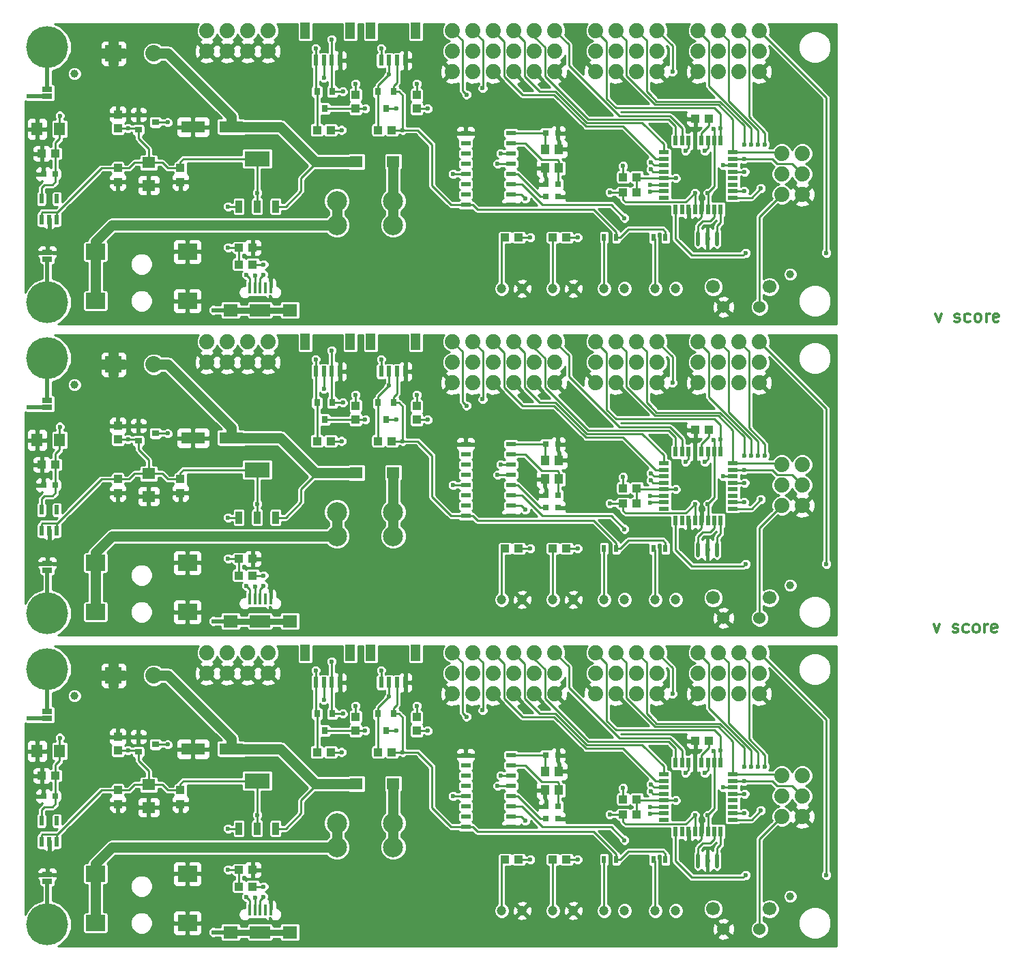
<source format=gtl>
G04 #@! TF.FileFunction,Copper,L1,Top,Signal*
%FSLAX46Y46*%
G04 Gerber Fmt 4.6, Leading zero omitted, Abs format (unit mm)*
G04 Created by KiCad (PCBNEW 4.0.6) date 08/03/17 04:28:43*
%MOMM*%
%LPD*%
G01*
G04 APERTURE LIST*
%ADD10C,0.100000*%
%ADD11C,0.300000*%
%ADD12C,5.200000*%
%ADD13C,0.500000*%
%ADD14R,0.800000X0.750000*%
%ADD15R,0.548640X1.198880*%
%ADD16R,1.270000X0.635000*%
%ADD17R,1.597660X1.399540*%
%ADD18R,0.998220X1.099820*%
%ADD19R,2.397760X1.998980*%
%ADD20R,0.398780X1.447800*%
%ADD21R,1.798320X1.498600*%
%ADD22R,2.499360X1.498600*%
%ADD23R,1.099820X0.998220*%
%ADD24R,0.812800X1.524000*%
%ADD25R,3.124200X1.905000*%
%ADD26R,0.599440X1.348740*%
%ADD27R,1.198880X1.998980*%
%ADD28R,0.797560X0.899160*%
%ADD29R,2.999740X1.399540*%
%ADD30C,1.879600*%
%ADD31R,0.899160X0.797560*%
%ADD32R,2.032000X2.032000*%
%ADD33C,2.032000*%
%ADD34C,0.998220*%
%ADD35R,1.399540X1.597660*%
%ADD36C,2.500000*%
%ADD37R,1.524000X1.468120*%
%ADD38R,1.198880X0.599440*%
%ADD39C,1.700000*%
%ADD40C,1.524000*%
%ADD41O,0.449580X1.905000*%
%ADD42R,0.558800X1.270000*%
%ADD43R,1.270000X0.558800*%
%ADD44C,1.200000*%
%ADD45R,0.500000X0.900000*%
%ADD46R,1.099820X1.198880*%
%ADD47C,0.600000*%
%ADD48C,0.250000*%
%ADD49C,1.270000*%
%ADD50C,0.508000*%
%ADD51C,0.762000*%
%ADD52C,0.254000*%
G04 APERTURE END LIST*
D10*
D11*
X151813915Y-118652171D02*
X152171058Y-119652171D01*
X152528200Y-118652171D01*
X154171057Y-119580743D02*
X154313914Y-119652171D01*
X154599629Y-119652171D01*
X154742486Y-119580743D01*
X154813914Y-119437886D01*
X154813914Y-119366457D01*
X154742486Y-119223600D01*
X154599629Y-119152171D01*
X154385343Y-119152171D01*
X154242486Y-119080743D01*
X154171057Y-118937886D01*
X154171057Y-118866457D01*
X154242486Y-118723600D01*
X154385343Y-118652171D01*
X154599629Y-118652171D01*
X154742486Y-118723600D01*
X156099629Y-119580743D02*
X155956772Y-119652171D01*
X155671058Y-119652171D01*
X155528200Y-119580743D01*
X155456772Y-119509314D01*
X155385343Y-119366457D01*
X155385343Y-118937886D01*
X155456772Y-118795029D01*
X155528200Y-118723600D01*
X155671058Y-118652171D01*
X155956772Y-118652171D01*
X156099629Y-118723600D01*
X156956772Y-119652171D02*
X156813914Y-119580743D01*
X156742486Y-119509314D01*
X156671057Y-119366457D01*
X156671057Y-118937886D01*
X156742486Y-118795029D01*
X156813914Y-118723600D01*
X156956772Y-118652171D01*
X157171057Y-118652171D01*
X157313914Y-118723600D01*
X157385343Y-118795029D01*
X157456772Y-118937886D01*
X157456772Y-119366457D01*
X157385343Y-119509314D01*
X157313914Y-119580743D01*
X157171057Y-119652171D01*
X156956772Y-119652171D01*
X158099629Y-119652171D02*
X158099629Y-118652171D01*
X158099629Y-118937886D02*
X158171057Y-118795029D01*
X158242486Y-118723600D01*
X158385343Y-118652171D01*
X158528200Y-118652171D01*
X159599628Y-119580743D02*
X159456771Y-119652171D01*
X159171057Y-119652171D01*
X159028200Y-119580743D01*
X158956771Y-119437886D01*
X158956771Y-118866457D01*
X159028200Y-118723600D01*
X159171057Y-118652171D01*
X159456771Y-118652171D01*
X159599628Y-118723600D01*
X159671057Y-118866457D01*
X159671057Y-119009314D01*
X158956771Y-119152171D01*
X152017115Y-80069571D02*
X152374258Y-81069571D01*
X152731400Y-80069571D01*
X154374257Y-80998143D02*
X154517114Y-81069571D01*
X154802829Y-81069571D01*
X154945686Y-80998143D01*
X155017114Y-80855286D01*
X155017114Y-80783857D01*
X154945686Y-80641000D01*
X154802829Y-80569571D01*
X154588543Y-80569571D01*
X154445686Y-80498143D01*
X154374257Y-80355286D01*
X154374257Y-80283857D01*
X154445686Y-80141000D01*
X154588543Y-80069571D01*
X154802829Y-80069571D01*
X154945686Y-80141000D01*
X156302829Y-80998143D02*
X156159972Y-81069571D01*
X155874258Y-81069571D01*
X155731400Y-80998143D01*
X155659972Y-80926714D01*
X155588543Y-80783857D01*
X155588543Y-80355286D01*
X155659972Y-80212429D01*
X155731400Y-80141000D01*
X155874258Y-80069571D01*
X156159972Y-80069571D01*
X156302829Y-80141000D01*
X157159972Y-81069571D02*
X157017114Y-80998143D01*
X156945686Y-80926714D01*
X156874257Y-80783857D01*
X156874257Y-80355286D01*
X156945686Y-80212429D01*
X157017114Y-80141000D01*
X157159972Y-80069571D01*
X157374257Y-80069571D01*
X157517114Y-80141000D01*
X157588543Y-80212429D01*
X157659972Y-80355286D01*
X157659972Y-80783857D01*
X157588543Y-80926714D01*
X157517114Y-80998143D01*
X157374257Y-81069571D01*
X157159972Y-81069571D01*
X158302829Y-81069571D02*
X158302829Y-80069571D01*
X158302829Y-80355286D02*
X158374257Y-80212429D01*
X158445686Y-80141000D01*
X158588543Y-80069571D01*
X158731400Y-80069571D01*
X159802828Y-80998143D02*
X159659971Y-81069571D01*
X159374257Y-81069571D01*
X159231400Y-80998143D01*
X159159971Y-80855286D01*
X159159971Y-80283857D01*
X159231400Y-80141000D01*
X159374257Y-80069571D01*
X159659971Y-80069571D01*
X159802828Y-80141000D01*
X159874257Y-80283857D01*
X159874257Y-80426714D01*
X159159971Y-80569571D01*
D12*
X41783000Y-155871001D03*
D13*
X43815000Y-155871001D03*
X39751000Y-155871001D03*
X41783000Y-153839001D03*
X41783000Y-157903001D03*
X43307000Y-157395001D03*
X43307000Y-154347001D03*
X40259000Y-154347001D03*
X40259000Y-157395001D03*
D12*
X41783000Y-117263001D03*
D13*
X43815000Y-117263001D03*
X39751000Y-117263001D03*
X41783000Y-115231001D03*
X41783000Y-119295001D03*
X43307000Y-118787001D03*
X43307000Y-115739001D03*
X40259000Y-115739001D03*
X40259000Y-118787001D03*
D14*
X42799000Y-139954000D03*
X41299000Y-139954000D03*
X42799000Y-101346000D03*
X41299000Y-101346000D03*
D15*
X41061640Y-145620740D03*
X42011600Y-145620740D03*
X42959020Y-145620740D03*
X42959020Y-143024860D03*
X41061640Y-143024860D03*
X41061640Y-107012740D03*
X42011600Y-107012740D03*
X42959020Y-107012740D03*
X42959020Y-104416860D03*
X41061640Y-104416860D03*
D16*
X41783000Y-150520400D03*
X41783000Y-149707600D03*
X41783000Y-111912400D03*
X41783000Y-111099600D03*
D17*
X54356000Y-138551920D03*
X54356000Y-141351000D03*
X54356000Y-99943920D03*
X54356000Y-102743000D03*
D18*
X50546000Y-139232640D03*
X50546000Y-140929360D03*
X50546000Y-100624640D03*
X50546000Y-102321360D03*
D19*
X59166760Y-155702000D03*
X59166760Y-149603460D03*
X47767240Y-155702000D03*
X47767240Y-149603460D03*
X59166760Y-117094000D03*
X59166760Y-110995460D03*
X47767240Y-117094000D03*
X47767240Y-110995460D03*
D18*
X58293000Y-140929360D03*
X58293000Y-139232640D03*
X58293000Y-102321360D03*
X58293000Y-100624640D03*
D20*
X68186300Y-154122120D03*
X67538600Y-154122120D03*
X69484240Y-154122120D03*
X68834000Y-154122120D03*
D21*
X64503300Y-156845000D03*
X71869300Y-156845000D03*
D22*
X68186300Y-156845000D03*
D20*
X66888360Y-154122120D03*
X68186300Y-115514120D03*
X67538600Y-115514120D03*
X69484240Y-115514120D03*
X68834000Y-115514120D03*
D21*
X64503300Y-118237000D03*
X71869300Y-118237000D03*
D22*
X68186300Y-118237000D03*
D20*
X66888360Y-115514120D03*
D23*
X67269360Y-149098000D03*
X65572640Y-149098000D03*
X67269360Y-110490000D03*
X65572640Y-110490000D03*
D24*
X65547240Y-143990060D03*
X67818000Y-143990060D03*
X70104000Y-143990060D03*
D25*
X67818000Y-138051540D03*
D24*
X65547240Y-105382060D03*
X67818000Y-105382060D03*
X70104000Y-105382060D03*
D25*
X67818000Y-99443540D03*
D23*
X65572640Y-151180800D03*
X67269360Y-151180800D03*
X65572640Y-112572800D03*
X67269360Y-112572800D03*
D26*
X78084680Y-125846840D03*
X77083920Y-125846840D03*
X76088240Y-125846840D03*
X75087480Y-125846840D03*
D27*
X73787000Y-122174000D03*
X79385160Y-122174000D03*
D26*
X78084680Y-87238840D03*
X77083920Y-87238840D03*
X76088240Y-87238840D03*
X75087480Y-87238840D03*
D27*
X73787000Y-83566000D03*
X79385160Y-83566000D03*
D28*
X77149960Y-129730500D03*
X75250040Y-129730500D03*
X76200000Y-131828540D03*
X77149960Y-91122500D03*
X75250040Y-91122500D03*
X76200000Y-93220540D03*
D29*
X64643000Y-134112000D03*
X59847480Y-134112000D03*
X64643000Y-95504000D03*
X59847480Y-95504000D03*
D30*
X61595000Y-124714000D03*
X64135000Y-124714000D03*
X66675000Y-124714000D03*
X69215000Y-124714000D03*
X61595000Y-86106000D03*
X64135000Y-86106000D03*
X66675000Y-86106000D03*
X69215000Y-86106000D03*
D23*
X75250040Y-134493000D03*
X76946760Y-134493000D03*
X75250040Y-95885000D03*
X76946760Y-95885000D03*
D30*
X69215000Y-122174000D03*
X66675000Y-122174000D03*
X64135000Y-122174000D03*
X61595000Y-122174000D03*
X69215000Y-83566000D03*
X66675000Y-83566000D03*
X64135000Y-83566000D03*
X61595000Y-83566000D03*
D12*
X41783000Y-124206000D03*
D13*
X43815000Y-124206000D03*
X39751000Y-124206000D03*
X41783000Y-122174000D03*
X41783000Y-126238000D03*
X43307000Y-125730000D03*
X43307000Y-122682000D03*
X40259000Y-122682000D03*
X40259000Y-125730000D03*
D12*
X41783000Y-85598000D03*
D13*
X43815000Y-85598000D03*
X39751000Y-85598000D03*
X41783000Y-83566000D03*
X41783000Y-87630000D03*
X43307000Y-87122000D03*
X43307000Y-84074000D03*
X40259000Y-84074000D03*
X40259000Y-87122000D03*
D18*
X50546000Y-132588000D03*
X50546000Y-134284720D03*
X50546000Y-93980000D03*
X50546000Y-95676720D03*
D31*
X53086000Y-132588000D03*
X53086000Y-134485380D03*
X55184040Y-133537960D03*
X53086000Y-93980000D03*
X53086000Y-95877380D03*
X55184040Y-94929960D03*
D16*
X41783000Y-129489200D03*
X41783000Y-130302000D03*
X41783000Y-90881200D03*
X41783000Y-91694000D03*
D32*
X49992280Y-124968000D03*
D33*
X54991000Y-124968000D03*
D32*
X49992280Y-86360000D03*
D33*
X54991000Y-86360000D03*
D34*
X45148500Y-127508000D03*
X45148500Y-88900000D03*
D35*
X43307000Y-134366000D03*
X40507920Y-134366000D03*
X43307000Y-95758000D03*
X40507920Y-95758000D03*
D23*
X42799000Y-137414000D03*
X41102280Y-137414000D03*
X42799000Y-98806000D03*
X41102280Y-98806000D03*
X98592640Y-147828000D03*
X100289360Y-147828000D03*
X98592640Y-109220000D03*
X100289360Y-109220000D03*
D36*
X84709000Y-143304000D03*
X77709000Y-143304000D03*
X84709000Y-146304000D03*
X77709000Y-146304000D03*
X84709000Y-104696000D03*
X77709000Y-104696000D03*
X84709000Y-107696000D03*
X77709000Y-107696000D03*
D37*
X84698840Y-138430000D03*
X80147160Y-138430000D03*
X84698840Y-99822000D03*
X80147160Y-99822000D03*
D38*
X99319080Y-143764000D03*
X99319080Y-142494000D03*
X99319080Y-141224000D03*
X99319080Y-139954000D03*
X99319080Y-138684000D03*
X99319080Y-137414000D03*
X99319080Y-136144000D03*
X99319080Y-134874000D03*
X93720920Y-134874000D03*
X93720920Y-136144000D03*
X93720920Y-137414000D03*
X93720920Y-138684000D03*
X93720920Y-139954000D03*
X93720920Y-141224000D03*
X93720920Y-142494000D03*
X93720920Y-143764000D03*
X99319080Y-105156000D03*
X99319080Y-103886000D03*
X99319080Y-102616000D03*
X99319080Y-101346000D03*
X99319080Y-100076000D03*
X99319080Y-98806000D03*
X99319080Y-97536000D03*
X99319080Y-96266000D03*
X93720920Y-96266000D03*
X93720920Y-97536000D03*
X93720920Y-98806000D03*
X93720920Y-100076000D03*
X93720920Y-101346000D03*
X93720920Y-102616000D03*
X93720920Y-103886000D03*
X93720920Y-105156000D03*
D26*
X86202520Y-125846840D03*
X85201760Y-125846840D03*
X84206080Y-125846840D03*
X83205320Y-125846840D03*
D27*
X81904840Y-122174000D03*
X87503000Y-122174000D03*
D26*
X86202520Y-87238840D03*
X85201760Y-87238840D03*
X84206080Y-87238840D03*
X83205320Y-87238840D03*
D27*
X81904840Y-83566000D03*
X87503000Y-83566000D03*
D30*
X92075000Y-127254000D03*
X94615000Y-127254000D03*
X97155000Y-127254000D03*
X99695000Y-127254000D03*
X102235000Y-127254000D03*
X104775000Y-127254000D03*
X92075000Y-88646000D03*
X94615000Y-88646000D03*
X97155000Y-88646000D03*
X99695000Y-88646000D03*
X102235000Y-88646000D03*
X104775000Y-88646000D03*
X92075000Y-124714000D03*
X94615000Y-124714000D03*
X97155000Y-124714000D03*
X99695000Y-124714000D03*
X102235000Y-124714000D03*
X104775000Y-124714000D03*
X92075000Y-86106000D03*
X94615000Y-86106000D03*
X97155000Y-86106000D03*
X99695000Y-86106000D03*
X102235000Y-86106000D03*
X104775000Y-86106000D03*
X92075000Y-122174000D03*
X94615000Y-122174000D03*
X97155000Y-122174000D03*
X99695000Y-122174000D03*
X102235000Y-122174000D03*
X104775000Y-122174000D03*
X92075000Y-83566000D03*
X94615000Y-83566000D03*
X97155000Y-83566000D03*
X99695000Y-83566000D03*
X102235000Y-83566000D03*
X104775000Y-83566000D03*
D28*
X84754720Y-129743200D03*
X82854800Y-129743200D03*
X83804760Y-131841240D03*
X84754720Y-91135200D03*
X82854800Y-91135200D03*
X83804760Y-93233240D03*
D18*
X87630000Y-131851400D03*
X87630000Y-130154680D03*
X87630000Y-93243400D03*
X87630000Y-91546680D03*
D23*
X82844640Y-134493000D03*
X84541360Y-134493000D03*
X82844640Y-95885000D03*
X84541360Y-95885000D03*
D18*
X80035400Y-131826000D03*
X80035400Y-130129280D03*
X80035400Y-93218000D03*
X80035400Y-91521280D03*
D30*
X109855000Y-124714000D03*
X112395000Y-124714000D03*
X114935000Y-124714000D03*
X117475000Y-124714000D03*
X109855000Y-86106000D03*
X112395000Y-86106000D03*
X114935000Y-86106000D03*
X117475000Y-86106000D03*
X109855000Y-127254000D03*
X112395000Y-127254000D03*
X114935000Y-127254000D03*
X117475000Y-127254000D03*
X109855000Y-88646000D03*
X112395000Y-88646000D03*
X114935000Y-88646000D03*
X117475000Y-88646000D03*
X122555000Y-122174000D03*
X125095000Y-122174000D03*
X127635000Y-122174000D03*
X130175000Y-122174000D03*
X122555000Y-83566000D03*
X125095000Y-83566000D03*
X127635000Y-83566000D03*
X130175000Y-83566000D03*
X122555000Y-124714000D03*
X125095000Y-124714000D03*
X127635000Y-124714000D03*
X130175000Y-124714000D03*
X122555000Y-86106000D03*
X125095000Y-86106000D03*
X127635000Y-86106000D03*
X130175000Y-86106000D03*
X122555000Y-127254000D03*
X125095000Y-127254000D03*
X127635000Y-127254000D03*
X130175000Y-127254000D03*
X122555000Y-88646000D03*
X125095000Y-88646000D03*
X127635000Y-88646000D03*
X130175000Y-88646000D03*
X109855000Y-122174000D03*
X112395000Y-122174000D03*
X114935000Y-122174000D03*
X117475000Y-122174000D03*
X109855000Y-83566000D03*
X112395000Y-83566000D03*
X114935000Y-83566000D03*
X117475000Y-83566000D03*
X132943600Y-137414000D03*
X135483600Y-137414000D03*
X132943600Y-139954000D03*
X135483600Y-139954000D03*
X132943600Y-142494000D03*
X135483600Y-142494000D03*
X132943600Y-98806000D03*
X135483600Y-98806000D03*
X132943600Y-101346000D03*
X135483600Y-101346000D03*
X132943600Y-103886000D03*
X135483600Y-103886000D03*
D39*
X131425000Y-153964000D03*
D40*
X130175000Y-156464000D03*
X125675000Y-156464000D03*
D39*
X124425000Y-153964000D03*
X131425000Y-115356000D03*
D40*
X130175000Y-117856000D03*
X125675000Y-117856000D03*
D39*
X124425000Y-115356000D03*
D41*
X122499120Y-147955000D03*
X123698000Y-147955000D03*
X124896880Y-147955000D03*
X122499120Y-109347000D03*
X123698000Y-109347000D03*
X124896880Y-109347000D03*
D23*
X123911360Y-133096000D03*
X122214640Y-133096000D03*
X123911360Y-94488000D03*
X122214640Y-94488000D03*
D34*
X133985000Y-152400000D03*
X133985000Y-113792000D03*
D42*
X119755920Y-144373600D03*
X120556020Y-144373600D03*
X121356120Y-144373600D03*
X122156220Y-144373600D03*
X122953780Y-144373600D03*
X123753880Y-144373600D03*
X124553980Y-144373600D03*
X125354080Y-144373600D03*
D43*
X126847600Y-142880080D03*
X126847600Y-142079980D03*
X126847600Y-141279880D03*
X126847600Y-140479780D03*
X126847600Y-139682220D03*
X126847600Y-138882120D03*
X126847600Y-138082020D03*
X126847600Y-137281920D03*
D42*
X125354080Y-135790940D03*
X124553980Y-135790940D03*
X123753880Y-135790940D03*
X122953780Y-135790940D03*
X122156220Y-135790940D03*
X121356120Y-135790940D03*
X120556020Y-135790940D03*
X119755920Y-135790940D03*
D43*
X118264940Y-137281920D03*
X118264940Y-138082020D03*
X118264940Y-138882120D03*
X118264940Y-139682220D03*
X118264940Y-140479780D03*
X118264940Y-141279880D03*
X118264940Y-142079980D03*
X118264940Y-142880080D03*
D42*
X119755920Y-105765600D03*
X120556020Y-105765600D03*
X121356120Y-105765600D03*
X122156220Y-105765600D03*
X122953780Y-105765600D03*
X123753880Y-105765600D03*
X124553980Y-105765600D03*
X125354080Y-105765600D03*
D43*
X126847600Y-104272080D03*
X126847600Y-103471980D03*
X126847600Y-102671880D03*
X126847600Y-101871780D03*
X126847600Y-101074220D03*
X126847600Y-100274120D03*
X126847600Y-99474020D03*
X126847600Y-98673920D03*
D42*
X125354080Y-97182940D03*
X124553980Y-97182940D03*
X123753880Y-97182940D03*
X122953780Y-97182940D03*
X122156220Y-97182940D03*
X121356120Y-97182940D03*
X120556020Y-97182940D03*
X119755920Y-97182940D03*
D43*
X118264940Y-98673920D03*
X118264940Y-99474020D03*
X118264940Y-100274120D03*
X118264940Y-101074220D03*
X118264940Y-101871780D03*
X118264940Y-102671880D03*
X118264940Y-103471980D03*
X118264940Y-104272080D03*
D44*
X107061000Y-154178000D03*
X104521000Y-154178000D03*
X107061000Y-115570000D03*
X104521000Y-115570000D03*
X113411000Y-154178000D03*
X110871000Y-154178000D03*
X113411000Y-115570000D03*
X110871000Y-115570000D03*
D23*
X113238280Y-140335000D03*
X114935000Y-140335000D03*
X113238280Y-101727000D03*
X114935000Y-101727000D03*
D44*
X100711000Y-154178000D03*
X98171000Y-154178000D03*
X100711000Y-115570000D03*
X98171000Y-115570000D03*
X119761000Y-154178000D03*
X117221000Y-154178000D03*
X119761000Y-115570000D03*
X117221000Y-115570000D03*
D45*
X116991000Y-147828000D03*
X118491000Y-147828000D03*
X116991000Y-109220000D03*
X118491000Y-109220000D03*
D23*
X114935000Y-142240000D03*
X113238280Y-142240000D03*
X114935000Y-103632000D03*
X113238280Y-103632000D03*
D45*
X112371000Y-147828000D03*
X110871000Y-147828000D03*
X112371000Y-109220000D03*
X110871000Y-109220000D03*
D46*
X103520240Y-136875520D03*
X103520240Y-139222480D03*
X105267760Y-139222480D03*
X105267760Y-136875520D03*
X103520240Y-98267520D03*
X103520240Y-100614480D03*
X105267760Y-100614480D03*
X105267760Y-98267520D03*
D14*
X103644000Y-142748000D03*
X105144000Y-142748000D03*
X103644000Y-104140000D03*
X105144000Y-104140000D03*
X105144000Y-141224000D03*
X103644000Y-141224000D03*
X105144000Y-102616000D03*
X103644000Y-102616000D03*
D23*
X106217720Y-147828000D03*
X104521000Y-147828000D03*
X106217720Y-109220000D03*
X104521000Y-109220000D03*
D14*
X103644000Y-134874000D03*
X105144000Y-134874000D03*
X103644000Y-96266000D03*
X105144000Y-96266000D03*
D38*
X99319080Y-66548000D03*
X99319080Y-65278000D03*
X99319080Y-64008000D03*
X99319080Y-62738000D03*
X99319080Y-61468000D03*
X99319080Y-60198000D03*
X99319080Y-58928000D03*
X99319080Y-57658000D03*
X93720920Y-57658000D03*
X93720920Y-58928000D03*
X93720920Y-60198000D03*
X93720920Y-61468000D03*
X93720920Y-62738000D03*
X93720920Y-64008000D03*
X93720920Y-65278000D03*
X93720920Y-66548000D03*
D23*
X98592640Y-70612000D03*
X100289360Y-70612000D03*
X106217720Y-70612000D03*
X104521000Y-70612000D03*
D45*
X112371000Y-70612000D03*
X110871000Y-70612000D03*
X116991000Y-70612000D03*
X118491000Y-70612000D03*
D23*
X123911360Y-55880000D03*
X122214640Y-55880000D03*
X114935000Y-65024000D03*
X113238280Y-65024000D03*
X113238280Y-63119000D03*
X114935000Y-63119000D03*
D14*
X103644000Y-65532000D03*
X105144000Y-65532000D03*
X105144000Y-64008000D03*
X103644000Y-64008000D03*
D15*
X41061640Y-68404740D03*
X42011600Y-68404740D03*
X42959020Y-68404740D03*
X42959020Y-65808860D03*
X41061640Y-65808860D03*
D14*
X42799000Y-62738000D03*
X41299000Y-62738000D03*
X103644000Y-57658000D03*
X105144000Y-57658000D03*
D23*
X75250040Y-57277000D03*
X76946760Y-57277000D03*
D18*
X80035400Y-54610000D03*
X80035400Y-52913280D03*
D23*
X82844640Y-57277000D03*
X84541360Y-57277000D03*
D18*
X87630000Y-54635400D03*
X87630000Y-52938680D03*
D28*
X84754720Y-52527200D03*
X82854800Y-52527200D03*
X83804760Y-54625240D03*
X77149960Y-52514500D03*
X75250040Y-52514500D03*
X76200000Y-54612540D03*
D23*
X65572640Y-73964800D03*
X67269360Y-73964800D03*
X67269360Y-71882000D03*
X65572640Y-71882000D03*
D20*
X68186300Y-76906120D03*
X67538600Y-76906120D03*
X69484240Y-76906120D03*
X68834000Y-76906120D03*
D21*
X64503300Y-79629000D03*
X71869300Y-79629000D03*
D22*
X68186300Y-79629000D03*
D20*
X66888360Y-76906120D03*
D19*
X59166760Y-78486000D03*
X59166760Y-72387460D03*
X47767240Y-78486000D03*
X47767240Y-72387460D03*
D37*
X84698840Y-61214000D03*
X80147160Y-61214000D03*
D29*
X64643000Y-56896000D03*
X59847480Y-56896000D03*
D24*
X65547240Y-66774060D03*
X67818000Y-66774060D03*
X70104000Y-66774060D03*
D25*
X67818000Y-60835540D03*
D18*
X58293000Y-63713360D03*
X58293000Y-62016640D03*
X50546000Y-62016640D03*
X50546000Y-63713360D03*
D31*
X53086000Y-55372000D03*
X53086000Y-57269380D03*
X55184040Y-56321960D03*
D18*
X50546000Y-55372000D03*
X50546000Y-57068720D03*
D23*
X42799000Y-60198000D03*
X41102280Y-60198000D03*
D41*
X122499120Y-70739000D03*
X123698000Y-70739000D03*
X124896880Y-70739000D03*
D30*
X122555000Y-50038000D03*
X125095000Y-50038000D03*
X127635000Y-50038000D03*
X130175000Y-50038000D03*
X122555000Y-47498000D03*
X125095000Y-47498000D03*
X127635000Y-47498000D03*
X130175000Y-47498000D03*
X122555000Y-44958000D03*
X125095000Y-44958000D03*
X127635000Y-44958000D03*
X130175000Y-44958000D03*
X109855000Y-50038000D03*
X112395000Y-50038000D03*
X114935000Y-50038000D03*
X117475000Y-50038000D03*
X109855000Y-47498000D03*
X112395000Y-47498000D03*
X114935000Y-47498000D03*
X117475000Y-47498000D03*
X109855000Y-44958000D03*
X112395000Y-44958000D03*
X114935000Y-44958000D03*
X117475000Y-44958000D03*
X92075000Y-50038000D03*
X94615000Y-50038000D03*
X97155000Y-50038000D03*
X99695000Y-50038000D03*
X102235000Y-50038000D03*
X104775000Y-50038000D03*
X92075000Y-47498000D03*
X94615000Y-47498000D03*
X97155000Y-47498000D03*
X99695000Y-47498000D03*
X102235000Y-47498000D03*
X104775000Y-47498000D03*
X92075000Y-44958000D03*
X94615000Y-44958000D03*
X97155000Y-44958000D03*
X99695000Y-44958000D03*
X102235000Y-44958000D03*
X104775000Y-44958000D03*
X61595000Y-47498000D03*
X64135000Y-47498000D03*
X66675000Y-47498000D03*
X69215000Y-47498000D03*
X69215000Y-44958000D03*
X66675000Y-44958000D03*
X64135000Y-44958000D03*
X61595000Y-44958000D03*
D36*
X84709000Y-66088000D03*
X77709000Y-66088000D03*
X84709000Y-69088000D03*
X77709000Y-69088000D03*
D39*
X131425000Y-76748000D03*
D40*
X130175000Y-79248000D03*
X125675000Y-79248000D03*
D39*
X124425000Y-76748000D03*
D17*
X54356000Y-61335920D03*
X54356000Y-64135000D03*
D35*
X43307000Y-57150000D03*
X40507920Y-57150000D03*
D44*
X119761000Y-76962000D03*
X117221000Y-76962000D03*
X113411000Y-76962000D03*
X110871000Y-76962000D03*
D34*
X45148500Y-50292000D03*
X133985000Y-75184000D03*
D42*
X119755920Y-67157600D03*
X120556020Y-67157600D03*
X121356120Y-67157600D03*
X122156220Y-67157600D03*
X122953780Y-67157600D03*
X123753880Y-67157600D03*
X124553980Y-67157600D03*
X125354080Y-67157600D03*
D43*
X126847600Y-65664080D03*
X126847600Y-64863980D03*
X126847600Y-64063880D03*
X126847600Y-63263780D03*
X126847600Y-62466220D03*
X126847600Y-61666120D03*
X126847600Y-60866020D03*
X126847600Y-60065920D03*
D42*
X125354080Y-58574940D03*
X124553980Y-58574940D03*
X123753880Y-58574940D03*
X122953780Y-58574940D03*
X122156220Y-58574940D03*
X121356120Y-58574940D03*
X120556020Y-58574940D03*
X119755920Y-58574940D03*
D43*
X118264940Y-60065920D03*
X118264940Y-60866020D03*
X118264940Y-61666120D03*
X118264940Y-62466220D03*
X118264940Y-63263780D03*
X118264940Y-64063880D03*
X118264940Y-64863980D03*
X118264940Y-65664080D03*
D46*
X103520240Y-59659520D03*
X103520240Y-62006480D03*
X105267760Y-62006480D03*
X105267760Y-59659520D03*
D44*
X100711000Y-76962000D03*
X98171000Y-76962000D03*
X107061000Y-76962000D03*
X104521000Y-76962000D03*
D26*
X86202520Y-48630840D03*
X85201760Y-48630840D03*
X84206080Y-48630840D03*
X83205320Y-48630840D03*
D27*
X81904840Y-44958000D03*
X87503000Y-44958000D03*
D26*
X78084680Y-48630840D03*
X77083920Y-48630840D03*
X76088240Y-48630840D03*
X75087480Y-48630840D03*
D27*
X73787000Y-44958000D03*
X79385160Y-44958000D03*
D32*
X49992280Y-47752000D03*
D33*
X54991000Y-47752000D03*
D16*
X41783000Y-52273200D03*
X41783000Y-53086000D03*
X41783000Y-73304400D03*
X41783000Y-72491600D03*
D12*
X41783000Y-46990000D03*
D13*
X43815000Y-46990000D03*
X39751000Y-46990000D03*
X41783000Y-44958000D03*
X41783000Y-49022000D03*
X43307000Y-48514000D03*
X43307000Y-45466000D03*
X40259000Y-45466000D03*
X40259000Y-48514000D03*
D12*
X41783000Y-78655001D03*
D13*
X43815000Y-78655001D03*
X39751000Y-78655001D03*
X41783000Y-76623001D03*
X41783000Y-80687001D03*
X43307000Y-80179001D03*
X43307000Y-77131001D03*
X40259000Y-77131001D03*
X40259000Y-80179001D03*
D30*
X132943600Y-60198000D03*
X135483600Y-60198000D03*
X132943600Y-62738000D03*
X135483600Y-62738000D03*
X132943600Y-65278000D03*
X135483600Y-65278000D03*
D47*
X106680000Y-139192000D03*
X106680000Y-100584000D03*
X101981000Y-139192000D03*
X101981000Y-100584000D03*
X106680000Y-61976000D03*
X101981000Y-61976000D03*
X124460000Y-134340600D03*
X124460000Y-95732600D03*
X123748800Y-142316200D03*
X123748800Y-103708200D03*
X122148600Y-142316200D03*
X122148600Y-103708200D03*
X111582200Y-142214600D03*
X111582200Y-103606600D03*
X101727000Y-147828000D03*
X101727000Y-109220000D03*
X80035400Y-128752600D03*
X80035400Y-90144600D03*
X87630000Y-128752600D03*
X87630000Y-90144600D03*
X68630800Y-151180800D03*
X68630800Y-112572800D03*
X51790600Y-134284720D03*
X51790600Y-95676720D03*
X67818000Y-142290800D03*
X67818000Y-103682800D03*
X101727000Y-70612000D03*
X111582200Y-64998600D03*
X51790600Y-57068720D03*
X124460000Y-57124600D03*
X122148600Y-65100200D03*
X123748800Y-65100200D03*
X87630000Y-51536600D03*
X80035400Y-51536600D03*
X67818000Y-65074800D03*
X68630800Y-73964800D03*
X78308200Y-134493000D03*
X78308200Y-95885000D03*
X78460600Y-129717800D03*
X78460600Y-91109800D03*
X85902800Y-134493000D03*
X85902800Y-95885000D03*
X77063600Y-123240800D03*
X77063600Y-84632800D03*
X43332400Y-132715000D03*
X43332400Y-94107000D03*
X78460600Y-52501800D03*
X43332400Y-55499000D03*
X85902800Y-57277000D03*
X78308200Y-57277000D03*
X77063600Y-46024800D03*
X113233200Y-138963400D03*
X113233200Y-100355400D03*
X92151200Y-139954000D03*
X92151200Y-101346000D03*
X113233200Y-61747400D03*
X92151200Y-62738000D03*
X119786400Y-140487400D03*
X119786400Y-101879400D03*
X119786400Y-63271400D03*
X116636800Y-141300200D03*
X116636800Y-102692200D03*
X101092000Y-143027400D03*
X101092000Y-104419400D03*
X101092000Y-65811400D03*
X116636800Y-64084200D03*
X116636800Y-142189200D03*
X116636800Y-103581200D03*
X113411000Y-145415000D03*
X113411000Y-106807000D03*
X113411000Y-68199000D03*
X116636800Y-64973200D03*
X64211200Y-149072600D03*
X64211200Y-110464600D03*
X64211200Y-143992600D03*
X64211200Y-105384600D03*
X64211200Y-66776600D03*
X64211200Y-71856600D03*
X97663000Y-138684000D03*
X97663000Y-100076000D03*
X68605400Y-152450800D03*
X68605400Y-113842800D03*
X97663000Y-61468000D03*
X68605400Y-75234800D03*
X98044000Y-137414000D03*
X98044000Y-98806000D03*
X67538600Y-152577800D03*
X67538600Y-113969800D03*
X98044000Y-60198000D03*
X67538600Y-75361800D03*
X66497200Y-152476200D03*
X66497200Y-113868200D03*
X56718200Y-133553200D03*
X56718200Y-94945200D03*
X56718200Y-56337200D03*
X66497200Y-75260200D03*
X125323600Y-134315200D03*
X125323600Y-95707200D03*
X107594400Y-147828000D03*
X107594400Y-109220000D03*
X107594400Y-70612000D03*
X125323600Y-57099200D03*
X125653800Y-138887200D03*
X125653800Y-100279200D03*
X119354600Y-127254000D03*
X119354600Y-88646000D03*
X119354600Y-50038000D03*
X125653800Y-61671200D03*
X128244600Y-136296400D03*
X128244600Y-97688400D03*
X128244600Y-138082020D03*
X128244600Y-99474020D03*
X128244600Y-60866020D03*
X128244600Y-59080400D03*
X120980200Y-137058400D03*
X120980200Y-98450400D03*
X93802200Y-130098800D03*
X93802200Y-91490800D03*
X93802200Y-52882800D03*
X120980200Y-59842400D03*
X123393200Y-137083800D03*
X123393200Y-98475800D03*
X95808800Y-129311400D03*
X95808800Y-90703400D03*
X95808800Y-52095400D03*
X123393200Y-59867800D03*
X128320800Y-139674600D03*
X128320800Y-101066600D03*
X129108200Y-136271000D03*
X129108200Y-97663000D03*
X129108200Y-59055000D03*
X128320800Y-62458600D03*
X128270000Y-142087600D03*
X128270000Y-103479600D03*
X129971800Y-136271000D03*
X129971800Y-97663000D03*
X129971800Y-59055000D03*
X128270000Y-64871600D03*
X130835400Y-136271000D03*
X130835400Y-97663000D03*
X130327400Y-141732000D03*
X130327400Y-103124000D03*
X130327400Y-64516000D03*
X130835400Y-59055000D03*
X138455400Y-149758400D03*
X138455400Y-111150400D03*
X128447800Y-149758400D03*
X128447800Y-111150400D03*
X128447800Y-72542400D03*
X138455400Y-72542400D03*
X76098400Y-128016000D03*
X76098400Y-89408000D03*
X84206080Y-127604520D03*
X84206080Y-88996520D03*
X84206080Y-50388520D03*
X76098400Y-50800000D03*
X75082400Y-124358400D03*
X75082400Y-85750400D03*
X83210400Y-124358400D03*
X83210400Y-85750400D03*
X83210400Y-47142400D03*
X75082400Y-47142400D03*
X116662200Y-139369800D03*
X116662200Y-100761800D03*
X81203800Y-131826000D03*
X81203800Y-93218000D03*
X81203800Y-54610000D03*
X116662200Y-62153800D03*
X116662200Y-138480800D03*
X116662200Y-99872800D03*
X85115400Y-131851400D03*
X85115400Y-93243400D03*
X88976200Y-131851400D03*
X88976200Y-93243400D03*
X116662200Y-61264800D03*
X88976200Y-54635400D03*
X85115400Y-54635400D03*
X62407800Y-156845000D03*
X62407800Y-118237000D03*
X39446200Y-130302000D03*
X39446200Y-91694000D03*
X39446200Y-53086000D03*
X62407800Y-79629000D03*
D48*
X123911360Y-133948360D02*
X123911360Y-133096000D01*
X123911360Y-95340360D02*
X123911360Y-94488000D01*
X122953780Y-135790940D02*
X122953780Y-134905940D01*
X122953780Y-97182940D02*
X122953780Y-96297940D01*
X122953780Y-134905940D02*
X123911360Y-133948360D01*
X122953780Y-96297940D02*
X123911360Y-95340360D01*
X122953780Y-58574940D02*
X122953780Y-57689940D01*
X122953780Y-57689940D02*
X123911360Y-56732360D01*
X123911360Y-56732360D02*
X123911360Y-55880000D01*
X121356120Y-145258600D02*
X121690320Y-145592800D01*
X121356120Y-106650600D02*
X121690320Y-106984800D01*
X121356120Y-144373600D02*
X121356120Y-145258600D01*
X121356120Y-105765600D02*
X121356120Y-106650600D01*
X122953780Y-145270220D02*
X122953780Y-144373600D01*
X122953780Y-106662220D02*
X122953780Y-105765600D01*
X122631200Y-145592800D02*
X122953780Y-145270220D01*
X122631200Y-106984800D02*
X122953780Y-106662220D01*
X121690320Y-145592800D02*
X122631200Y-145592800D01*
X121690320Y-106984800D02*
X122631200Y-106984800D01*
X102011480Y-139222480D02*
X101981000Y-139192000D01*
X102011480Y-100614480D02*
X101981000Y-100584000D01*
X103520240Y-139222480D02*
X102011480Y-139222480D01*
X103520240Y-100614480D02*
X102011480Y-100614480D01*
D49*
X49992280Y-124968000D02*
X49992280Y-123702000D01*
X49992280Y-86360000D02*
X49992280Y-85094000D01*
X49992280Y-123702000D02*
X49974500Y-123684220D01*
X49992280Y-85094000D02*
X49974500Y-85076220D01*
D48*
X69367400Y-153011060D02*
X69367400Y-150174960D01*
X69367400Y-114403060D02*
X69367400Y-111566960D01*
X69484240Y-154122120D02*
X69484240Y-153148220D01*
X69484240Y-115514120D02*
X69484240Y-114540220D01*
X69494400Y-153138060D02*
X69367400Y-153011060D01*
X69494400Y-114530060D02*
X69367400Y-114403060D01*
X69484240Y-153148220D02*
X69494400Y-153138060D01*
X69484240Y-114540220D02*
X69494400Y-114530060D01*
X59166760Y-155702000D02*
X59166760Y-154452510D01*
X59166760Y-117094000D02*
X59166760Y-115844510D01*
X51295110Y-132588000D02*
X53086000Y-132588000D01*
X51295110Y-93980000D02*
X53086000Y-93980000D01*
X50546000Y-132588000D02*
X51295110Y-132588000D01*
X50546000Y-93980000D02*
X51295110Y-93980000D01*
X53086000Y-132588000D02*
X53136800Y-132588000D01*
X53086000Y-93980000D02*
X53136800Y-93980000D01*
D49*
X49992280Y-124968000D02*
X48726280Y-124968000D01*
X49992280Y-86360000D02*
X48726280Y-86360000D01*
X49992280Y-124968000D02*
X51258280Y-124968000D01*
X49992280Y-86360000D02*
X51258280Y-86360000D01*
X49992280Y-126234000D02*
X49974500Y-126251780D01*
X49992280Y-87626000D02*
X49974500Y-87643780D01*
X49992280Y-124968000D02*
X49992280Y-126234000D01*
X49992280Y-86360000D02*
X49992280Y-87626000D01*
X49992280Y-47752000D02*
X48726280Y-47752000D01*
X49992280Y-47752000D02*
X49992280Y-46486000D01*
X49992280Y-46486000D02*
X49974500Y-46468220D01*
X49992280Y-47752000D02*
X51258280Y-47752000D01*
X49992280Y-47752000D02*
X49992280Y-49018000D01*
X49992280Y-49018000D02*
X49974500Y-49035780D01*
D48*
X103520240Y-62006480D02*
X102011480Y-62006480D01*
X102011480Y-62006480D02*
X101981000Y-61976000D01*
X122631200Y-68376800D02*
X122953780Y-68054220D01*
X122953780Y-68054220D02*
X122953780Y-67157600D01*
X121690320Y-68376800D02*
X122631200Y-68376800D01*
X121356120Y-67157600D02*
X121356120Y-68042600D01*
X121356120Y-68042600D02*
X121690320Y-68376800D01*
X59166760Y-78486000D02*
X59166760Y-77236510D01*
X69494400Y-75922060D02*
X69367400Y-75795060D01*
X69367400Y-75795060D02*
X69367400Y-72958960D01*
X69484240Y-76906120D02*
X69484240Y-75932220D01*
X69484240Y-75932220D02*
X69494400Y-75922060D01*
X53086000Y-55372000D02*
X53136800Y-55372000D01*
X51295110Y-55372000D02*
X53086000Y-55372000D01*
X50546000Y-55372000D02*
X51295110Y-55372000D01*
X123753880Y-144373600D02*
X123753880Y-142321280D01*
X123753880Y-105765600D02*
X123753880Y-103713280D01*
X123753880Y-142321280D02*
X123748800Y-142316200D01*
X123753880Y-103713280D02*
X123748800Y-103708200D01*
X122156220Y-144373600D02*
X122156220Y-142323820D01*
X122156220Y-105765600D02*
X122156220Y-103715820D01*
X122156220Y-142323820D02*
X122148600Y-142316200D01*
X122156220Y-103715820D02*
X122148600Y-103708200D01*
X122148600Y-142316200D02*
X121027919Y-143436881D01*
X122148600Y-103708200D02*
X121027919Y-104828881D01*
X121027919Y-143436881D02*
X113541081Y-143436881D01*
X121027919Y-104828881D02*
X113541081Y-104828881D01*
X113238280Y-143134080D02*
X113238280Y-142240000D01*
X113238280Y-104526080D02*
X113238280Y-103632000D01*
X113541081Y-143436881D02*
X113238280Y-143134080D01*
X113541081Y-104828881D02*
X113238280Y-104526080D01*
X113238280Y-142240000D02*
X111607600Y-142240000D01*
X113238280Y-103632000D02*
X111607600Y-103632000D01*
X111607600Y-142240000D02*
X111582200Y-142214600D01*
X111607600Y-103632000D02*
X111582200Y-103606600D01*
X101727000Y-147828000D02*
X100289360Y-147828000D01*
X101727000Y-109220000D02*
X100289360Y-109220000D01*
X124553980Y-135790940D02*
X124553980Y-134434580D01*
X124553980Y-97182940D02*
X124553980Y-95826580D01*
X124553980Y-134434580D02*
X124460000Y-134340600D01*
X124553980Y-95826580D02*
X124460000Y-95732600D01*
X124553980Y-135790940D02*
X124553980Y-141511020D01*
X124553980Y-97182940D02*
X124553980Y-102903020D01*
X124553980Y-141511020D02*
X123748800Y-142316200D01*
X124553980Y-102903020D02*
X123748800Y-103708200D01*
X41136641Y-144696299D02*
X42884019Y-144696299D01*
X41136641Y-106088299D02*
X42884019Y-106088299D01*
X41061640Y-144771300D02*
X41136641Y-144696299D01*
X41061640Y-106163300D02*
X41136641Y-106088299D01*
X48497680Y-139232640D02*
X42959020Y-144771300D01*
X48497680Y-100624640D02*
X42959020Y-106163300D01*
X42884019Y-144696299D02*
X42959020Y-144771300D01*
X42884019Y-106088299D02*
X42959020Y-106163300D01*
X42959020Y-144771300D02*
X42959020Y-145620740D01*
X42959020Y-106163300D02*
X42959020Y-107012740D01*
X80035400Y-130129280D02*
X80035400Y-128752600D01*
X80035400Y-91521280D02*
X80035400Y-90144600D01*
X41061640Y-145620740D02*
X41061640Y-144771300D01*
X41061640Y-107012740D02*
X41061640Y-106163300D01*
X67269360Y-151180800D02*
X68630800Y-151180800D01*
X67269360Y-112572800D02*
X68630800Y-112572800D01*
X56733440Y-139232640D02*
X58293000Y-139232640D01*
X56733440Y-100624640D02*
X58293000Y-100624640D01*
X56052720Y-138551920D02*
X56733440Y-139232640D01*
X56052720Y-99943920D02*
X56733440Y-100624640D01*
X58674190Y-138051540D02*
X66005900Y-138051540D01*
X58674190Y-99443540D02*
X66005900Y-99443540D01*
X58293000Y-138432730D02*
X58674190Y-138051540D01*
X58293000Y-99824730D02*
X58674190Y-99443540D01*
X58293000Y-139232640D02*
X58293000Y-138432730D01*
X58293000Y-100624640D02*
X58293000Y-99824730D01*
X52885340Y-134284720D02*
X53086000Y-134485380D01*
X52885340Y-95676720D02*
X53086000Y-95877380D01*
X53086000Y-134485380D02*
X53086000Y-135559800D01*
X53086000Y-95877380D02*
X53086000Y-96951800D01*
X54356000Y-136829800D02*
X54356000Y-138551920D01*
X54356000Y-98221800D02*
X54356000Y-99943920D01*
X52583080Y-138551920D02*
X54356000Y-138551920D01*
X52583080Y-99943920D02*
X54356000Y-99943920D01*
X54356000Y-138551920D02*
X56052720Y-138551920D01*
X54356000Y-99943920D02*
X56052720Y-99943920D01*
X53086000Y-135559800D02*
X54356000Y-136829800D01*
X53086000Y-96951800D02*
X54356000Y-98221800D01*
X51790600Y-134284720D02*
X52885340Y-134284720D01*
X51790600Y-95676720D02*
X52885340Y-95676720D01*
X50546000Y-134284720D02*
X51790600Y-134284720D01*
X50546000Y-95676720D02*
X51790600Y-95676720D01*
X50546000Y-139232640D02*
X48497680Y-139232640D01*
X50546000Y-100624640D02*
X48497680Y-100624640D01*
X51902360Y-139232640D02*
X52583080Y-138551920D01*
X51902360Y-100624640D02*
X52583080Y-99943920D01*
X50546000Y-139232640D02*
X51902360Y-139232640D01*
X50546000Y-100624640D02*
X51902360Y-100624640D01*
X67818000Y-142290800D02*
X67818000Y-143990060D01*
X67818000Y-103682800D02*
X67818000Y-105382060D01*
X67818000Y-142290800D02*
X67818000Y-138051540D01*
X67818000Y-103682800D02*
X67818000Y-99443540D01*
X66005900Y-138051540D02*
X67818000Y-138051540D01*
X66005900Y-99443540D02*
X67818000Y-99443540D01*
X87630000Y-128752600D02*
X87630000Y-130154680D01*
X87630000Y-90144600D02*
X87630000Y-91546680D01*
X113541081Y-66220881D02*
X113238280Y-65918080D01*
X113238280Y-65918080D02*
X113238280Y-65024000D01*
X122148600Y-65100200D02*
X121027919Y-66220881D01*
X121027919Y-66220881D02*
X113541081Y-66220881D01*
X124553980Y-58574940D02*
X124553980Y-64295020D01*
X124553980Y-64295020D02*
X123748800Y-65100200D01*
X101727000Y-70612000D02*
X100289360Y-70612000D01*
X113238280Y-65024000D02*
X111607600Y-65024000D01*
X111607600Y-65024000D02*
X111582200Y-64998600D01*
X50546000Y-57068720D02*
X51790600Y-57068720D01*
X51790600Y-57068720D02*
X52885340Y-57068720D01*
X67818000Y-65074800D02*
X67818000Y-60835540D01*
X58293000Y-62016640D02*
X58293000Y-61216730D01*
X58293000Y-61216730D02*
X58674190Y-60835540D01*
X58674190Y-60835540D02*
X66005900Y-60835540D01*
X66005900Y-60835540D02*
X67818000Y-60835540D01*
X124553980Y-58574940D02*
X124553980Y-57218580D01*
X124553980Y-57218580D02*
X124460000Y-57124600D01*
X122156220Y-67157600D02*
X122156220Y-65107820D01*
X122156220Y-65107820D02*
X122148600Y-65100200D01*
X123753880Y-67157600D02*
X123753880Y-65105280D01*
X123753880Y-65105280D02*
X123748800Y-65100200D01*
X87630000Y-51536600D02*
X87630000Y-52938680D01*
X80035400Y-52913280D02*
X80035400Y-51536600D01*
X50546000Y-62016640D02*
X48497680Y-62016640D01*
X48497680Y-62016640D02*
X42959020Y-67555300D01*
X67818000Y-65074800D02*
X67818000Y-66774060D01*
X67269360Y-73964800D02*
X68630800Y-73964800D01*
X56052720Y-61335920D02*
X56733440Y-62016640D01*
X56733440Y-62016640D02*
X58293000Y-62016640D01*
X54356000Y-61335920D02*
X56052720Y-61335920D01*
X51902360Y-62016640D02*
X52583080Y-61335920D01*
X52583080Y-61335920D02*
X54356000Y-61335920D01*
X50546000Y-62016640D02*
X51902360Y-62016640D01*
X53086000Y-58343800D02*
X54356000Y-59613800D01*
X54356000Y-59613800D02*
X54356000Y-61335920D01*
X53086000Y-57269380D02*
X53086000Y-58343800D01*
X52885340Y-57068720D02*
X53086000Y-57269380D01*
X41061640Y-68404740D02*
X41061640Y-67555300D01*
X41061640Y-67555300D02*
X41136641Y-67480299D01*
X41136641Y-67480299D02*
X42884019Y-67480299D01*
X42884019Y-67480299D02*
X42959020Y-67555300D01*
X42959020Y-67555300D02*
X42959020Y-68404740D01*
D49*
X80147160Y-138430000D02*
X75057000Y-138430000D01*
X80147160Y-99822000D02*
X75057000Y-99822000D01*
X64643000Y-132842000D02*
X56769000Y-124968000D01*
X64643000Y-94234000D02*
X56769000Y-86360000D01*
D48*
X71351140Y-143990060D02*
X70104000Y-143990060D01*
X71351140Y-105382060D02*
X70104000Y-105382060D01*
X73253600Y-142087600D02*
X71351140Y-143990060D01*
X73253600Y-103479600D02*
X71351140Y-105382060D01*
D49*
X64643000Y-134112000D02*
X64643000Y-132842000D01*
X64643000Y-95504000D02*
X64643000Y-94234000D01*
X70739000Y-134112000D02*
X64643000Y-134112000D01*
X70739000Y-95504000D02*
X64643000Y-95504000D01*
X75057000Y-138430000D02*
X70739000Y-134112000D01*
X75057000Y-99822000D02*
X70739000Y-95504000D01*
X56769000Y-124968000D02*
X54991000Y-124968000D01*
X56769000Y-86360000D02*
X54991000Y-86360000D01*
D48*
X75057000Y-138681460D02*
X73253600Y-140484860D01*
X75057000Y-100073460D02*
X73253600Y-101876860D01*
X75057000Y-138430000D02*
X75057000Y-138681460D01*
X75057000Y-99822000D02*
X75057000Y-100073460D01*
X73253600Y-140484860D02*
X73253600Y-142087600D01*
X73253600Y-101876860D02*
X73253600Y-103479600D01*
D49*
X64643000Y-56896000D02*
X64643000Y-55626000D01*
X64643000Y-55626000D02*
X56769000Y-47752000D01*
X56769000Y-47752000D02*
X54991000Y-47752000D01*
X75057000Y-61214000D02*
X70739000Y-56896000D01*
X70739000Y-56896000D02*
X64643000Y-56896000D01*
D48*
X73253600Y-64871600D02*
X71351140Y-66774060D01*
X71351140Y-66774060D02*
X70104000Y-66774060D01*
X73253600Y-63268860D02*
X73253600Y-64871600D01*
X75057000Y-61214000D02*
X75057000Y-61465460D01*
X75057000Y-61465460D02*
X73253600Y-63268860D01*
D49*
X80147160Y-61214000D02*
X75057000Y-61214000D01*
D48*
X112371000Y-147828000D02*
X112371000Y-147128000D01*
X112371000Y-109220000D02*
X112371000Y-108520000D01*
X113887000Y-146812000D02*
X118175000Y-146812000D01*
X113887000Y-108204000D02*
X118175000Y-108204000D01*
X118175000Y-146812000D02*
X118491000Y-147128000D01*
X118175000Y-108204000D02*
X118491000Y-108520000D01*
X112871000Y-147828000D02*
X113887000Y-146812000D01*
X112871000Y-109220000D02*
X113887000Y-108204000D01*
X112371000Y-147828000D02*
X112871000Y-147828000D01*
X112371000Y-109220000D02*
X112871000Y-109220000D01*
X118491000Y-147128000D02*
X118491000Y-147828000D01*
X118491000Y-108520000D02*
X118491000Y-109220000D01*
X112371000Y-147128000D02*
X109584121Y-144341121D01*
X112371000Y-108520000D02*
X109584121Y-105733121D01*
X109584121Y-144341121D02*
X95147481Y-144341121D01*
X109584121Y-105733121D02*
X95147481Y-105733121D01*
X42799000Y-137414000D02*
X42799000Y-136093200D01*
X42799000Y-98806000D02*
X42799000Y-97485200D01*
X42799000Y-136093200D02*
X43307000Y-135585200D01*
X42799000Y-97485200D02*
X43307000Y-96977200D01*
X43307000Y-134366000D02*
X43307000Y-132740400D01*
X43307000Y-95758000D02*
X43307000Y-94132400D01*
X43307000Y-135585200D02*
X43307000Y-134366000D01*
X43307000Y-96977200D02*
X43307000Y-95758000D01*
X43307000Y-132740400D02*
X43332400Y-132715000D01*
X43307000Y-94132400D02*
X43332400Y-94107000D01*
X41061640Y-143024860D02*
X41061640Y-141666360D01*
X41061640Y-104416860D02*
X41061640Y-103058360D01*
X41061640Y-141666360D02*
X41402400Y-141325600D01*
X41061640Y-103058360D02*
X41402400Y-102717600D01*
X42799000Y-140919200D02*
X42799000Y-139954000D01*
X42799000Y-102311200D02*
X42799000Y-101346000D01*
X42392600Y-141325600D02*
X42799000Y-140919200D01*
X42392600Y-102717600D02*
X42799000Y-102311200D01*
X41402400Y-141325600D02*
X42392600Y-141325600D01*
X41402400Y-102717600D02*
X42392600Y-102717600D01*
X42799000Y-139954000D02*
X42799000Y-137414000D01*
X42799000Y-101346000D02*
X42799000Y-98806000D01*
X76946760Y-134493000D02*
X78308200Y-134493000D01*
X76946760Y-95885000D02*
X78308200Y-95885000D01*
X77149960Y-129730500D02*
X78447900Y-129730500D01*
X77149960Y-91122500D02*
X78447900Y-91122500D01*
X77083920Y-129664460D02*
X77149960Y-129730500D01*
X77083920Y-91056460D02*
X77149960Y-91122500D01*
X78447900Y-129730500D02*
X78460600Y-129717800D01*
X78447900Y-91122500D02*
X78460600Y-91109800D01*
X77083920Y-125846840D02*
X77083920Y-129664460D01*
X77083920Y-87238840D02*
X77083920Y-91056460D01*
X77083920Y-125846840D02*
X77083920Y-123261120D01*
X77083920Y-87238840D02*
X77083920Y-84653120D01*
X77083920Y-123261120D02*
X77063600Y-123240800D01*
X77083920Y-84653120D02*
X77063600Y-84632800D01*
X84754720Y-129743200D02*
X84754720Y-129043620D01*
X84754720Y-91135200D02*
X84754720Y-90435620D01*
X85201760Y-128596580D02*
X85201760Y-126771210D01*
X85201760Y-89988580D02*
X85201760Y-88163210D01*
X84754720Y-129043620D02*
X85201760Y-128596580D01*
X84754720Y-90435620D02*
X85201760Y-89988580D01*
X85201760Y-126771210D02*
X85201760Y-125846840D01*
X85201760Y-88163210D02*
X85201760Y-87238840D01*
X95147481Y-144341121D02*
X94570360Y-143764000D01*
X95147481Y-105733121D02*
X94570360Y-105156000D01*
X84754720Y-129743200D02*
X85403500Y-129743200D01*
X84754720Y-91135200D02*
X85403500Y-91135200D01*
X85902800Y-134493000D02*
X87706200Y-134493000D01*
X85902800Y-95885000D02*
X87706200Y-95885000D01*
X85902800Y-134493000D02*
X84541360Y-134493000D01*
X85902800Y-95885000D02*
X84541360Y-95885000D01*
X85902800Y-134068736D02*
X85902800Y-134493000D01*
X85902800Y-95460736D02*
X85902800Y-95885000D01*
X85902800Y-130242500D02*
X85902800Y-134068736D01*
X85902800Y-91634500D02*
X85902800Y-95460736D01*
X85403500Y-129743200D02*
X85902800Y-130242500D01*
X85403500Y-91135200D02*
X85902800Y-91634500D01*
X89535000Y-141427200D02*
X91871800Y-143764000D01*
X89535000Y-102819200D02*
X91871800Y-105156000D01*
X87706200Y-134493000D02*
X89535000Y-136321800D01*
X87706200Y-95885000D02*
X89535000Y-97713800D01*
X89535000Y-136321800D02*
X89535000Y-141427200D01*
X89535000Y-97713800D02*
X89535000Y-102819200D01*
X91871800Y-143764000D02*
X93720920Y-143764000D01*
X91871800Y-105156000D02*
X93720920Y-105156000D01*
X94570360Y-143764000D02*
X93720920Y-143764000D01*
X94570360Y-105156000D02*
X93720920Y-105156000D01*
X77149960Y-52514500D02*
X78447900Y-52514500D01*
X78447900Y-52514500D02*
X78460600Y-52501800D01*
X43307000Y-57150000D02*
X43307000Y-55524400D01*
X43307000Y-55524400D02*
X43332400Y-55499000D01*
X112371000Y-70612000D02*
X112871000Y-70612000D01*
X112871000Y-70612000D02*
X113887000Y-69596000D01*
X113887000Y-69596000D02*
X118175000Y-69596000D01*
X118175000Y-69596000D02*
X118491000Y-69912000D01*
X118491000Y-69912000D02*
X118491000Y-70612000D01*
X112371000Y-70612000D02*
X112371000Y-69912000D01*
X112371000Y-69912000D02*
X109584121Y-67125121D01*
X109584121Y-67125121D02*
X95147481Y-67125121D01*
X95147481Y-67125121D02*
X94570360Y-66548000D01*
X94570360Y-66548000D02*
X93720920Y-66548000D01*
X89535000Y-64211200D02*
X91871800Y-66548000D01*
X91871800Y-66548000D02*
X93720920Y-66548000D01*
X89535000Y-59105800D02*
X89535000Y-64211200D01*
X87706200Y-57277000D02*
X89535000Y-59105800D01*
X85902800Y-57277000D02*
X87706200Y-57277000D01*
X84754720Y-52527200D02*
X85403500Y-52527200D01*
X85403500Y-52527200D02*
X85902800Y-53026500D01*
X85902800Y-53026500D02*
X85902800Y-56852736D01*
X85902800Y-56852736D02*
X85902800Y-57277000D01*
X85902800Y-57277000D02*
X84541360Y-57277000D01*
X76946760Y-57277000D02*
X78308200Y-57277000D01*
X42799000Y-58877200D02*
X43307000Y-58369200D01*
X43307000Y-58369200D02*
X43307000Y-57150000D01*
X42799000Y-60198000D02*
X42799000Y-58877200D01*
X42799000Y-62738000D02*
X42799000Y-60198000D01*
X42392600Y-64109600D02*
X42799000Y-63703200D01*
X42799000Y-63703200D02*
X42799000Y-62738000D01*
X41402400Y-64109600D02*
X42392600Y-64109600D01*
X41061640Y-65808860D02*
X41061640Y-64450360D01*
X41061640Y-64450360D02*
X41402400Y-64109600D01*
X77083920Y-48630840D02*
X77083920Y-46045120D01*
X77083920Y-46045120D02*
X77063600Y-46024800D01*
X84754720Y-52527200D02*
X84754720Y-51827620D01*
X84754720Y-51827620D02*
X85201760Y-51380580D01*
X85201760Y-51380580D02*
X85201760Y-49555210D01*
X85201760Y-49555210D02*
X85201760Y-48630840D01*
X77083920Y-48630840D02*
X77083920Y-52448460D01*
X77083920Y-52448460D02*
X77149960Y-52514500D01*
X113233200Y-140329920D02*
X113238280Y-140335000D01*
X113233200Y-101721920D02*
X113238280Y-101727000D01*
X113233200Y-138963400D02*
X113233200Y-140329920D01*
X113233200Y-100355400D02*
X113233200Y-101721920D01*
X93720920Y-139954000D02*
X92151200Y-139954000D01*
X93720920Y-101346000D02*
X92151200Y-101346000D01*
X113233200Y-61747400D02*
X113233200Y-63113920D01*
X113233200Y-63113920D02*
X113238280Y-63119000D01*
X93720920Y-62738000D02*
X92151200Y-62738000D01*
X118272560Y-140487400D02*
X118264940Y-140479780D01*
X118272560Y-101879400D02*
X118264940Y-101871780D01*
X119786400Y-140487400D02*
X118272560Y-140487400D01*
X119786400Y-101879400D02*
X118272560Y-101879400D01*
X115079780Y-140479780D02*
X114935000Y-140335000D01*
X115079780Y-101871780D02*
X114935000Y-101727000D01*
X118264940Y-140479780D02*
X115079780Y-140479780D01*
X118264940Y-101871780D02*
X115079780Y-101871780D01*
X114935000Y-140335000D02*
X114935000Y-142240000D01*
X114935000Y-101727000D02*
X114935000Y-103632000D01*
X132943600Y-142494000D02*
X130175000Y-145262600D01*
X132943600Y-103886000D02*
X130175000Y-106654600D01*
X130175000Y-145262600D02*
X130175000Y-156464000D01*
X130175000Y-106654600D02*
X130175000Y-117856000D01*
X132943600Y-65278000D02*
X130175000Y-68046600D01*
X130175000Y-68046600D02*
X130175000Y-79248000D01*
X114935000Y-63119000D02*
X114935000Y-65024000D01*
X118264940Y-63263780D02*
X115079780Y-63263780D01*
X115079780Y-63263780D02*
X114935000Y-63119000D01*
X119786400Y-63271400D02*
X118272560Y-63271400D01*
X118272560Y-63271400D02*
X118264940Y-63263780D01*
X101092000Y-136144000D02*
X103124000Y-138176000D01*
X101092000Y-97536000D02*
X103124000Y-99568000D01*
X99319080Y-136144000D02*
X101092000Y-136144000D01*
X99319080Y-97536000D02*
X101092000Y-97536000D01*
X105267760Y-138373040D02*
X105267760Y-139222480D01*
X105267760Y-99765040D02*
X105267760Y-100614480D01*
X103124000Y-138176000D02*
X105070720Y-138176000D01*
X103124000Y-99568000D02*
X105070720Y-99568000D01*
X105144000Y-139346240D02*
X105267760Y-139222480D01*
X105144000Y-100738240D02*
X105267760Y-100614480D01*
X105144000Y-141224000D02*
X105144000Y-139346240D01*
X105144000Y-102616000D02*
X105144000Y-100738240D01*
X105070720Y-138176000D02*
X105267760Y-138373040D01*
X105070720Y-99568000D02*
X105267760Y-99765040D01*
X105144000Y-64008000D02*
X105144000Y-62130240D01*
X105144000Y-62130240D02*
X105267760Y-62006480D01*
X99319080Y-58928000D02*
X101092000Y-58928000D01*
X101092000Y-58928000D02*
X103124000Y-60960000D01*
X103124000Y-60960000D02*
X105070720Y-60960000D01*
X105070720Y-60960000D02*
X105267760Y-61157040D01*
X105267760Y-61157040D02*
X105267760Y-62006480D01*
X99319080Y-134874000D02*
X100939600Y-134874000D01*
X99319080Y-96266000D02*
X100939600Y-96266000D01*
X100939600Y-134874000D02*
X103644000Y-134874000D01*
X100939600Y-96266000D02*
X103644000Y-96266000D01*
X103520240Y-136875520D02*
X103520240Y-134997760D01*
X103520240Y-98267520D02*
X103520240Y-96389760D01*
X103520240Y-134997760D02*
X103644000Y-134874000D01*
X103520240Y-96389760D02*
X103644000Y-96266000D01*
X100939600Y-57658000D02*
X103644000Y-57658000D01*
X103520240Y-59659520D02*
X103520240Y-57781760D01*
X103520240Y-57781760D02*
X103644000Y-57658000D01*
X99319080Y-57658000D02*
X100939600Y-57658000D01*
X100152200Y-139954000D02*
X102946200Y-142748000D01*
X100152200Y-101346000D02*
X102946200Y-104140000D01*
X99319080Y-139954000D02*
X100152200Y-139954000D01*
X99319080Y-101346000D02*
X100152200Y-101346000D01*
X103644000Y-142748000D02*
X103619000Y-142748000D01*
X103644000Y-104140000D02*
X103619000Y-104140000D01*
X102946200Y-142748000D02*
X103644000Y-142748000D01*
X102946200Y-104140000D02*
X103644000Y-104140000D01*
X99319080Y-62738000D02*
X100152200Y-62738000D01*
X100152200Y-62738000D02*
X102946200Y-65532000D01*
X102946200Y-65532000D02*
X103644000Y-65532000D01*
X103644000Y-65532000D02*
X103619000Y-65532000D01*
D49*
X84709000Y-144536234D02*
X84709000Y-143304000D01*
X84709000Y-105928234D02*
X84709000Y-104696000D01*
X84709000Y-143304000D02*
X84709000Y-138440160D01*
X84709000Y-104696000D02*
X84709000Y-99832160D01*
X84709000Y-146304000D02*
X84709000Y-144536234D01*
X84709000Y-107696000D02*
X84709000Y-105928234D01*
D48*
X84709000Y-138440160D02*
X84698840Y-138430000D01*
X84709000Y-99832160D02*
X84698840Y-99822000D01*
D49*
X84709000Y-66088000D02*
X84709000Y-61224160D01*
D48*
X84709000Y-61224160D02*
X84698840Y-61214000D01*
D49*
X84709000Y-69088000D02*
X84709000Y-67320234D01*
X84709000Y-67320234D02*
X84709000Y-66088000D01*
D48*
X116657120Y-141279880D02*
X116636800Y-141300200D01*
X116657120Y-102671880D02*
X116636800Y-102692200D01*
X118264940Y-141279880D02*
X116657120Y-141279880D01*
X118264940Y-102671880D02*
X116657120Y-102671880D01*
X99319080Y-142494000D02*
X100558600Y-142494000D01*
X99319080Y-103886000D02*
X100558600Y-103886000D01*
X100558600Y-142494000D02*
X101092000Y-143027400D01*
X100558600Y-103886000D02*
X101092000Y-104419400D01*
X99319080Y-65278000D02*
X100558600Y-65278000D01*
X100558600Y-65278000D02*
X101092000Y-65811400D01*
X118264940Y-64063880D02*
X116657120Y-64063880D01*
X116657120Y-64063880D02*
X116636800Y-64084200D01*
X117221000Y-148058000D02*
X116991000Y-147828000D01*
X117221000Y-109450000D02*
X116991000Y-109220000D01*
X117221000Y-154178000D02*
X117221000Y-148058000D01*
X117221000Y-115570000D02*
X117221000Y-109450000D01*
X117221000Y-76962000D02*
X117221000Y-70842000D01*
X117221000Y-70842000D02*
X116991000Y-70612000D01*
X116746020Y-142079980D02*
X116636800Y-142189200D01*
X116746020Y-103471980D02*
X116636800Y-103581200D01*
X118264940Y-142079980D02*
X116746020Y-142079980D01*
X118264940Y-103471980D02*
X116746020Y-103471980D01*
X113111001Y-145115001D02*
X113411000Y-145415000D01*
X113111001Y-106507001D02*
X113411000Y-106807000D01*
X111734600Y-143738600D02*
X113411000Y-145415000D01*
X111734600Y-105130600D02*
X113411000Y-106807000D01*
X99319080Y-141224000D02*
X99019360Y-141224000D01*
X99319080Y-102616000D02*
X99019360Y-102616000D01*
X99319080Y-141224000D02*
X100685600Y-141224000D01*
X99319080Y-102616000D02*
X100685600Y-102616000D01*
X100685600Y-141224000D02*
X103200200Y-143738600D01*
X100685600Y-102616000D02*
X103200200Y-105130600D01*
X103200200Y-143738600D02*
X111734600Y-143738600D01*
X103200200Y-105130600D02*
X111734600Y-105130600D01*
X99319080Y-64008000D02*
X100685600Y-64008000D01*
X100685600Y-64008000D02*
X103200200Y-66522600D01*
X103200200Y-66522600D02*
X111734600Y-66522600D01*
X111734600Y-66522600D02*
X113411000Y-68199000D01*
X113111001Y-67899001D02*
X113411000Y-68199000D01*
X99319080Y-64008000D02*
X99019360Y-64008000D01*
X118264940Y-64863980D02*
X116746020Y-64863980D01*
X116746020Y-64863980D02*
X116636800Y-64973200D01*
X110871000Y-154178000D02*
X110871000Y-147828000D01*
X110871000Y-115570000D02*
X110871000Y-109220000D01*
X110871000Y-76962000D02*
X110871000Y-70612000D01*
X65572640Y-151180800D02*
X65572640Y-149098000D01*
X65572640Y-112572800D02*
X65572640Y-110490000D01*
X64236600Y-149098000D02*
X64211200Y-149072600D01*
X64236600Y-110490000D02*
X64211200Y-110464600D01*
X65572640Y-149098000D02*
X64236600Y-149098000D01*
X65572640Y-110490000D02*
X64236600Y-110490000D01*
X64211200Y-143992600D02*
X65544700Y-143992600D01*
X64211200Y-105384600D02*
X65544700Y-105384600D01*
X65544700Y-143992600D02*
X65547240Y-143990060D01*
X65544700Y-105384600D02*
X65547240Y-105382060D01*
X64211200Y-66776600D02*
X65544700Y-66776600D01*
X65544700Y-66776600D02*
X65547240Y-66774060D01*
X65572640Y-71882000D02*
X64236600Y-71882000D01*
X64236600Y-71882000D02*
X64211200Y-71856600D01*
X65572640Y-73964800D02*
X65572640Y-71882000D01*
D49*
X75057000Y-146304000D02*
X75941234Y-146304000D01*
X75057000Y-107696000D02*
X75941234Y-107696000D01*
X77709000Y-146304000D02*
X75057000Y-146304000D01*
X77709000Y-107696000D02*
X75057000Y-107696000D01*
X47767240Y-154452510D02*
X47767240Y-149603460D01*
X47767240Y-115844510D02*
X47767240Y-110995460D01*
D48*
X47767240Y-155702000D02*
X47767240Y-154452510D01*
X47767240Y-117094000D02*
X47767240Y-115844510D01*
D49*
X47767240Y-148353970D02*
X49817210Y-146304000D01*
X47767240Y-109745970D02*
X49817210Y-107696000D01*
X47767240Y-149603460D02*
X47767240Y-148353970D01*
X47767240Y-110995460D02*
X47767240Y-109745970D01*
X49817210Y-146304000D02*
X75057000Y-146304000D01*
X49817210Y-107696000D02*
X75057000Y-107696000D01*
X77709000Y-144536234D02*
X77709000Y-143304000D01*
X77709000Y-105928234D02*
X77709000Y-104696000D01*
X77709000Y-146304000D02*
X77709000Y-144536234D01*
X77709000Y-107696000D02*
X77709000Y-105928234D01*
X77709000Y-69088000D02*
X77709000Y-67320234D01*
X77709000Y-67320234D02*
X77709000Y-66088000D01*
X49817210Y-69088000D02*
X75057000Y-69088000D01*
X75057000Y-69088000D02*
X75941234Y-69088000D01*
X77709000Y-69088000D02*
X75057000Y-69088000D01*
X47767240Y-72387460D02*
X47767240Y-71137970D01*
X47767240Y-71137970D02*
X49817210Y-69088000D01*
D48*
X47767240Y-78486000D02*
X47767240Y-77236510D01*
D49*
X47767240Y-77236510D02*
X47767240Y-72387460D01*
D48*
X97663000Y-138684000D02*
X99319080Y-138684000D01*
X97663000Y-100076000D02*
X99319080Y-100076000D01*
X68186300Y-152869900D02*
X68605400Y-152450800D01*
X68186300Y-114261900D02*
X68605400Y-113842800D01*
X68186300Y-154122120D02*
X68186300Y-152869900D01*
X68186300Y-115514120D02*
X68186300Y-114261900D01*
X97663000Y-61468000D02*
X99319080Y-61468000D01*
X68186300Y-76906120D02*
X68186300Y-75653900D01*
X68186300Y-75653900D02*
X68605400Y-75234800D01*
X98044000Y-137414000D02*
X99319080Y-137414000D01*
X98044000Y-98806000D02*
X99319080Y-98806000D01*
X67538600Y-154122120D02*
X67538600Y-152577800D01*
X67538600Y-115514120D02*
X67538600Y-113969800D01*
X98044000Y-60198000D02*
X99319080Y-60198000D01*
X67538600Y-76906120D02*
X67538600Y-75361800D01*
X66888360Y-152867360D02*
X66497200Y-152476200D01*
X66888360Y-114259360D02*
X66497200Y-113868200D01*
X66888360Y-154122120D02*
X66888360Y-152867360D01*
X66888360Y-115514120D02*
X66888360Y-114259360D01*
X55199280Y-133553200D02*
X55184040Y-133537960D01*
X55199280Y-94945200D02*
X55184040Y-94929960D01*
X56718200Y-133553200D02*
X55199280Y-133553200D01*
X56718200Y-94945200D02*
X55199280Y-94945200D01*
X56718200Y-56337200D02*
X55199280Y-56337200D01*
X55199280Y-56337200D02*
X55184040Y-56321960D01*
X66888360Y-76906120D02*
X66888360Y-75651360D01*
X66888360Y-75651360D02*
X66497200Y-75260200D01*
X111177799Y-130598507D02*
X112329092Y-131749800D01*
X111177799Y-91990507D02*
X112329092Y-93141800D01*
X106217720Y-147828000D02*
X107594400Y-147828000D01*
X106217720Y-109220000D02*
X107594400Y-109220000D01*
X112329092Y-131749800D02*
X124587000Y-131749800D01*
X112329092Y-93141800D02*
X124587000Y-93141800D01*
X125354080Y-134345680D02*
X125323600Y-134315200D01*
X125354080Y-95737680D02*
X125323600Y-95707200D01*
X125354080Y-135790940D02*
X125354080Y-134345680D01*
X125354080Y-97182940D02*
X125354080Y-95737680D01*
X125323600Y-132486400D02*
X125323600Y-134315200D01*
X125323600Y-93878400D02*
X125323600Y-95707200D01*
X124587000Y-131749800D02*
X125323600Y-132486400D01*
X124587000Y-93141800D02*
X125323600Y-93878400D01*
X109855000Y-122174000D02*
X111177799Y-123496799D01*
X109855000Y-83566000D02*
X111177799Y-84888799D01*
X111177799Y-123496799D02*
X111177799Y-130598507D01*
X111177799Y-84888799D02*
X111177799Y-91990507D01*
X124587000Y-54533800D02*
X125323600Y-55270400D01*
X125323600Y-55270400D02*
X125323600Y-57099200D01*
X112329092Y-54533800D02*
X124587000Y-54533800D01*
X111177799Y-53382507D02*
X112329092Y-54533800D01*
X109855000Y-44958000D02*
X111177799Y-46280799D01*
X111177799Y-46280799D02*
X111177799Y-53382507D01*
X106217720Y-70612000D02*
X107594400Y-70612000D01*
X125354080Y-58574940D02*
X125354080Y-57129680D01*
X125354080Y-57129680D02*
X125323600Y-57099200D01*
X122499120Y-147955000D02*
X122499120Y-147227290D01*
X122499120Y-109347000D02*
X122499120Y-108619290D01*
X124041980Y-145770600D02*
X124553980Y-145258600D01*
X124041980Y-107162600D02*
X124553980Y-106650600D01*
X124553980Y-145258600D02*
X124553980Y-144373600D01*
X124553980Y-106650600D02*
X124553980Y-105765600D01*
X123113800Y-145770600D02*
X124041980Y-145770600D01*
X123113800Y-107162600D02*
X124041980Y-107162600D01*
X122504200Y-146380200D02*
X123113800Y-145770600D01*
X122504200Y-107772200D02*
X123113800Y-107162600D01*
X122504200Y-147222210D02*
X122504200Y-146380200D01*
X122504200Y-108614210D02*
X122504200Y-107772200D01*
X122499120Y-147227290D02*
X122504200Y-147222210D01*
X122499120Y-108619290D02*
X122504200Y-108614210D01*
X122499120Y-70739000D02*
X122499120Y-70011290D01*
X122499120Y-70011290D02*
X122504200Y-70006210D01*
X122504200Y-70006210D02*
X122504200Y-69164200D01*
X122504200Y-69164200D02*
X123113800Y-68554600D01*
X123113800Y-68554600D02*
X124041980Y-68554600D01*
X124041980Y-68554600D02*
X124553980Y-68042600D01*
X124553980Y-68042600D02*
X124553980Y-67157600D01*
X124896880Y-147955000D02*
X124896880Y-146400520D01*
X124896880Y-109347000D02*
X124896880Y-107792520D01*
X125354080Y-145943320D02*
X125354080Y-144373600D01*
X125354080Y-107335320D02*
X125354080Y-105765600D01*
X124896880Y-146400520D02*
X125354080Y-145943320D01*
X124896880Y-107792520D02*
X125354080Y-107335320D01*
X124896880Y-69184520D02*
X125354080Y-68727320D01*
X125354080Y-68727320D02*
X125354080Y-67157600D01*
X124896880Y-70739000D02*
X124896880Y-69184520D01*
X126847600Y-138882120D02*
X125658880Y-138882120D01*
X126847600Y-100274120D02*
X125658880Y-100274120D01*
X125658880Y-138882120D02*
X125653800Y-138887200D01*
X125658880Y-100274120D02*
X125653800Y-100279200D01*
X119354600Y-127254000D02*
X119354600Y-124053600D01*
X119354600Y-88646000D02*
X119354600Y-85445600D01*
X119354600Y-124053600D02*
X117475000Y-122174000D01*
X119354600Y-85445600D02*
X117475000Y-83566000D01*
X119354600Y-50038000D02*
X119354600Y-46837600D01*
X119354600Y-46837600D02*
X117475000Y-44958000D01*
X126847600Y-61666120D02*
X125658880Y-61666120D01*
X125658880Y-61666120D02*
X125653800Y-61671200D01*
X117393614Y-130944980D02*
X125214873Y-130944980D01*
X117393614Y-92336980D02*
X125214873Y-92336980D01*
X116152201Y-129703567D02*
X116693717Y-130245083D01*
X116152201Y-91095567D02*
X116693717Y-91637083D01*
X116693717Y-130245083D02*
X117393614Y-130944980D01*
X116693717Y-91637083D02*
X117393614Y-92336980D01*
X125214873Y-130944980D02*
X128244600Y-133974707D01*
X125214873Y-92336980D02*
X128244600Y-95366707D01*
X128244600Y-133974707D02*
X128244600Y-136296400D01*
X128244600Y-95366707D02*
X128244600Y-97688400D01*
X126847600Y-138082020D02*
X128244600Y-138082020D01*
X126847600Y-99474020D02*
X128244600Y-99474020D01*
X128244600Y-138082020D02*
X131739714Y-138082020D01*
X128244600Y-99474020D02*
X131739714Y-99474020D01*
X131739714Y-138082020D02*
X132346893Y-138689199D01*
X131739714Y-99474020D02*
X132346893Y-100081199D01*
X114935000Y-122174000D02*
X116152201Y-123391201D01*
X114935000Y-83566000D02*
X116152201Y-84783201D01*
X116152201Y-123391201D02*
X116152201Y-129703567D01*
X116152201Y-84783201D02*
X116152201Y-91095567D01*
X134543801Y-139014201D02*
X135483600Y-139954000D01*
X134543801Y-100406201D02*
X135483600Y-101346000D01*
X132346893Y-138689199D02*
X134218799Y-138689199D01*
X132346893Y-100081199D02*
X134218799Y-100081199D01*
X134218799Y-138689199D02*
X134543801Y-139014201D01*
X134218799Y-100081199D02*
X134543801Y-100406201D01*
X126847600Y-60866020D02*
X128244600Y-60866020D01*
X128244600Y-60866020D02*
X131739714Y-60866020D01*
X117393614Y-53728980D02*
X125214873Y-53728980D01*
X125214873Y-53728980D02*
X128244600Y-56758707D01*
X128244600Y-56758707D02*
X128244600Y-59080400D01*
X116693717Y-53029083D02*
X117393614Y-53728980D01*
X116152201Y-52487567D02*
X116693717Y-53029083D01*
X114935000Y-44958000D02*
X116152201Y-46175201D01*
X116152201Y-46175201D02*
X116152201Y-52487567D01*
X131739714Y-60866020D02*
X132346893Y-61473199D01*
X132346893Y-61473199D02*
X134218799Y-61473199D01*
X134218799Y-61473199D02*
X134543801Y-61798201D01*
X134543801Y-61798201D02*
X135483600Y-62738000D01*
X117226932Y-131347390D02*
X125048190Y-131347390D01*
X117226932Y-92739390D02*
X125048190Y-92739390D01*
X125048190Y-131347390D02*
X126847600Y-133146800D01*
X125048190Y-92739390D02*
X126847600Y-94538800D01*
X126847600Y-133146800D02*
X126847600Y-137281920D01*
X126847600Y-94538800D02*
X126847600Y-98673920D01*
X132811520Y-137281920D02*
X132943600Y-137414000D01*
X132811520Y-98673920D02*
X132943600Y-98806000D01*
X126847600Y-137281920D02*
X132811520Y-137281920D01*
X126847600Y-98673920D02*
X132811520Y-98673920D01*
X132966460Y-137281920D02*
X133098540Y-137414000D01*
X132966460Y-98673920D02*
X133098540Y-98806000D01*
X113612201Y-123391201D02*
X113612201Y-127732659D01*
X113612201Y-84783201D02*
X113612201Y-89124659D01*
X112395000Y-122174000D02*
X113612201Y-123391201D01*
X112395000Y-83566000D02*
X113612201Y-84783201D01*
X113612201Y-127732659D02*
X117226932Y-131347390D01*
X113612201Y-89124659D02*
X117226932Y-92739390D01*
X125048190Y-54131390D02*
X126847600Y-55930800D01*
X126847600Y-55930800D02*
X126847600Y-60065920D01*
X112395000Y-44958000D02*
X113612201Y-46175201D01*
X113612201Y-46175201D02*
X113612201Y-50516659D01*
X113612201Y-50516659D02*
X117226932Y-54131390D01*
X117226932Y-54131390D02*
X125048190Y-54131390D01*
X126847600Y-60065920D02*
X132811520Y-60065920D01*
X132811520Y-60065920D02*
X132943600Y-60198000D01*
X132966460Y-60065920D02*
X133098540Y-60198000D01*
X112776000Y-132765800D02*
X119049800Y-132765800D01*
X112776000Y-94157800D02*
X119049800Y-94157800D01*
X119049800Y-132765800D02*
X120556020Y-134272020D01*
X119049800Y-94157800D02*
X120556020Y-95664020D01*
X120556020Y-134272020D02*
X120556020Y-135790940D01*
X120556020Y-95664020D02*
X120556020Y-97182940D01*
X106502200Y-126492000D02*
X112776000Y-132765800D01*
X106502200Y-87884000D02*
X112776000Y-94157800D01*
X104775000Y-122174000D02*
X106502200Y-123901200D01*
X104775000Y-83566000D02*
X106502200Y-85293200D01*
X106502200Y-123901200D02*
X106502200Y-126492000D01*
X106502200Y-85293200D02*
X106502200Y-87884000D01*
X119049800Y-55549800D02*
X120556020Y-57056020D01*
X120556020Y-57056020D02*
X120556020Y-58574940D01*
X112776000Y-55549800D02*
X119049800Y-55549800D01*
X106502200Y-49276000D02*
X112776000Y-55549800D01*
X104775000Y-44958000D02*
X106502200Y-46685200D01*
X106502200Y-46685200D02*
X106502200Y-49276000D01*
X118887108Y-133172200D02*
X119755920Y-134041012D01*
X118887108Y-94564200D02*
X119755920Y-95433012D01*
X119755920Y-134041012D02*
X119755920Y-135790940D01*
X119755920Y-95433012D02*
X119755920Y-97182940D01*
X108891742Y-133172200D02*
X118887108Y-133172200D01*
X108891742Y-94564200D02*
X118887108Y-94564200D01*
X103557799Y-124235341D02*
X103557799Y-127838257D01*
X103557799Y-85627341D02*
X103557799Y-89230257D01*
X102235000Y-122912542D02*
X103557799Y-124235341D01*
X102235000Y-84304542D02*
X103557799Y-85627341D01*
X102235000Y-122174000D02*
X102235000Y-122912542D01*
X102235000Y-83566000D02*
X102235000Y-84304542D01*
X103557799Y-127838257D02*
X108891742Y-133172200D01*
X103557799Y-89230257D02*
X108891742Y-94564200D01*
X118887108Y-55956200D02*
X119755920Y-56825012D01*
X119755920Y-56825012D02*
X119755920Y-58574940D01*
X102235000Y-44958000D02*
X102235000Y-45696542D01*
X102235000Y-45696542D02*
X103557799Y-47019341D01*
X103557799Y-47019341D02*
X103557799Y-50622257D01*
X103557799Y-50622257D02*
X108891742Y-55956200D01*
X108891742Y-55956200D02*
X118887108Y-55956200D01*
X102871942Y-129692400D02*
X104842850Y-129692400D01*
X102871942Y-91084400D02*
X104842850Y-91084400D01*
X104842850Y-129692400D02*
X108725059Y-133574610D01*
X104842850Y-91084400D02*
X108725059Y-94966610D01*
X115570000Y-133574610D02*
X118264940Y-136269550D01*
X115570000Y-94966610D02*
X118264940Y-97661550D01*
X118264940Y-136269550D02*
X118264940Y-137281920D01*
X118264940Y-97661550D02*
X118264940Y-98673920D01*
X108725059Y-133574610D02*
X115570000Y-133574610D01*
X108725059Y-94966610D02*
X115570000Y-94966610D01*
X99695000Y-122174000D02*
X101017799Y-123496799D01*
X99695000Y-83566000D02*
X101017799Y-84888799D01*
X101017799Y-127838257D02*
X102871942Y-129692400D01*
X101017799Y-89230257D02*
X102871942Y-91084400D01*
X101017799Y-123496799D02*
X101017799Y-127838257D01*
X101017799Y-84888799D02*
X101017799Y-89230257D01*
X99695000Y-44958000D02*
X101017799Y-46280799D01*
X101017799Y-46280799D02*
X101017799Y-50622257D01*
X108725059Y-56358610D02*
X115570000Y-56358610D01*
X101017799Y-50622257D02*
X102871942Y-52476400D01*
X102871942Y-52476400D02*
X104842850Y-52476400D01*
X104842850Y-52476400D02*
X108725059Y-56358610D01*
X115570000Y-56358610D02*
X118264940Y-59053550D01*
X118264940Y-59053550D02*
X118264940Y-60065920D01*
X104676168Y-130094810D02*
X108617158Y-134035800D01*
X104676168Y-91486810D02*
X108617158Y-95427800D01*
X100734352Y-130094810D02*
X104676168Y-130094810D01*
X100734352Y-91486810D02*
X104676168Y-91486810D01*
X108617158Y-134035800D02*
X113207800Y-134035800D01*
X108617158Y-95427800D02*
X113207800Y-95427800D01*
X117254020Y-138082020D02*
X118264940Y-138082020D01*
X117254020Y-99474020D02*
X118264940Y-99474020D01*
X113207800Y-134035800D02*
X117254020Y-138082020D01*
X113207800Y-95427800D02*
X117254020Y-99474020D01*
X98477799Y-123496799D02*
X98477799Y-127838257D01*
X98477799Y-84888799D02*
X98477799Y-89230257D01*
X98477799Y-127838257D02*
X100734352Y-130094810D01*
X98477799Y-89230257D02*
X100734352Y-91486810D01*
X97155000Y-122174000D02*
X98477799Y-123496799D01*
X97155000Y-83566000D02*
X98477799Y-84888799D01*
X113207800Y-56819800D02*
X117254020Y-60866020D01*
X117254020Y-60866020D02*
X118264940Y-60866020D01*
X108617158Y-56819800D02*
X113207800Y-56819800D01*
X100734352Y-52878810D02*
X104676168Y-52878810D01*
X104676168Y-52878810D02*
X108617158Y-56819800D01*
X97155000Y-44958000D02*
X98477799Y-46280799D01*
X98477799Y-50622257D02*
X100734352Y-52878810D01*
X98477799Y-46280799D02*
X98477799Y-50622257D01*
X121356120Y-136682480D02*
X120980200Y-137058400D01*
X121356120Y-98074480D02*
X120980200Y-98450400D01*
X121356120Y-135790940D02*
X121356120Y-136682480D01*
X121356120Y-97182940D02*
X121356120Y-98074480D01*
X93292201Y-123391201D02*
X93292201Y-129588801D01*
X93292201Y-84783201D02*
X93292201Y-90980801D01*
X92075000Y-122174000D02*
X93292201Y-123391201D01*
X92075000Y-83566000D02*
X93292201Y-84783201D01*
X93292201Y-129588801D02*
X93802200Y-130098800D01*
X93292201Y-90980801D02*
X93802200Y-91490800D01*
X92075000Y-44958000D02*
X93292201Y-46175201D01*
X93292201Y-46175201D02*
X93292201Y-52372801D01*
X93292201Y-52372801D02*
X93802200Y-52882800D01*
X121356120Y-58574940D02*
X121356120Y-59466480D01*
X121356120Y-59466480D02*
X120980200Y-59842400D01*
X123753880Y-136723120D02*
X123393200Y-137083800D01*
X123753880Y-98115120D02*
X123393200Y-98475800D01*
X123753880Y-135790940D02*
X123753880Y-136723120D01*
X123753880Y-97182940D02*
X123753880Y-98115120D01*
X95832201Y-129287999D02*
X95808800Y-129311400D01*
X95832201Y-90679999D02*
X95808800Y-90703400D01*
X95832201Y-123391201D02*
X95832201Y-129287999D01*
X95832201Y-84783201D02*
X95832201Y-90679999D01*
X94615000Y-122174000D02*
X95832201Y-123391201D01*
X94615000Y-83566000D02*
X95832201Y-84783201D01*
X94615000Y-44958000D02*
X95832201Y-46175201D01*
X95832201Y-46175201D02*
X95832201Y-52071999D01*
X95832201Y-52071999D02*
X95808800Y-52095400D01*
X123753880Y-58574940D02*
X123753880Y-59507120D01*
X123753880Y-59507120D02*
X123393200Y-59867800D01*
X128320800Y-139674600D02*
X126855220Y-139674600D01*
X128320800Y-101066600D02*
X126855220Y-101066600D01*
X129108200Y-134269215D02*
X129108200Y-136271000D01*
X129108200Y-95661215D02*
X129108200Y-97663000D01*
X126855220Y-139674600D02*
X126847600Y-139682220D01*
X126855220Y-101066600D02*
X126847600Y-101074220D01*
X123877799Y-123496799D02*
X123877799Y-129038814D01*
X123877799Y-84888799D02*
X123877799Y-90430814D01*
X122555000Y-122174000D02*
X123877799Y-123496799D01*
X122555000Y-83566000D02*
X123877799Y-84888799D01*
X123877799Y-129038814D02*
X129108200Y-134269215D01*
X123877799Y-90430814D02*
X129108200Y-95661215D01*
X123877799Y-51822814D02*
X129108200Y-57053215D01*
X129108200Y-57053215D02*
X129108200Y-59055000D01*
X128320800Y-62458600D02*
X126855220Y-62458600D01*
X126855220Y-62458600D02*
X126847600Y-62466220D01*
X122555000Y-44958000D02*
X123877799Y-46280799D01*
X123877799Y-46280799D02*
X123877799Y-51822814D01*
X128270000Y-142087600D02*
X126855220Y-142087600D01*
X128270000Y-103479600D02*
X126855220Y-103479600D01*
X126312201Y-130904124D02*
X128755339Y-133347262D01*
X126312201Y-92296124D02*
X128755339Y-94739262D01*
X129971800Y-134563723D02*
X129971800Y-136271000D01*
X129971800Y-95955723D02*
X129971800Y-97663000D01*
X128755339Y-133347262D02*
X129971800Y-134563723D01*
X128755339Y-94739262D02*
X129971800Y-95955723D01*
X126855220Y-142087600D02*
X126847600Y-142079980D01*
X126855220Y-103479600D02*
X126847600Y-103471980D01*
X126312201Y-123391201D02*
X126312201Y-130904124D01*
X126312201Y-84783201D02*
X126312201Y-92296124D01*
X125095000Y-122174000D02*
X126312201Y-123391201D01*
X125095000Y-83566000D02*
X126312201Y-84783201D01*
X128755339Y-56131262D02*
X129971800Y-57347723D01*
X129971800Y-57347723D02*
X129971800Y-59055000D01*
X126312201Y-53688124D02*
X128755339Y-56131262D01*
X128270000Y-64871600D02*
X126855220Y-64871600D01*
X126855220Y-64871600D02*
X126847600Y-64863980D01*
X125095000Y-44958000D02*
X126312201Y-46175201D01*
X126312201Y-46175201D02*
X126312201Y-53688124D01*
X129179320Y-142880080D02*
X126847600Y-142880080D01*
X129179320Y-104272080D02*
X126847600Y-104272080D01*
X130327400Y-141732000D02*
X129179320Y-142880080D01*
X130327400Y-103124000D02*
X129179320Y-104272080D01*
X130835400Y-134858231D02*
X130835400Y-136271000D01*
X130835400Y-96250231D02*
X130835400Y-97663000D01*
X128852201Y-132875032D02*
X130835400Y-134858231D01*
X128852201Y-94267032D02*
X130835400Y-96250231D01*
X128852201Y-123391201D02*
X128852201Y-132875032D01*
X128852201Y-84783201D02*
X128852201Y-94267032D01*
X127635000Y-122174000D02*
X128852201Y-123391201D01*
X127635000Y-83566000D02*
X128852201Y-84783201D01*
X130327400Y-64516000D02*
X129179320Y-65664080D01*
X129179320Y-65664080D02*
X126847600Y-65664080D01*
X127635000Y-44958000D02*
X128852201Y-46175201D01*
X128852201Y-46175201D02*
X128852201Y-55659032D01*
X128852201Y-55659032D02*
X130835400Y-57642231D01*
X130835400Y-57642231D02*
X130835400Y-59055000D01*
X128147801Y-150058399D02*
X121788199Y-150058399D01*
X128147801Y-111450399D02*
X121788199Y-111450399D01*
X128447800Y-149758400D02*
X128147801Y-150058399D01*
X128447800Y-111150400D02*
X128147801Y-111450399D01*
X119755920Y-148026120D02*
X119755920Y-144373600D01*
X119755920Y-109418120D02*
X119755920Y-105765600D01*
X121788199Y-150058399D02*
X119755920Y-148026120D01*
X121788199Y-111450399D02*
X119755920Y-109418120D01*
X138455400Y-130454400D02*
X138455400Y-149758400D01*
X138455400Y-91846400D02*
X138455400Y-111150400D01*
X130175000Y-122174000D02*
X138455400Y-130454400D01*
X130175000Y-83566000D02*
X138455400Y-91846400D01*
X121788199Y-72842399D02*
X119755920Y-70810120D01*
X119755920Y-70810120D02*
X119755920Y-67157600D01*
X128447800Y-72542400D02*
X128147801Y-72842399D01*
X128147801Y-72842399D02*
X121788199Y-72842399D01*
X130175000Y-44958000D02*
X138455400Y-53238400D01*
X138455400Y-53238400D02*
X138455400Y-72542400D01*
X76088240Y-125846840D02*
X76088240Y-128005840D01*
X76088240Y-87238840D02*
X76088240Y-89397840D01*
X76088240Y-128005840D02*
X76098400Y-128016000D01*
X76088240Y-89397840D02*
X76098400Y-89408000D01*
X82854800Y-134482840D02*
X82844640Y-134493000D01*
X82854800Y-95874840D02*
X82844640Y-95885000D01*
X84206080Y-127604520D02*
X82854800Y-128955800D01*
X84206080Y-88996520D02*
X82854800Y-90347800D01*
X82854800Y-128955800D02*
X82854800Y-129743200D01*
X82854800Y-90347800D02*
X82854800Y-91135200D01*
X84206080Y-125846840D02*
X84206080Y-127604520D01*
X84206080Y-87238840D02*
X84206080Y-88996520D01*
X82854800Y-129743200D02*
X82854800Y-134482840D01*
X82854800Y-91135200D02*
X82854800Y-95874840D01*
X82854800Y-52527200D02*
X82854800Y-57266840D01*
X82854800Y-57266840D02*
X82844640Y-57277000D01*
X84206080Y-50388520D02*
X82854800Y-51739800D01*
X82854800Y-51739800D02*
X82854800Y-52527200D01*
X76088240Y-48630840D02*
X76088240Y-50789840D01*
X76088240Y-50789840D02*
X76098400Y-50800000D01*
X84206080Y-48630840D02*
X84206080Y-50388520D01*
X75087480Y-124363480D02*
X75082400Y-124358400D01*
X75087480Y-85755480D02*
X75082400Y-85750400D01*
X75087480Y-125846840D02*
X75087480Y-124363480D01*
X75087480Y-87238840D02*
X75087480Y-85755480D01*
X83210400Y-125841760D02*
X83205320Y-125846840D01*
X83210400Y-87233760D02*
X83205320Y-87238840D01*
X83210400Y-124358400D02*
X83210400Y-125841760D01*
X83210400Y-85750400D02*
X83210400Y-87233760D01*
X75087480Y-129567940D02*
X75250040Y-129730500D01*
X75087480Y-90959940D02*
X75250040Y-91122500D01*
X75250040Y-130430080D02*
X75250040Y-134493000D01*
X75250040Y-91822080D02*
X75250040Y-95885000D01*
X75250040Y-129730500D02*
X75250040Y-130430080D01*
X75250040Y-91122500D02*
X75250040Y-91822080D01*
X75087480Y-125846840D02*
X75087480Y-129567940D01*
X75087480Y-87238840D02*
X75087480Y-90959940D01*
X75250040Y-52514500D02*
X75250040Y-53214080D01*
X75250040Y-53214080D02*
X75250040Y-57277000D01*
X83210400Y-47142400D02*
X83210400Y-48625760D01*
X83210400Y-48625760D02*
X83205320Y-48630840D01*
X75087480Y-48630840D02*
X75087480Y-47147480D01*
X75087480Y-47147480D02*
X75082400Y-47142400D01*
X75087480Y-48630840D02*
X75087480Y-52351940D01*
X75087480Y-52351940D02*
X75250040Y-52514500D01*
X118264940Y-139682220D02*
X116974620Y-139682220D01*
X118264940Y-101074220D02*
X116974620Y-101074220D01*
X116974620Y-139682220D02*
X116662200Y-139369800D01*
X116974620Y-101074220D02*
X116662200Y-100761800D01*
X80032860Y-131828540D02*
X80035400Y-131826000D01*
X80032860Y-93220540D02*
X80035400Y-93218000D01*
X76200000Y-131828540D02*
X80032860Y-131828540D01*
X76200000Y-93220540D02*
X80032860Y-93220540D01*
X80035400Y-131826000D02*
X81203800Y-131826000D01*
X80035400Y-93218000D02*
X81203800Y-93218000D01*
X80035400Y-54610000D02*
X81203800Y-54610000D01*
X118264940Y-62466220D02*
X116974620Y-62466220D01*
X116974620Y-62466220D02*
X116662200Y-62153800D01*
X76200000Y-54612540D02*
X80032860Y-54612540D01*
X80032860Y-54612540D02*
X80035400Y-54610000D01*
X117063520Y-138882120D02*
X116662200Y-138480800D01*
X117063520Y-100274120D02*
X116662200Y-99872800D01*
X118264940Y-138882120D02*
X117063520Y-138882120D01*
X118264940Y-100274120D02*
X117063520Y-100274120D01*
X85105240Y-131841240D02*
X85115400Y-131851400D01*
X85105240Y-93233240D02*
X85115400Y-93243400D01*
X83804760Y-131841240D02*
X85105240Y-131841240D01*
X83804760Y-93233240D02*
X85105240Y-93233240D01*
X88976200Y-131851400D02*
X87630000Y-131851400D01*
X88976200Y-93243400D02*
X87630000Y-93243400D01*
X118264940Y-61666120D02*
X117063520Y-61666120D01*
X117063520Y-61666120D02*
X116662200Y-61264800D01*
X88976200Y-54635400D02*
X87630000Y-54635400D01*
X83804760Y-54625240D02*
X85105240Y-54625240D01*
X85105240Y-54625240D02*
X85115400Y-54635400D01*
X98171000Y-154178000D02*
X98171000Y-148249640D01*
X98171000Y-115570000D02*
X98171000Y-109641640D01*
X98171000Y-148249640D02*
X98592640Y-147828000D01*
X98171000Y-109641640D02*
X98592640Y-109220000D01*
X98171000Y-76962000D02*
X98171000Y-71033640D01*
X98171000Y-71033640D02*
X98592640Y-70612000D01*
X104521000Y-154178000D02*
X104521000Y-147828000D01*
X104521000Y-115570000D02*
X104521000Y-109220000D01*
X104521000Y-76962000D02*
X104521000Y-70612000D01*
D50*
X39446200Y-130302000D02*
X41783000Y-130302000D01*
X39446200Y-91694000D02*
X41783000Y-91694000D01*
D51*
X71869300Y-156845000D02*
X64503300Y-156845000D01*
X71869300Y-118237000D02*
X64503300Y-118237000D01*
D50*
X64503300Y-156845000D02*
X62407800Y-156845000D01*
X64503300Y-118237000D02*
X62407800Y-118237000D01*
D48*
X68186300Y-156845000D02*
X64503300Y-156845000D01*
X68186300Y-118237000D02*
X64503300Y-118237000D01*
D50*
X39446200Y-53086000D02*
X41783000Y-53086000D01*
X64503300Y-79629000D02*
X62407800Y-79629000D01*
D48*
X68186300Y-79629000D02*
X64503300Y-79629000D01*
D51*
X71869300Y-79629000D02*
X64503300Y-79629000D01*
D50*
X41783000Y-128921700D02*
X41783000Y-124206000D01*
X41783000Y-90313700D02*
X41783000Y-85598000D01*
X41783000Y-129489200D02*
X41783000Y-128921700D01*
X41783000Y-90881200D02*
X41783000Y-90313700D01*
X41783000Y-52273200D02*
X41783000Y-51705700D01*
X41783000Y-51705700D02*
X41783000Y-46990000D01*
X41783000Y-150520400D02*
X41783000Y-155871001D01*
X41783000Y-111912400D02*
X41783000Y-117263001D01*
X41783000Y-73304400D02*
X41783000Y-78655001D01*
D52*
G36*
X60475933Y-44208850D02*
X60274430Y-44694124D01*
X60273971Y-45219571D01*
X60474627Y-45705196D01*
X60845850Y-46077067D01*
X60863354Y-46084335D01*
X60756923Y-46128420D01*
X60665637Y-46389032D01*
X61595000Y-47318395D01*
X62524363Y-46389032D01*
X62433077Y-46128420D01*
X62320971Y-46087143D01*
X62342196Y-46078373D01*
X62714067Y-45707150D01*
X62865123Y-45343367D01*
X63014627Y-45705196D01*
X63385850Y-46077067D01*
X63403354Y-46084335D01*
X63296923Y-46128420D01*
X63205637Y-46389032D01*
X64135000Y-47318395D01*
X65064363Y-46389032D01*
X64973077Y-46128420D01*
X64860971Y-46087143D01*
X64882196Y-46078373D01*
X65254067Y-45707150D01*
X65405123Y-45343367D01*
X65554627Y-45705196D01*
X65925850Y-46077067D01*
X65943354Y-46084335D01*
X65836923Y-46128420D01*
X65745637Y-46389032D01*
X66675000Y-47318395D01*
X67604363Y-46389032D01*
X67513077Y-46128420D01*
X67400971Y-46087143D01*
X67422196Y-46078373D01*
X67794067Y-45707150D01*
X67945123Y-45343367D01*
X68094627Y-45705196D01*
X68465850Y-46077067D01*
X68483354Y-46084335D01*
X68376923Y-46128420D01*
X68285637Y-46389032D01*
X69215000Y-47318395D01*
X70144363Y-46389032D01*
X70053077Y-46128420D01*
X69940971Y-46087143D01*
X69962196Y-46078373D01*
X70334067Y-45707150D01*
X70535570Y-45221876D01*
X70536029Y-44696429D01*
X70335373Y-44210804D01*
X70268685Y-44144000D01*
X72799096Y-44144000D01*
X72799096Y-45957490D01*
X72825663Y-46098680D01*
X72909106Y-46228355D01*
X73036426Y-46315349D01*
X73187560Y-46345954D01*
X74386440Y-46345954D01*
X74527630Y-46319387D01*
X74657305Y-46235944D01*
X74744299Y-46108624D01*
X74774904Y-45957490D01*
X74774904Y-44144000D01*
X78397256Y-44144000D01*
X78397256Y-45957490D01*
X78423823Y-46098680D01*
X78507266Y-46228355D01*
X78634586Y-46315349D01*
X78785720Y-46345954D01*
X79984600Y-46345954D01*
X80125790Y-46319387D01*
X80255465Y-46235944D01*
X80342459Y-46108624D01*
X80373064Y-45957490D01*
X80373064Y-44144000D01*
X80916936Y-44144000D01*
X80916936Y-45957490D01*
X80943503Y-46098680D01*
X81026946Y-46228355D01*
X81154266Y-46315349D01*
X81305400Y-46345954D01*
X82504280Y-46345954D01*
X82645470Y-46319387D01*
X82775145Y-46235944D01*
X82862139Y-46108624D01*
X82892744Y-45957490D01*
X82892744Y-44144000D01*
X86515096Y-44144000D01*
X86515096Y-45957490D01*
X86541663Y-46098680D01*
X86625106Y-46228355D01*
X86752426Y-46315349D01*
X86903560Y-46345954D01*
X88102440Y-46345954D01*
X88243630Y-46319387D01*
X88373305Y-46235944D01*
X88460299Y-46108624D01*
X88490904Y-45957490D01*
X88490904Y-44144000D01*
X91020896Y-44144000D01*
X90955933Y-44208850D01*
X90754430Y-44694124D01*
X90753971Y-45219571D01*
X90954627Y-45705196D01*
X91325850Y-46077067D01*
X91689633Y-46228123D01*
X91327804Y-46377627D01*
X90955933Y-46748850D01*
X90754430Y-47234124D01*
X90753971Y-47759571D01*
X90954627Y-48245196D01*
X91325850Y-48617067D01*
X91343354Y-48624335D01*
X91236923Y-48668420D01*
X91145637Y-48929032D01*
X92075000Y-49858395D01*
X92089143Y-49844253D01*
X92268748Y-50023858D01*
X92254605Y-50038000D01*
X92268748Y-50052143D01*
X92089143Y-50231748D01*
X92075000Y-50217605D01*
X91145637Y-51146968D01*
X91236923Y-51407580D01*
X91824833Y-51624045D01*
X92450828Y-51599049D01*
X92786201Y-51460134D01*
X92786201Y-52372801D01*
X92824718Y-52566439D01*
X92934405Y-52730597D01*
X93121169Y-52917361D01*
X93121082Y-53017665D01*
X93224539Y-53268052D01*
X93415941Y-53459787D01*
X93666146Y-53563682D01*
X93937065Y-53563918D01*
X94187452Y-53460461D01*
X94379187Y-53269059D01*
X94483082Y-53018854D01*
X94483318Y-52747935D01*
X94379861Y-52497548D01*
X94188459Y-52305813D01*
X93938254Y-52201918D01*
X93836822Y-52201830D01*
X93798201Y-52163209D01*
X93798201Y-51415414D01*
X94364833Y-51624045D01*
X94990828Y-51599049D01*
X95326201Y-51460134D01*
X95326201Y-51614917D01*
X95231813Y-51709141D01*
X95127918Y-51959346D01*
X95127682Y-52230265D01*
X95231139Y-52480652D01*
X95422541Y-52672387D01*
X95672746Y-52776282D01*
X95943665Y-52776518D01*
X96194052Y-52673061D01*
X96385787Y-52481659D01*
X96489682Y-52231454D01*
X96489918Y-51960535D01*
X96386461Y-51710148D01*
X96338201Y-51661804D01*
X96338201Y-51415414D01*
X96904833Y-51624045D01*
X97530828Y-51599049D01*
X97993077Y-51407580D01*
X98084363Y-51146968D01*
X97155000Y-50217605D01*
X97140858Y-50231748D01*
X96961253Y-50052143D01*
X96975395Y-50038000D01*
X96961253Y-50023858D01*
X97140858Y-49844253D01*
X97155000Y-49858395D01*
X97169143Y-49844253D01*
X97348748Y-50023858D01*
X97334605Y-50038000D01*
X97984943Y-50688338D01*
X98010316Y-50815895D01*
X98120003Y-50980053D01*
X100376556Y-53236606D01*
X100540714Y-53346293D01*
X100734352Y-53384810D01*
X104466576Y-53384810D01*
X108259362Y-57177596D01*
X108423520Y-57287283D01*
X108617158Y-57325800D01*
X112998208Y-57325800D01*
X116335397Y-60662989D01*
X116276948Y-60687139D01*
X116085213Y-60878541D01*
X115981318Y-61128746D01*
X115981082Y-61399665D01*
X116084539Y-61650052D01*
X116143620Y-61709236D01*
X116085213Y-61767541D01*
X115981318Y-62017746D01*
X115981082Y-62288665D01*
X116084539Y-62539052D01*
X116275941Y-62730787D01*
X116340947Y-62757780D01*
X115873374Y-62757780D01*
X115873374Y-62619890D01*
X115846807Y-62478700D01*
X115763364Y-62349025D01*
X115636044Y-62262031D01*
X115484910Y-62231426D01*
X114385090Y-62231426D01*
X114243900Y-62257993D01*
X114114225Y-62341436D01*
X114087206Y-62380980D01*
X114066644Y-62349025D01*
X113939324Y-62262031D01*
X113788190Y-62231426D01*
X113739200Y-62231426D01*
X113739200Y-62204523D01*
X113810187Y-62133659D01*
X113914082Y-61883454D01*
X113914318Y-61612535D01*
X113810861Y-61362148D01*
X113619459Y-61170413D01*
X113369254Y-61066518D01*
X113098335Y-61066282D01*
X112847948Y-61169739D01*
X112656213Y-61361141D01*
X112552318Y-61611346D01*
X112552082Y-61882265D01*
X112655539Y-62132652D01*
X112727200Y-62204438D01*
X112727200Y-62231426D01*
X112688370Y-62231426D01*
X112547180Y-62257993D01*
X112417505Y-62341436D01*
X112330511Y-62468756D01*
X112299906Y-62619890D01*
X112299906Y-63618110D01*
X112326473Y-63759300D01*
X112409916Y-63888975D01*
X112537236Y-63975969D01*
X112688370Y-64006574D01*
X113788190Y-64006574D01*
X113929380Y-63980007D01*
X114059055Y-63896564D01*
X114086074Y-63857020D01*
X114106636Y-63888975D01*
X114233956Y-63975969D01*
X114385090Y-64006574D01*
X114429000Y-64006574D01*
X114429000Y-64136426D01*
X114385090Y-64136426D01*
X114243900Y-64162993D01*
X114114225Y-64246436D01*
X114087206Y-64285980D01*
X114066644Y-64254025D01*
X113939324Y-64167031D01*
X113788190Y-64136426D01*
X112688370Y-64136426D01*
X112547180Y-64162993D01*
X112417505Y-64246436D01*
X112330511Y-64373756D01*
X112301301Y-64518000D01*
X112064679Y-64518000D01*
X111968459Y-64421613D01*
X111718254Y-64317718D01*
X111447335Y-64317482D01*
X111196948Y-64420939D01*
X111005213Y-64612341D01*
X110901318Y-64862546D01*
X110901082Y-65133465D01*
X111004539Y-65383852D01*
X111195941Y-65575587D01*
X111446146Y-65679482D01*
X111717065Y-65679718D01*
X111967452Y-65576261D01*
X112013793Y-65530000D01*
X112301202Y-65530000D01*
X112326473Y-65664300D01*
X112409916Y-65793975D01*
X112537236Y-65880969D01*
X112688370Y-65911574D01*
X112732280Y-65911574D01*
X112732280Y-65918080D01*
X112770797Y-66111718D01*
X112880484Y-66275876D01*
X113183285Y-66578677D01*
X113347443Y-66688364D01*
X113541081Y-66726881D01*
X119088056Y-66726881D01*
X119088056Y-67792600D01*
X119114623Y-67933790D01*
X119198066Y-68063465D01*
X119249920Y-68098895D01*
X119249920Y-70810120D01*
X119288437Y-71003758D01*
X119398124Y-71167916D01*
X121430403Y-73200195D01*
X121594561Y-73309882D01*
X121788199Y-73348399D01*
X128147801Y-73348399D01*
X128341439Y-73309882D01*
X128470837Y-73223421D01*
X128582665Y-73223518D01*
X128833052Y-73120061D01*
X129024787Y-72928659D01*
X129128682Y-72678454D01*
X129128918Y-72407535D01*
X129025461Y-72157148D01*
X128834059Y-71965413D01*
X128583854Y-71861518D01*
X128312935Y-71861282D01*
X128062548Y-71964739D01*
X127870813Y-72156141D01*
X127795963Y-72336399D01*
X121997791Y-72336399D01*
X120261920Y-70600528D01*
X120261920Y-68178087D01*
X120276620Y-68181064D01*
X120567159Y-68181064D01*
X120717021Y-68330927D01*
X120950410Y-68427600D01*
X121070370Y-68427600D01*
X121229120Y-68268850D01*
X121229120Y-67284600D01*
X121223884Y-67284600D01*
X121223884Y-67030600D01*
X121229120Y-67030600D01*
X121229120Y-67010600D01*
X121483120Y-67010600D01*
X121483120Y-67030600D01*
X121488356Y-67030600D01*
X121488356Y-67284600D01*
X121483120Y-67284600D01*
X121483120Y-68268850D01*
X121641870Y-68427600D01*
X121761830Y-68427600D01*
X121995219Y-68330927D01*
X122145081Y-68181064D01*
X122164819Y-68181064D01*
X122314681Y-68330927D01*
X122531904Y-68420904D01*
X122146404Y-68806404D01*
X122036717Y-68970562D01*
X121998200Y-69164200D01*
X121998200Y-69665403D01*
X121939443Y-69753339D01*
X121893330Y-69985165D01*
X121893330Y-71492835D01*
X121939443Y-71724661D01*
X122070762Y-71921193D01*
X122267294Y-72052512D01*
X122499120Y-72098625D01*
X122730946Y-72052512D01*
X122927478Y-71921193D01*
X122945517Y-71894195D01*
X122952258Y-71913070D01*
X123179839Y-72164476D01*
X123453642Y-72291045D01*
X123585605Y-72158681D01*
X123585605Y-70866000D01*
X123551000Y-70866000D01*
X123551000Y-70612000D01*
X123585605Y-70612000D01*
X123585605Y-69319319D01*
X123453642Y-69186955D01*
X123179839Y-69313524D01*
X123010200Y-69500922D01*
X123010200Y-69373792D01*
X123323392Y-69060600D01*
X124041980Y-69060600D01*
X124235618Y-69022083D01*
X124399776Y-68912396D01*
X124848080Y-68464092D01*
X124848080Y-68517728D01*
X124539084Y-68826724D01*
X124429397Y-68990882D01*
X124390880Y-69184520D01*
X124390880Y-69506534D01*
X124216161Y-69313524D01*
X123942358Y-69186955D01*
X123810395Y-69319319D01*
X123810395Y-70612000D01*
X123845000Y-70612000D01*
X123845000Y-70866000D01*
X123810395Y-70866000D01*
X123810395Y-72158681D01*
X123942358Y-72291045D01*
X124216161Y-72164476D01*
X124443742Y-71913070D01*
X124450483Y-71894195D01*
X124468522Y-71921193D01*
X124665054Y-72052512D01*
X124896880Y-72098625D01*
X125128706Y-72052512D01*
X125325238Y-71921193D01*
X125456557Y-71724661D01*
X125502670Y-71492835D01*
X125502670Y-69985165D01*
X125456557Y-69753339D01*
X125402880Y-69673006D01*
X125402880Y-69394112D01*
X125711876Y-69085116D01*
X125821563Y-68920958D01*
X125860080Y-68727320D01*
X125860080Y-68099538D01*
X125904345Y-68071054D01*
X125991339Y-67943734D01*
X126021944Y-67792600D01*
X126021944Y-66522600D01*
X125995377Y-66381410D01*
X125911934Y-66251735D01*
X125784614Y-66164741D01*
X125633480Y-66134136D01*
X125074680Y-66134136D01*
X124949602Y-66157671D01*
X124833380Y-66134136D01*
X124274580Y-66134136D01*
X124259880Y-66136902D01*
X124259880Y-65552252D01*
X124325787Y-65486459D01*
X124429682Y-65236254D01*
X124429770Y-65134822D01*
X124911776Y-64652816D01*
X125021463Y-64488658D01*
X125059980Y-64295020D01*
X125059980Y-62017344D01*
X125076139Y-62056452D01*
X125267541Y-62248187D01*
X125517746Y-62352082D01*
X125788665Y-62352318D01*
X125824136Y-62337662D01*
X125824136Y-62745620D01*
X125847424Y-62869381D01*
X125824136Y-62984380D01*
X125824136Y-63543180D01*
X125847671Y-63668258D01*
X125824136Y-63784480D01*
X125824136Y-64343280D01*
X125847671Y-64468358D01*
X125824136Y-64584580D01*
X125824136Y-65143380D01*
X125847671Y-65268458D01*
X125824136Y-65384680D01*
X125824136Y-65943480D01*
X125850703Y-66084670D01*
X125934146Y-66214345D01*
X126061466Y-66301339D01*
X126212600Y-66331944D01*
X127482600Y-66331944D01*
X127623790Y-66305377D01*
X127753465Y-66221934D01*
X127788895Y-66170080D01*
X129179320Y-66170080D01*
X129372958Y-66131563D01*
X129537116Y-66021876D01*
X130361961Y-65197031D01*
X130462265Y-65197118D01*
X130712652Y-65093661D01*
X130904387Y-64902259D01*
X131008282Y-64652054D01*
X131008518Y-64381135D01*
X130905061Y-64130748D01*
X130713659Y-63939013D01*
X130463454Y-63835118D01*
X130192535Y-63834882D01*
X129942148Y-63938339D01*
X129750413Y-64129741D01*
X129646518Y-64379946D01*
X129646430Y-64481378D01*
X128969728Y-65158080D01*
X128888419Y-65158080D01*
X128950882Y-65007654D01*
X128951118Y-64736735D01*
X128847661Y-64486348D01*
X128656259Y-64294613D01*
X128406054Y-64190718D01*
X128135135Y-64190482D01*
X127884748Y-64293939D01*
X127871064Y-64307599D01*
X127871064Y-63784480D01*
X127847529Y-63659402D01*
X127871064Y-63543180D01*
X127871064Y-62984380D01*
X127868193Y-62969124D01*
X127934541Y-63035587D01*
X128184746Y-63139482D01*
X128455665Y-63139718D01*
X128706052Y-63036261D01*
X128897787Y-62844859D01*
X129001682Y-62594654D01*
X129001918Y-62323735D01*
X128898461Y-62073348D01*
X128707059Y-61881613D01*
X128456854Y-61777718D01*
X128185935Y-61777482D01*
X127935548Y-61880939D01*
X127871064Y-61945311D01*
X127871064Y-61448290D01*
X128108546Y-61546902D01*
X128379465Y-61547138D01*
X128629852Y-61443681D01*
X128701638Y-61372020D01*
X131530122Y-61372020D01*
X131985883Y-61827781D01*
X131824533Y-61988850D01*
X131623030Y-62474124D01*
X131622571Y-62999571D01*
X131823227Y-63485196D01*
X132194450Y-63857067D01*
X132558233Y-64008123D01*
X132196404Y-64157627D01*
X131824533Y-64528850D01*
X131623030Y-65014124D01*
X131622571Y-65539571D01*
X131723111Y-65782897D01*
X129817204Y-67688804D01*
X129707517Y-67852962D01*
X129669000Y-68046600D01*
X129669000Y-78220347D01*
X129528388Y-78278446D01*
X129206577Y-78599697D01*
X129032199Y-79019646D01*
X129031802Y-79474359D01*
X129205446Y-79894612D01*
X129526697Y-80216423D01*
X129946646Y-80390801D01*
X130401359Y-80391198D01*
X130821612Y-80217554D01*
X131143423Y-79896303D01*
X131317801Y-79476354D01*
X131318198Y-79021641D01*
X131263151Y-78888416D01*
X135000648Y-78888416D01*
X135309350Y-79635532D01*
X135880462Y-80207641D01*
X136627037Y-80517646D01*
X137435416Y-80518352D01*
X138182532Y-80209650D01*
X138754641Y-79638538D01*
X139064646Y-78891963D01*
X139065352Y-78083584D01*
X138756650Y-77336468D01*
X138185538Y-76764359D01*
X137438963Y-76454354D01*
X136630584Y-76453648D01*
X135883468Y-76762350D01*
X135311359Y-77333462D01*
X135001354Y-78080037D01*
X135000648Y-78888416D01*
X131263151Y-78888416D01*
X131144554Y-78601388D01*
X130823303Y-78279577D01*
X130681000Y-78220488D01*
X130681000Y-77745119D01*
X130726784Y-77790983D01*
X131179065Y-77978786D01*
X131668787Y-77979213D01*
X132121395Y-77792200D01*
X132467983Y-77446216D01*
X132655786Y-76993935D01*
X132656213Y-76504213D01*
X132469200Y-76051605D01*
X132123216Y-75705017D01*
X131670935Y-75517214D01*
X131181213Y-75516787D01*
X130728605Y-75703800D01*
X130681000Y-75751322D01*
X130681000Y-75358297D01*
X133104738Y-75358297D01*
X133238444Y-75681891D01*
X133485807Y-75929686D01*
X133809167Y-76063957D01*
X134159297Y-76064262D01*
X134482891Y-75930556D01*
X134730686Y-75683193D01*
X134864957Y-75359833D01*
X134865262Y-75009703D01*
X134731556Y-74686109D01*
X134484193Y-74438314D01*
X134160833Y-74304043D01*
X133810703Y-74303738D01*
X133487109Y-74437444D01*
X133239314Y-74684807D01*
X133105043Y-75008167D01*
X133104738Y-75358297D01*
X130681000Y-75358297D01*
X130681000Y-68256192D01*
X132438703Y-66498489D01*
X132679724Y-66598570D01*
X133205171Y-66599029D01*
X133690796Y-66398373D01*
X133702220Y-66386968D01*
X134554237Y-66386968D01*
X134645523Y-66647580D01*
X135233433Y-66864045D01*
X135859428Y-66839049D01*
X136321677Y-66647580D01*
X136412963Y-66386968D01*
X135483600Y-65457605D01*
X134554237Y-66386968D01*
X133702220Y-66386968D01*
X134062667Y-66027150D01*
X134069935Y-66009646D01*
X134114020Y-66116077D01*
X134374632Y-66207363D01*
X135303995Y-65278000D01*
X135663205Y-65278000D01*
X136592568Y-66207363D01*
X136853180Y-66116077D01*
X137069645Y-65528167D01*
X137044649Y-64902172D01*
X136853180Y-64439923D01*
X136592568Y-64348637D01*
X135663205Y-65278000D01*
X135303995Y-65278000D01*
X134374632Y-64348637D01*
X134114020Y-64439923D01*
X134072743Y-64552029D01*
X134063973Y-64530804D01*
X133692750Y-64158933D01*
X133328967Y-64007877D01*
X133690796Y-63858373D01*
X134062667Y-63487150D01*
X134213723Y-63123367D01*
X134363227Y-63485196D01*
X134734450Y-63857067D01*
X134751954Y-63864335D01*
X134645523Y-63908420D01*
X134554237Y-64169032D01*
X135483600Y-65098395D01*
X136412963Y-64169032D01*
X136321677Y-63908420D01*
X136209571Y-63867143D01*
X136230796Y-63858373D01*
X136602667Y-63487150D01*
X136804170Y-63001876D01*
X136804629Y-62476429D01*
X136603973Y-61990804D01*
X136232750Y-61618933D01*
X135868967Y-61467877D01*
X136230796Y-61318373D01*
X136602667Y-60947150D01*
X136804170Y-60461876D01*
X136804629Y-59936429D01*
X136603973Y-59450804D01*
X136232750Y-59078933D01*
X135747476Y-58877430D01*
X135222029Y-58876971D01*
X134736404Y-59077627D01*
X134364533Y-59448850D01*
X134213477Y-59812633D01*
X134063973Y-59450804D01*
X133692750Y-59078933D01*
X133207476Y-58877430D01*
X132682029Y-58876971D01*
X132196404Y-59077627D01*
X131824533Y-59448850D01*
X131778413Y-59559920D01*
X131293520Y-59559920D01*
X131412387Y-59441259D01*
X131516282Y-59191054D01*
X131516518Y-58920135D01*
X131413061Y-58669748D01*
X131341400Y-58597962D01*
X131341400Y-57642231D01*
X131302883Y-57448593D01*
X131193196Y-57284435D01*
X129358201Y-55449440D01*
X129358201Y-51415414D01*
X129924833Y-51624045D01*
X130550828Y-51599049D01*
X131013077Y-51407580D01*
X131104363Y-51146968D01*
X130175000Y-50217605D01*
X130160858Y-50231748D01*
X129981253Y-50052143D01*
X129995395Y-50038000D01*
X130354605Y-50038000D01*
X131283968Y-50967363D01*
X131544580Y-50876077D01*
X131761045Y-50288167D01*
X131736049Y-49662172D01*
X131544580Y-49199923D01*
X131283968Y-49108637D01*
X130354605Y-50038000D01*
X129995395Y-50038000D01*
X129981253Y-50023858D01*
X130160858Y-49844253D01*
X130175000Y-49858395D01*
X131104363Y-48929032D01*
X131013077Y-48668420D01*
X130900971Y-48627143D01*
X130922196Y-48618373D01*
X131294067Y-48247150D01*
X131495570Y-47761876D01*
X131496029Y-47236429D01*
X131325764Y-46824356D01*
X137949400Y-53447992D01*
X137949400Y-72085277D01*
X137878413Y-72156141D01*
X137774518Y-72406346D01*
X137774282Y-72677265D01*
X137877739Y-72927652D01*
X138069141Y-73119387D01*
X138319346Y-73223282D01*
X138590265Y-73223518D01*
X138840652Y-73120061D01*
X139032387Y-72928659D01*
X139136282Y-72678454D01*
X139136518Y-72407535D01*
X139033061Y-72157148D01*
X138961400Y-72085362D01*
X138961400Y-53238400D01*
X138922883Y-53044762D01*
X138813196Y-52880604D01*
X133325008Y-47392416D01*
X135000648Y-47392416D01*
X135309350Y-48139532D01*
X135880462Y-48711641D01*
X136627037Y-49021646D01*
X137435416Y-49022352D01*
X138182532Y-48713650D01*
X138754641Y-48142538D01*
X139064646Y-47395963D01*
X139065352Y-46587584D01*
X138756650Y-45840468D01*
X138185538Y-45268359D01*
X137438963Y-44958354D01*
X136630584Y-44957648D01*
X135883468Y-45266350D01*
X135311359Y-45837462D01*
X135001354Y-46584037D01*
X135000648Y-47392416D01*
X133325008Y-47392416D01*
X131395489Y-45462897D01*
X131495570Y-45221876D01*
X131496029Y-44696429D01*
X131295373Y-44210804D01*
X131228685Y-44144000D01*
X139752000Y-44144000D01*
X139752000Y-81332000D01*
X43110344Y-81332000D01*
X43469395Y-81183643D01*
X44308695Y-80345806D01*
X44763481Y-79250560D01*
X44764516Y-78064645D01*
X44311642Y-76968606D01*
X43473805Y-76129306D01*
X42418000Y-75690897D01*
X42418000Y-74010364D01*
X42559190Y-73983797D01*
X42688865Y-73900354D01*
X42775859Y-73773034D01*
X42806464Y-73621900D01*
X42806464Y-73318662D01*
X42956327Y-73168798D01*
X43053000Y-72935409D01*
X43053000Y-72777350D01*
X42894250Y-72618600D01*
X42517574Y-72618600D01*
X42418000Y-72598436D01*
X41148000Y-72598436D01*
X41040839Y-72618600D01*
X40671750Y-72618600D01*
X40513000Y-72777350D01*
X40513000Y-72935409D01*
X40609673Y-73168798D01*
X40759536Y-73318662D01*
X40759536Y-73621900D01*
X40786103Y-73763090D01*
X40869546Y-73892765D01*
X40996866Y-73979759D01*
X41148000Y-74010364D01*
X41148000Y-75691932D01*
X40096605Y-76126359D01*
X39257305Y-76964196D01*
X39064000Y-77429726D01*
X39064000Y-72047791D01*
X40513000Y-72047791D01*
X40513000Y-72205850D01*
X40671750Y-72364600D01*
X41656000Y-72364600D01*
X41656000Y-71697850D01*
X41910000Y-71697850D01*
X41910000Y-72364600D01*
X42894250Y-72364600D01*
X43053000Y-72205850D01*
X43053000Y-72047791D01*
X42956327Y-71814402D01*
X42777699Y-71635773D01*
X42544310Y-71539100D01*
X42068750Y-71539100D01*
X41910000Y-71697850D01*
X41656000Y-71697850D01*
X41497250Y-71539100D01*
X41021690Y-71539100D01*
X40788301Y-71635773D01*
X40609673Y-71814402D01*
X40513000Y-72047791D01*
X39064000Y-72047791D01*
X39064000Y-71387970D01*
X46179896Y-71387970D01*
X46179896Y-73386950D01*
X46206463Y-73528140D01*
X46289906Y-73657815D01*
X46417226Y-73744809D01*
X46568360Y-73775414D01*
X46751240Y-73775414D01*
X46751240Y-77098046D01*
X46568360Y-77098046D01*
X46427170Y-77124613D01*
X46297495Y-77208056D01*
X46210501Y-77335376D01*
X46179896Y-77486510D01*
X46179896Y-79485490D01*
X46206463Y-79626680D01*
X46289906Y-79756355D01*
X46417226Y-79843349D01*
X46568360Y-79873954D01*
X48966120Y-79873954D01*
X49107310Y-79847387D01*
X49236985Y-79763944D01*
X49323979Y-79636624D01*
X49354584Y-79485490D01*
X49354584Y-78762661D01*
X52069758Y-78762661D01*
X52281990Y-79276303D01*
X52674630Y-79669629D01*
X53187900Y-79882757D01*
X53743661Y-79883242D01*
X54257303Y-79671010D01*
X54650629Y-79278370D01*
X54860995Y-78771750D01*
X57332880Y-78771750D01*
X57332880Y-79611799D01*
X57429553Y-79845188D01*
X57608181Y-80023817D01*
X57841570Y-80120490D01*
X58881010Y-80120490D01*
X59039760Y-79961740D01*
X59039760Y-78613000D01*
X59293760Y-78613000D01*
X59293760Y-79961740D01*
X59452510Y-80120490D01*
X60491950Y-80120490D01*
X60725339Y-80023817D01*
X60903967Y-79845188D01*
X60937652Y-79763865D01*
X61726682Y-79763865D01*
X61830139Y-80014252D01*
X62021541Y-80205987D01*
X62271746Y-80309882D01*
X62542665Y-80310118D01*
X62654280Y-80264000D01*
X63215676Y-80264000D01*
X63215676Y-80378300D01*
X63242243Y-80519490D01*
X63325686Y-80649165D01*
X63453006Y-80736159D01*
X63604140Y-80766764D01*
X65402460Y-80766764D01*
X65543650Y-80740197D01*
X65673325Y-80656754D01*
X65760319Y-80529434D01*
X65788352Y-80391000D01*
X66550546Y-80391000D01*
X66574723Y-80519490D01*
X66658166Y-80649165D01*
X66785486Y-80736159D01*
X66936620Y-80766764D01*
X69435980Y-80766764D01*
X69577170Y-80740197D01*
X69706845Y-80656754D01*
X69793839Y-80529434D01*
X69821872Y-80391000D01*
X70584066Y-80391000D01*
X70608243Y-80519490D01*
X70691686Y-80649165D01*
X70819006Y-80736159D01*
X70970140Y-80766764D01*
X72768460Y-80766764D01*
X72909650Y-80740197D01*
X73039325Y-80656754D01*
X73126319Y-80529434D01*
X73156924Y-80378300D01*
X73156924Y-80228213D01*
X124874392Y-80228213D01*
X124943857Y-80470397D01*
X125467302Y-80657144D01*
X126022368Y-80629362D01*
X126406143Y-80470397D01*
X126475608Y-80228213D01*
X125675000Y-79427605D01*
X124874392Y-80228213D01*
X73156924Y-80228213D01*
X73156924Y-79040302D01*
X124265856Y-79040302D01*
X124293638Y-79595368D01*
X124452603Y-79979143D01*
X124694787Y-80048608D01*
X125495395Y-79248000D01*
X125854605Y-79248000D01*
X126655213Y-80048608D01*
X126897397Y-79979143D01*
X127084144Y-79455698D01*
X127056362Y-78900632D01*
X126897397Y-78516857D01*
X126655213Y-78447392D01*
X125854605Y-79248000D01*
X125495395Y-79248000D01*
X124694787Y-78447392D01*
X124452603Y-78516857D01*
X124265856Y-79040302D01*
X73156924Y-79040302D01*
X73156924Y-78879700D01*
X73130357Y-78738510D01*
X73046914Y-78608835D01*
X72919594Y-78521841D01*
X72768460Y-78491236D01*
X70970140Y-78491236D01*
X70828950Y-78517803D01*
X70699275Y-78601246D01*
X70612281Y-78728566D01*
X70584248Y-78867000D01*
X69822054Y-78867000D01*
X69797877Y-78738510D01*
X69714434Y-78608835D01*
X69587114Y-78521841D01*
X69435980Y-78491236D01*
X66936620Y-78491236D01*
X66795430Y-78517803D01*
X66665755Y-78601246D01*
X66578761Y-78728566D01*
X66550728Y-78867000D01*
X65788534Y-78867000D01*
X65764357Y-78738510D01*
X65680914Y-78608835D01*
X65553594Y-78521841D01*
X65402460Y-78491236D01*
X63604140Y-78491236D01*
X63462950Y-78517803D01*
X63333275Y-78601246D01*
X63246281Y-78728566D01*
X63215676Y-78879700D01*
X63215676Y-78994000D01*
X62654349Y-78994000D01*
X62543854Y-78948118D01*
X62272935Y-78947882D01*
X62022548Y-79051339D01*
X61830813Y-79242741D01*
X61726918Y-79492946D01*
X61726682Y-79763865D01*
X60937652Y-79763865D01*
X61000640Y-79611799D01*
X61000640Y-78771750D01*
X60841890Y-78613000D01*
X59293760Y-78613000D01*
X59039760Y-78613000D01*
X57491630Y-78613000D01*
X57332880Y-78771750D01*
X54860995Y-78771750D01*
X54863757Y-78765100D01*
X54864242Y-78209339D01*
X54652010Y-77695697D01*
X54317100Y-77360201D01*
X57332880Y-77360201D01*
X57332880Y-78200250D01*
X57491630Y-78359000D01*
X59039760Y-78359000D01*
X59039760Y-77010260D01*
X59293760Y-77010260D01*
X59293760Y-78359000D01*
X60841890Y-78359000D01*
X60933103Y-78267787D01*
X124874392Y-78267787D01*
X125675000Y-79068395D01*
X126475608Y-78267787D01*
X126406143Y-78025603D01*
X125882698Y-77838856D01*
X125327632Y-77866638D01*
X124943857Y-78025603D01*
X124874392Y-78267787D01*
X60933103Y-78267787D01*
X61000640Y-78200250D01*
X61000640Y-77360201D01*
X60903967Y-77126812D01*
X60725339Y-76948183D01*
X60491950Y-76851510D01*
X59452510Y-76851510D01*
X59293760Y-77010260D01*
X59039760Y-77010260D01*
X58881010Y-76851510D01*
X57841570Y-76851510D01*
X57608181Y-76948183D01*
X57429553Y-77126812D01*
X57332880Y-77360201D01*
X54317100Y-77360201D01*
X54259370Y-77302371D01*
X53746100Y-77089243D01*
X53190339Y-77088758D01*
X52676697Y-77300990D01*
X52283371Y-77693630D01*
X52070243Y-78206900D01*
X52069758Y-78762661D01*
X49354584Y-78762661D01*
X49354584Y-77486510D01*
X49328017Y-77345320D01*
X49244574Y-77215645D01*
X49117254Y-77128651D01*
X48966120Y-77098046D01*
X48783240Y-77098046D01*
X48783240Y-74190661D01*
X52069758Y-74190661D01*
X52281990Y-74704303D01*
X52674630Y-75097629D01*
X53187900Y-75310757D01*
X53743661Y-75311242D01*
X54257303Y-75099010D01*
X54650629Y-74706370D01*
X54863757Y-74193100D01*
X54864242Y-73637339D01*
X54652010Y-73123697D01*
X54259370Y-72730371D01*
X54121711Y-72673210D01*
X57332880Y-72673210D01*
X57332880Y-73513259D01*
X57429553Y-73746648D01*
X57608181Y-73925277D01*
X57841570Y-74021950D01*
X58881010Y-74021950D01*
X59039760Y-73863200D01*
X59039760Y-72514460D01*
X59293760Y-72514460D01*
X59293760Y-73863200D01*
X59452510Y-74021950D01*
X60491950Y-74021950D01*
X60725339Y-73925277D01*
X60903967Y-73746648D01*
X61000640Y-73513259D01*
X61000640Y-72673210D01*
X60841890Y-72514460D01*
X59293760Y-72514460D01*
X59039760Y-72514460D01*
X57491630Y-72514460D01*
X57332880Y-72673210D01*
X54121711Y-72673210D01*
X53746100Y-72517243D01*
X53190339Y-72516758D01*
X52676697Y-72728990D01*
X52283371Y-73121630D01*
X52070243Y-73634900D01*
X52069758Y-74190661D01*
X48783240Y-74190661D01*
X48783240Y-73775414D01*
X48966120Y-73775414D01*
X49107310Y-73748847D01*
X49236985Y-73665404D01*
X49323979Y-73538084D01*
X49354584Y-73386950D01*
X49354584Y-71387970D01*
X49330818Y-71261661D01*
X57332880Y-71261661D01*
X57332880Y-72101710D01*
X57491630Y-72260460D01*
X59039760Y-72260460D01*
X59039760Y-70911720D01*
X59293760Y-70911720D01*
X59293760Y-72260460D01*
X60841890Y-72260460D01*
X61000640Y-72101710D01*
X61000640Y-71991465D01*
X63530082Y-71991465D01*
X63633539Y-72241852D01*
X63824941Y-72433587D01*
X64075146Y-72537482D01*
X64346065Y-72537718D01*
X64596452Y-72434261D01*
X64636706Y-72394077D01*
X64660833Y-72522300D01*
X64744276Y-72651975D01*
X64871596Y-72738969D01*
X65022730Y-72769574D01*
X65066640Y-72769574D01*
X65066640Y-73077226D01*
X65022730Y-73077226D01*
X64881540Y-73103793D01*
X64751865Y-73187236D01*
X64664871Y-73314556D01*
X64634266Y-73465690D01*
X64634266Y-74463910D01*
X64660833Y-74605100D01*
X64744276Y-74734775D01*
X64871596Y-74821769D01*
X65022730Y-74852374D01*
X65941818Y-74852374D01*
X65920213Y-74873941D01*
X65816318Y-75124146D01*
X65816082Y-75395065D01*
X65919539Y-75645452D01*
X66110941Y-75837187D01*
X66361146Y-75941082D01*
X66382360Y-75941100D01*
X66382360Y-75956081D01*
X66331111Y-76031086D01*
X66300506Y-76182220D01*
X66300506Y-76624192D01*
X66126923Y-76624041D01*
X65830878Y-76746364D01*
X65604180Y-76972667D01*
X65481340Y-77268497D01*
X65481061Y-77588817D01*
X65603384Y-77884862D01*
X65829687Y-78111560D01*
X66125517Y-78234400D01*
X66445837Y-78234679D01*
X66741882Y-78112356D01*
X66835918Y-78018484D01*
X67087750Y-78018484D01*
X67218094Y-77993958D01*
X67339210Y-78018484D01*
X67737990Y-78018484D01*
X67867018Y-77994206D01*
X67986910Y-78018484D01*
X68385690Y-78018484D01*
X68514718Y-77994206D01*
X68634610Y-78018484D01*
X68775288Y-78018484D01*
X68925152Y-78168347D01*
X69158541Y-78265020D01*
X69225795Y-78265020D01*
X69384545Y-78106270D01*
X69384545Y-77839655D01*
X69403224Y-77884862D01*
X69583935Y-78065888D01*
X69583935Y-78106270D01*
X69742685Y-78265020D01*
X69809939Y-78265020D01*
X69904635Y-78225796D01*
X69925357Y-78234400D01*
X70245677Y-78234679D01*
X70541722Y-78112356D01*
X70768420Y-77886053D01*
X70891260Y-77590223D01*
X70891539Y-77269903D01*
X70844590Y-77156277D01*
X97189830Y-77156277D01*
X97338864Y-77516966D01*
X97614583Y-77793166D01*
X97975011Y-77942829D01*
X98365277Y-77943170D01*
X98651910Y-77824735D01*
X100027870Y-77824735D01*
X100077383Y-78050164D01*
X100542036Y-78209807D01*
X101032413Y-78179482D01*
X101344617Y-78050164D01*
X101394130Y-77824735D01*
X100711000Y-77141605D01*
X100027870Y-77824735D01*
X98651910Y-77824735D01*
X98725966Y-77794136D01*
X99002166Y-77518417D01*
X99151829Y-77157989D01*
X99152147Y-76793036D01*
X99463193Y-76793036D01*
X99493518Y-77283413D01*
X99622836Y-77595617D01*
X99848265Y-77645130D01*
X100531395Y-76962000D01*
X100890605Y-76962000D01*
X101573735Y-77645130D01*
X101799164Y-77595617D01*
X101950110Y-77156277D01*
X103539830Y-77156277D01*
X103688864Y-77516966D01*
X103964583Y-77793166D01*
X104325011Y-77942829D01*
X104715277Y-77943170D01*
X105001910Y-77824735D01*
X106377870Y-77824735D01*
X106427383Y-78050164D01*
X106892036Y-78209807D01*
X107382413Y-78179482D01*
X107694617Y-78050164D01*
X107744130Y-77824735D01*
X107061000Y-77141605D01*
X106377870Y-77824735D01*
X105001910Y-77824735D01*
X105075966Y-77794136D01*
X105352166Y-77518417D01*
X105501829Y-77157989D01*
X105502147Y-76793036D01*
X105813193Y-76793036D01*
X105843518Y-77283413D01*
X105972836Y-77595617D01*
X106198265Y-77645130D01*
X106881395Y-76962000D01*
X107240605Y-76962000D01*
X107923735Y-77645130D01*
X108149164Y-77595617D01*
X108300110Y-77156277D01*
X109889830Y-77156277D01*
X110038864Y-77516966D01*
X110314583Y-77793166D01*
X110675011Y-77942829D01*
X111065277Y-77943170D01*
X111425966Y-77794136D01*
X111702166Y-77518417D01*
X111851829Y-77157989D01*
X111851830Y-77156277D01*
X112429830Y-77156277D01*
X112578864Y-77516966D01*
X112854583Y-77793166D01*
X113215011Y-77942829D01*
X113605277Y-77943170D01*
X113965966Y-77794136D01*
X114242166Y-77518417D01*
X114391829Y-77157989D01*
X114392170Y-76767723D01*
X114243136Y-76407034D01*
X113967417Y-76130834D01*
X113606989Y-75981171D01*
X113216723Y-75980830D01*
X112856034Y-76129864D01*
X112579834Y-76405583D01*
X112430171Y-76766011D01*
X112429830Y-77156277D01*
X111851830Y-77156277D01*
X111852170Y-76767723D01*
X111703136Y-76407034D01*
X111427417Y-76130834D01*
X111377000Y-76109899D01*
X111377000Y-71350019D01*
X111391865Y-71340454D01*
X111478859Y-71213134D01*
X111509464Y-71062000D01*
X111509464Y-70162000D01*
X111482897Y-70020810D01*
X111399454Y-69891135D01*
X111272134Y-69804141D01*
X111121000Y-69773536D01*
X110621000Y-69773536D01*
X110479810Y-69800103D01*
X110350135Y-69883546D01*
X110263141Y-70010866D01*
X110232536Y-70162000D01*
X110232536Y-71062000D01*
X110259103Y-71203190D01*
X110342546Y-71332865D01*
X110365000Y-71348207D01*
X110365000Y-76109632D01*
X110316034Y-76129864D01*
X110039834Y-76405583D01*
X109890171Y-76766011D01*
X109889830Y-77156277D01*
X108300110Y-77156277D01*
X108308807Y-77130964D01*
X108278482Y-76640587D01*
X108149164Y-76328383D01*
X107923735Y-76278870D01*
X107240605Y-76962000D01*
X106881395Y-76962000D01*
X106198265Y-76278870D01*
X105972836Y-76328383D01*
X105813193Y-76793036D01*
X105502147Y-76793036D01*
X105502170Y-76767723D01*
X105353136Y-76407034D01*
X105077417Y-76130834D01*
X105027000Y-76109899D01*
X105027000Y-76099265D01*
X106377870Y-76099265D01*
X107061000Y-76782395D01*
X107744130Y-76099265D01*
X107694617Y-75873836D01*
X107229964Y-75714193D01*
X106739587Y-75744518D01*
X106427383Y-75873836D01*
X106377870Y-76099265D01*
X105027000Y-76099265D01*
X105027000Y-71499574D01*
X105070910Y-71499574D01*
X105212100Y-71473007D01*
X105341775Y-71389564D01*
X105368794Y-71350020D01*
X105389356Y-71381975D01*
X105516676Y-71468969D01*
X105667810Y-71499574D01*
X106767630Y-71499574D01*
X106908820Y-71473007D01*
X107038495Y-71389564D01*
X107125489Y-71262244D01*
X107151761Y-71132509D01*
X107208141Y-71188987D01*
X107458346Y-71292882D01*
X107729265Y-71293118D01*
X107979652Y-71189661D01*
X108171387Y-70998259D01*
X108275282Y-70748054D01*
X108275518Y-70477135D01*
X108172061Y-70226748D01*
X107980659Y-70035013D01*
X107730454Y-69931118D01*
X107459535Y-69930882D01*
X107209148Y-70034339D01*
X107152040Y-70091347D01*
X107129527Y-69971700D01*
X107046084Y-69842025D01*
X106918764Y-69755031D01*
X106767630Y-69724426D01*
X105667810Y-69724426D01*
X105526620Y-69750993D01*
X105396945Y-69834436D01*
X105369926Y-69873980D01*
X105349364Y-69842025D01*
X105222044Y-69755031D01*
X105070910Y-69724426D01*
X103971090Y-69724426D01*
X103829900Y-69750993D01*
X103700225Y-69834436D01*
X103613231Y-69961756D01*
X103582626Y-70112890D01*
X103582626Y-71111110D01*
X103609193Y-71252300D01*
X103692636Y-71381975D01*
X103819956Y-71468969D01*
X103971090Y-71499574D01*
X104015000Y-71499574D01*
X104015000Y-76109632D01*
X103966034Y-76129864D01*
X103689834Y-76405583D01*
X103540171Y-76766011D01*
X103539830Y-77156277D01*
X101950110Y-77156277D01*
X101958807Y-77130964D01*
X101928482Y-76640587D01*
X101799164Y-76328383D01*
X101573735Y-76278870D01*
X100890605Y-76962000D01*
X100531395Y-76962000D01*
X99848265Y-76278870D01*
X99622836Y-76328383D01*
X99463193Y-76793036D01*
X99152147Y-76793036D01*
X99152170Y-76767723D01*
X99003136Y-76407034D01*
X98727417Y-76130834D01*
X98677000Y-76109899D01*
X98677000Y-76099265D01*
X100027870Y-76099265D01*
X100711000Y-76782395D01*
X101394130Y-76099265D01*
X101344617Y-75873836D01*
X100879964Y-75714193D01*
X100389587Y-75744518D01*
X100077383Y-75873836D01*
X100027870Y-76099265D01*
X98677000Y-76099265D01*
X98677000Y-71499574D01*
X99142550Y-71499574D01*
X99283740Y-71473007D01*
X99413415Y-71389564D01*
X99440434Y-71350020D01*
X99460996Y-71381975D01*
X99588316Y-71468969D01*
X99739450Y-71499574D01*
X100839270Y-71499574D01*
X100980460Y-71473007D01*
X101110135Y-71389564D01*
X101197129Y-71262244D01*
X101226339Y-71118000D01*
X101269877Y-71118000D01*
X101340741Y-71188987D01*
X101590946Y-71292882D01*
X101861865Y-71293118D01*
X102112252Y-71189661D01*
X102303987Y-70998259D01*
X102407882Y-70748054D01*
X102408118Y-70477135D01*
X102304661Y-70226748D01*
X102113259Y-70035013D01*
X101863054Y-69931118D01*
X101592135Y-69930882D01*
X101341748Y-70034339D01*
X101269962Y-70106000D01*
X101226438Y-70106000D01*
X101201167Y-69971700D01*
X101117724Y-69842025D01*
X100990404Y-69755031D01*
X100839270Y-69724426D01*
X99739450Y-69724426D01*
X99598260Y-69750993D01*
X99468585Y-69834436D01*
X99441566Y-69873980D01*
X99421004Y-69842025D01*
X99293684Y-69755031D01*
X99142550Y-69724426D01*
X98042730Y-69724426D01*
X97901540Y-69750993D01*
X97771865Y-69834436D01*
X97684871Y-69961756D01*
X97654266Y-70112890D01*
X97654266Y-71111110D01*
X97665000Y-71168156D01*
X97665000Y-76109632D01*
X97616034Y-76129864D01*
X97339834Y-76405583D01*
X97190171Y-76766011D01*
X97189830Y-77156277D01*
X70844590Y-77156277D01*
X70769216Y-76973858D01*
X70542913Y-76747160D01*
X70294847Y-76644153D01*
X70318630Y-76620370D01*
X70318630Y-76055910D01*
X70221957Y-75822521D01*
X70043328Y-75643893D01*
X69809939Y-75547220D01*
X69742685Y-75547220D01*
X69583935Y-75705970D01*
X69583935Y-76779120D01*
X69597905Y-76779120D01*
X69421854Y-76954864D01*
X69421854Y-76182220D01*
X69395287Y-76041030D01*
X69384545Y-76024336D01*
X69384545Y-75705970D01*
X69225795Y-75547220D01*
X69213048Y-75547220D01*
X69286282Y-75370854D01*
X69286518Y-75099935D01*
X69183061Y-74849548D01*
X68991659Y-74657813D01*
X68864583Y-74605046D01*
X69016052Y-74542461D01*
X69207787Y-74351059D01*
X69311682Y-74100854D01*
X69311918Y-73829935D01*
X69208461Y-73579548D01*
X69017059Y-73387813D01*
X68766854Y-73283918D01*
X68495935Y-73283682D01*
X68245548Y-73387139D01*
X68201270Y-73431340D01*
X68181167Y-73324500D01*
X68097724Y-73194825D01*
X67970404Y-73107831D01*
X67819270Y-73077226D01*
X66719450Y-73077226D01*
X66578260Y-73103793D01*
X66448585Y-73187236D01*
X66421566Y-73226780D01*
X66401004Y-73194825D01*
X66273684Y-73107831D01*
X66122550Y-73077226D01*
X66078640Y-73077226D01*
X66078640Y-72769574D01*
X66122550Y-72769574D01*
X66196057Y-72755743D01*
X66359752Y-72919437D01*
X66593141Y-73016110D01*
X66983610Y-73016110D01*
X67142360Y-72857360D01*
X67142360Y-72009000D01*
X67396360Y-72009000D01*
X67396360Y-72857360D01*
X67555110Y-73016110D01*
X67945579Y-73016110D01*
X68178968Y-72919437D01*
X68357597Y-72740809D01*
X68454270Y-72507420D01*
X68454270Y-72167750D01*
X68295520Y-72009000D01*
X67396360Y-72009000D01*
X67142360Y-72009000D01*
X67122360Y-72009000D01*
X67122360Y-71755000D01*
X67142360Y-71755000D01*
X67142360Y-70906640D01*
X67396360Y-70906640D01*
X67396360Y-71755000D01*
X68295520Y-71755000D01*
X68454270Y-71596250D01*
X68454270Y-71256580D01*
X68357597Y-71023191D01*
X68178968Y-70844563D01*
X67945579Y-70747890D01*
X67555110Y-70747890D01*
X67396360Y-70906640D01*
X67142360Y-70906640D01*
X66983610Y-70747890D01*
X66593141Y-70747890D01*
X66359752Y-70844563D01*
X66195180Y-71009134D01*
X66122550Y-70994426D01*
X65022730Y-70994426D01*
X64881540Y-71020993D01*
X64751865Y-71104436D01*
X64664871Y-71231756D01*
X64645446Y-71327683D01*
X64597459Y-71279613D01*
X64347254Y-71175718D01*
X64076335Y-71175482D01*
X63825948Y-71278939D01*
X63634213Y-71470341D01*
X63530318Y-71720546D01*
X63530082Y-71991465D01*
X61000640Y-71991465D01*
X61000640Y-71261661D01*
X60903967Y-71028272D01*
X60725339Y-70849643D01*
X60491950Y-70752970D01*
X59452510Y-70752970D01*
X59293760Y-70911720D01*
X59039760Y-70911720D01*
X58881010Y-70752970D01*
X57841570Y-70752970D01*
X57608181Y-70849643D01*
X57429553Y-71028272D01*
X57332880Y-71261661D01*
X49330818Y-71261661D01*
X49328017Y-71246780D01*
X49244574Y-71117105D01*
X49232913Y-71109137D01*
X50238051Y-70104000D01*
X76418656Y-70104000D01*
X76783907Y-70469888D01*
X77383151Y-70718716D01*
X78032003Y-70719282D01*
X78631680Y-70471501D01*
X79090888Y-70013093D01*
X79339716Y-69413849D01*
X79340282Y-68764997D01*
X79092501Y-68165320D01*
X78725000Y-67797178D01*
X78725000Y-67378344D01*
X79090888Y-67013093D01*
X79339716Y-66413849D01*
X79339718Y-66411003D01*
X83077718Y-66411003D01*
X83325499Y-67010680D01*
X83693000Y-67378822D01*
X83693000Y-67797656D01*
X83327112Y-68162907D01*
X83078284Y-68762151D01*
X83077718Y-69411003D01*
X83325499Y-70010680D01*
X83783907Y-70469888D01*
X84383151Y-70718716D01*
X85032003Y-70719282D01*
X85631680Y-70471501D01*
X86090888Y-70013093D01*
X86339716Y-69413849D01*
X86340282Y-68764997D01*
X86092501Y-68165320D01*
X85725000Y-67797178D01*
X85725000Y-67378344D01*
X86090888Y-67013093D01*
X86339716Y-66413849D01*
X86340282Y-65764997D01*
X86092501Y-65165320D01*
X85725000Y-64797178D01*
X85725000Y-62230829D01*
X85731705Y-62226514D01*
X85818699Y-62099194D01*
X85849304Y-61948060D01*
X85849304Y-60479940D01*
X85822737Y-60338750D01*
X85739294Y-60209075D01*
X85611974Y-60122081D01*
X85460840Y-60091476D01*
X83936840Y-60091476D01*
X83795650Y-60118043D01*
X83665975Y-60201486D01*
X83578981Y-60328806D01*
X83548376Y-60479940D01*
X83548376Y-61948060D01*
X83574943Y-62089250D01*
X83658386Y-62218925D01*
X83693000Y-62242576D01*
X83693000Y-64797656D01*
X83327112Y-65162907D01*
X83078284Y-65762151D01*
X83077718Y-66411003D01*
X79339718Y-66411003D01*
X79340282Y-65764997D01*
X79092501Y-65165320D01*
X78634093Y-64706112D01*
X78034849Y-64457284D01*
X77385997Y-64456718D01*
X76786320Y-64704499D01*
X76327112Y-65162907D01*
X76078284Y-65762151D01*
X76077718Y-66411003D01*
X76325499Y-67010680D01*
X76693000Y-67378822D01*
X76693000Y-67797656D01*
X76418178Y-68072000D01*
X49817210Y-68072000D01*
X49428404Y-68149338D01*
X49354080Y-68199000D01*
X49098789Y-68369580D01*
X47048820Y-70419550D01*
X46828578Y-70749163D01*
X46828578Y-70749164D01*
X46778782Y-70999506D01*
X46568360Y-70999506D01*
X46427170Y-71026073D01*
X46297495Y-71109516D01*
X46210501Y-71236836D01*
X46179896Y-71387970D01*
X39064000Y-71387970D01*
X39064000Y-67805300D01*
X40398856Y-67805300D01*
X40398856Y-69004180D01*
X40425423Y-69145370D01*
X40508866Y-69275045D01*
X40636186Y-69362039D01*
X40787320Y-69392644D01*
X41227718Y-69392644D01*
X41377582Y-69542507D01*
X41610971Y-69639180D01*
X41725850Y-69639180D01*
X41884600Y-69480430D01*
X41884600Y-68531740D01*
X41864600Y-68531740D01*
X41864600Y-68277740D01*
X41884600Y-68277740D01*
X41884600Y-68257740D01*
X42138600Y-68257740D01*
X42138600Y-68277740D01*
X42158600Y-68277740D01*
X42158600Y-68531740D01*
X42138600Y-68531740D01*
X42138600Y-69480430D01*
X42297350Y-69639180D01*
X42412229Y-69639180D01*
X42645618Y-69542507D01*
X42795482Y-69392644D01*
X43233340Y-69392644D01*
X43374530Y-69366077D01*
X43504205Y-69282634D01*
X43591199Y-69155314D01*
X43621804Y-69004180D01*
X43621804Y-67805300D01*
X43595237Y-67664110D01*
X43583712Y-67646200D01*
X44318447Y-66911465D01*
X63530082Y-66911465D01*
X63633539Y-67161852D01*
X63824941Y-67353587D01*
X64075146Y-67457482D01*
X64346065Y-67457718D01*
X64596452Y-67354261D01*
X64668238Y-67282600D01*
X64752376Y-67282600D01*
X64752376Y-67536060D01*
X64778943Y-67677250D01*
X64862386Y-67806925D01*
X64989706Y-67893919D01*
X65140840Y-67924524D01*
X65953640Y-67924524D01*
X66094830Y-67897957D01*
X66224505Y-67814514D01*
X66311499Y-67687194D01*
X66342104Y-67536060D01*
X66342104Y-66012060D01*
X66315537Y-65870870D01*
X66232094Y-65741195D01*
X66104774Y-65654201D01*
X65953640Y-65623596D01*
X65140840Y-65623596D01*
X64999650Y-65650163D01*
X64869975Y-65733606D01*
X64782981Y-65860926D01*
X64752376Y-66012060D01*
X64752376Y-66270600D01*
X64668323Y-66270600D01*
X64597459Y-66199613D01*
X64347254Y-66095718D01*
X64076335Y-66095482D01*
X63825948Y-66198939D01*
X63634213Y-66390341D01*
X63530318Y-66640546D01*
X63530082Y-66911465D01*
X44318447Y-66911465D01*
X47230802Y-63999110D01*
X49411890Y-63999110D01*
X49411890Y-64389579D01*
X49508563Y-64622968D01*
X49687191Y-64801597D01*
X49920580Y-64898270D01*
X50260250Y-64898270D01*
X50419000Y-64739520D01*
X50419000Y-63840360D01*
X50673000Y-63840360D01*
X50673000Y-64739520D01*
X50831750Y-64898270D01*
X51171420Y-64898270D01*
X51404809Y-64801597D01*
X51583437Y-64622968D01*
X51667198Y-64420750D01*
X52922170Y-64420750D01*
X52922170Y-64961080D01*
X53018843Y-65194469D01*
X53197472Y-65373097D01*
X53430861Y-65469770D01*
X54070250Y-65469770D01*
X54229000Y-65311020D01*
X54229000Y-64262000D01*
X54483000Y-64262000D01*
X54483000Y-65311020D01*
X54641750Y-65469770D01*
X55281139Y-65469770D01*
X55514528Y-65373097D01*
X55693157Y-65194469D01*
X55789830Y-64961080D01*
X55789830Y-64420750D01*
X55631080Y-64262000D01*
X54483000Y-64262000D01*
X54229000Y-64262000D01*
X53080920Y-64262000D01*
X52922170Y-64420750D01*
X51667198Y-64420750D01*
X51680110Y-64389579D01*
X51680110Y-63999110D01*
X51521360Y-63840360D01*
X50673000Y-63840360D01*
X50419000Y-63840360D01*
X49570640Y-63840360D01*
X49411890Y-63999110D01*
X47230802Y-63999110D01*
X48707272Y-62522640D01*
X49658426Y-62522640D01*
X49658426Y-62566550D01*
X49672257Y-62640057D01*
X49508563Y-62803752D01*
X49411890Y-63037141D01*
X49411890Y-63427610D01*
X49570640Y-63586360D01*
X50419000Y-63586360D01*
X50419000Y-63566360D01*
X50673000Y-63566360D01*
X50673000Y-63586360D01*
X51521360Y-63586360D01*
X51680110Y-63427610D01*
X51680110Y-63308920D01*
X52922170Y-63308920D01*
X52922170Y-63849250D01*
X53080920Y-64008000D01*
X54229000Y-64008000D01*
X54229000Y-62958980D01*
X54483000Y-62958980D01*
X54483000Y-64008000D01*
X55631080Y-64008000D01*
X55639970Y-63999110D01*
X57158890Y-63999110D01*
X57158890Y-64389579D01*
X57255563Y-64622968D01*
X57434191Y-64801597D01*
X57667580Y-64898270D01*
X58007250Y-64898270D01*
X58166000Y-64739520D01*
X58166000Y-63840360D01*
X58420000Y-63840360D01*
X58420000Y-64739520D01*
X58578750Y-64898270D01*
X58918420Y-64898270D01*
X59151809Y-64801597D01*
X59330437Y-64622968D01*
X59427110Y-64389579D01*
X59427110Y-63999110D01*
X59268360Y-63840360D01*
X58420000Y-63840360D01*
X58166000Y-63840360D01*
X57317640Y-63840360D01*
X57158890Y-63999110D01*
X55639970Y-63999110D01*
X55789830Y-63849250D01*
X55789830Y-63308920D01*
X55693157Y-63075531D01*
X55514528Y-62896903D01*
X55281139Y-62800230D01*
X54641750Y-62800230D01*
X54483000Y-62958980D01*
X54229000Y-62958980D01*
X54070250Y-62800230D01*
X53430861Y-62800230D01*
X53197472Y-62896903D01*
X53018843Y-63075531D01*
X52922170Y-63308920D01*
X51680110Y-63308920D01*
X51680110Y-63037141D01*
X51583437Y-62803752D01*
X51418866Y-62639180D01*
X51433574Y-62566550D01*
X51433574Y-62522640D01*
X51902360Y-62522640D01*
X52095998Y-62484123D01*
X52260156Y-62374436D01*
X52792672Y-61841920D01*
X53168706Y-61841920D01*
X53168706Y-62035690D01*
X53195273Y-62176880D01*
X53278716Y-62306555D01*
X53406036Y-62393549D01*
X53557170Y-62424154D01*
X55154830Y-62424154D01*
X55296020Y-62397587D01*
X55425695Y-62314144D01*
X55512689Y-62186824D01*
X55543294Y-62035690D01*
X55543294Y-61841920D01*
X55843128Y-61841920D01*
X56375644Y-62374436D01*
X56539802Y-62484123D01*
X56733440Y-62522640D01*
X57405426Y-62522640D01*
X57405426Y-62566550D01*
X57419257Y-62640057D01*
X57255563Y-62803752D01*
X57158890Y-63037141D01*
X57158890Y-63427610D01*
X57317640Y-63586360D01*
X58166000Y-63586360D01*
X58166000Y-63566360D01*
X58420000Y-63566360D01*
X58420000Y-63586360D01*
X59268360Y-63586360D01*
X59427110Y-63427610D01*
X59427110Y-63037141D01*
X59330437Y-62803752D01*
X59165866Y-62639180D01*
X59180574Y-62566550D01*
X59180574Y-61466730D01*
X59157018Y-61341540D01*
X65867436Y-61341540D01*
X65867436Y-61788040D01*
X65894003Y-61929230D01*
X65977446Y-62058905D01*
X66104766Y-62145899D01*
X66255900Y-62176504D01*
X67312000Y-62176504D01*
X67312000Y-64617677D01*
X67241013Y-64688541D01*
X67137118Y-64938746D01*
X67136882Y-65209665D01*
X67240339Y-65460052D01*
X67312000Y-65531838D01*
X67312000Y-65642337D01*
X67270410Y-65650163D01*
X67140735Y-65733606D01*
X67053741Y-65860926D01*
X67023136Y-66012060D01*
X67023136Y-67536060D01*
X67049703Y-67677250D01*
X67133146Y-67806925D01*
X67260466Y-67893919D01*
X67411600Y-67924524D01*
X68224400Y-67924524D01*
X68365590Y-67897957D01*
X68495265Y-67814514D01*
X68582259Y-67687194D01*
X68612864Y-67536060D01*
X68612864Y-66012060D01*
X68586297Y-65870870D01*
X68502854Y-65741195D01*
X68375534Y-65654201D01*
X68324000Y-65643765D01*
X68324000Y-65531923D01*
X68394987Y-65461059D01*
X68498882Y-65210854D01*
X68499118Y-64939935D01*
X68395661Y-64689548D01*
X68324000Y-64617762D01*
X68324000Y-62176504D01*
X69380100Y-62176504D01*
X69521290Y-62149937D01*
X69650965Y-62066494D01*
X69737959Y-61939174D01*
X69768564Y-61788040D01*
X69768564Y-59883040D01*
X69741997Y-59741850D01*
X69658554Y-59612175D01*
X69531234Y-59525181D01*
X69380100Y-59494576D01*
X66255900Y-59494576D01*
X66114710Y-59521143D01*
X65985035Y-59604586D01*
X65898041Y-59731906D01*
X65867436Y-59883040D01*
X65867436Y-60329540D01*
X58674190Y-60329540D01*
X58480552Y-60368057D01*
X58316394Y-60477744D01*
X57935204Y-60858934D01*
X57825517Y-61023092D01*
X57814542Y-61078266D01*
X57793890Y-61078266D01*
X57652700Y-61104833D01*
X57523025Y-61188276D01*
X57436031Y-61315596D01*
X57405426Y-61466730D01*
X57405426Y-61510640D01*
X56943032Y-61510640D01*
X56410516Y-60978124D01*
X56246358Y-60868437D01*
X56052720Y-60829920D01*
X55543294Y-60829920D01*
X55543294Y-60636150D01*
X55516727Y-60494960D01*
X55433284Y-60365285D01*
X55305964Y-60278291D01*
X55154830Y-60247686D01*
X54862000Y-60247686D01*
X54862000Y-59613800D01*
X54823483Y-59420162D01*
X54713796Y-59256004D01*
X53592000Y-58134208D01*
X53592000Y-58046008D01*
X53676770Y-58030057D01*
X53806445Y-57946614D01*
X53893439Y-57819294D01*
X53924044Y-57668160D01*
X53924044Y-57181750D01*
X57712610Y-57181750D01*
X57712610Y-57722080D01*
X57809283Y-57955469D01*
X57987912Y-58134097D01*
X58221301Y-58230770D01*
X59561730Y-58230770D01*
X59720480Y-58072020D01*
X59720480Y-57023000D01*
X59974480Y-57023000D01*
X59974480Y-58072020D01*
X60133230Y-58230770D01*
X61473659Y-58230770D01*
X61707048Y-58134097D01*
X61885677Y-57955469D01*
X61982350Y-57722080D01*
X61982350Y-57181750D01*
X61823600Y-57023000D01*
X59974480Y-57023000D01*
X59720480Y-57023000D01*
X57871360Y-57023000D01*
X57712610Y-57181750D01*
X53924044Y-57181750D01*
X53924044Y-56870600D01*
X53897477Y-56729410D01*
X53814034Y-56599735D01*
X53686714Y-56512741D01*
X53535580Y-56482136D01*
X52636420Y-56482136D01*
X52495230Y-56508703D01*
X52411285Y-56562720D01*
X52247723Y-56562720D01*
X52176859Y-56491733D01*
X51926654Y-56387838D01*
X51655735Y-56387602D01*
X51426693Y-56482240D01*
X51419743Y-56445303D01*
X51583437Y-56281608D01*
X51680110Y-56048219D01*
X51680110Y-55657750D01*
X52001420Y-55657750D01*
X52001420Y-55897089D01*
X52098093Y-56130478D01*
X52276721Y-56309107D01*
X52510110Y-56405780D01*
X52800250Y-56405780D01*
X52959000Y-56247030D01*
X52959000Y-55499000D01*
X53213000Y-55499000D01*
X53213000Y-56247030D01*
X53371750Y-56405780D01*
X53661890Y-56405780D01*
X53895279Y-56309107D01*
X54073907Y-56130478D01*
X54159772Y-55923180D01*
X54345996Y-55923180D01*
X54345996Y-56720740D01*
X54372563Y-56861930D01*
X54456006Y-56991605D01*
X54583326Y-57078599D01*
X54734460Y-57109204D01*
X55633620Y-57109204D01*
X55774810Y-57082637D01*
X55904485Y-56999194D01*
X55991479Y-56871874D01*
X55997286Y-56843200D01*
X56261077Y-56843200D01*
X56331941Y-56914187D01*
X56582146Y-57018082D01*
X56853065Y-57018318D01*
X57103452Y-56914861D01*
X57295187Y-56723459D01*
X57399082Y-56473254D01*
X57399318Y-56202335D01*
X57344606Y-56069920D01*
X57712610Y-56069920D01*
X57712610Y-56610250D01*
X57871360Y-56769000D01*
X59720480Y-56769000D01*
X59720480Y-55719980D01*
X59974480Y-55719980D01*
X59974480Y-56769000D01*
X61823600Y-56769000D01*
X61982350Y-56610250D01*
X61982350Y-56069920D01*
X61885677Y-55836531D01*
X61707048Y-55657903D01*
X61473659Y-55561230D01*
X60133230Y-55561230D01*
X59974480Y-55719980D01*
X59720480Y-55719980D01*
X59561730Y-55561230D01*
X58221301Y-55561230D01*
X57987912Y-55657903D01*
X57809283Y-55836531D01*
X57712610Y-56069920D01*
X57344606Y-56069920D01*
X57295861Y-55951948D01*
X57104459Y-55760213D01*
X56854254Y-55656318D01*
X56583335Y-55656082D01*
X56332948Y-55759539D01*
X56261162Y-55831200D01*
X56004777Y-55831200D01*
X55995517Y-55781990D01*
X55912074Y-55652315D01*
X55784754Y-55565321D01*
X55633620Y-55534716D01*
X54734460Y-55534716D01*
X54593270Y-55561283D01*
X54463595Y-55644726D01*
X54376601Y-55772046D01*
X54345996Y-55923180D01*
X54159772Y-55923180D01*
X54170580Y-55897089D01*
X54170580Y-55657750D01*
X54011830Y-55499000D01*
X53213000Y-55499000D01*
X52959000Y-55499000D01*
X52160170Y-55499000D01*
X52001420Y-55657750D01*
X51680110Y-55657750D01*
X51521360Y-55499000D01*
X50673000Y-55499000D01*
X50673000Y-55519000D01*
X50419000Y-55519000D01*
X50419000Y-55499000D01*
X49570640Y-55499000D01*
X49411890Y-55657750D01*
X49411890Y-56048219D01*
X49508563Y-56281608D01*
X49673134Y-56446180D01*
X49658426Y-56518810D01*
X49658426Y-57618630D01*
X49684993Y-57759820D01*
X49768436Y-57889495D01*
X49895756Y-57976489D01*
X50046890Y-58007094D01*
X51045110Y-58007094D01*
X51186300Y-57980527D01*
X51315975Y-57897084D01*
X51402969Y-57769764D01*
X51426249Y-57654804D01*
X51654546Y-57749602D01*
X51925465Y-57749838D01*
X52175852Y-57646381D01*
X52247638Y-57574720D01*
X52247956Y-57574720D01*
X52247956Y-57668160D01*
X52274523Y-57809350D01*
X52357966Y-57939025D01*
X52485286Y-58026019D01*
X52580000Y-58045199D01*
X52580000Y-58343800D01*
X52618517Y-58537438D01*
X52728204Y-58701596D01*
X53850000Y-59823392D01*
X53850000Y-60247686D01*
X53557170Y-60247686D01*
X53415980Y-60274253D01*
X53286305Y-60357696D01*
X53199311Y-60485016D01*
X53168706Y-60636150D01*
X53168706Y-60829920D01*
X52583080Y-60829920D01*
X52389442Y-60868437D01*
X52225284Y-60978124D01*
X51692768Y-61510640D01*
X51433574Y-61510640D01*
X51433574Y-61466730D01*
X51407007Y-61325540D01*
X51323564Y-61195865D01*
X51196244Y-61108871D01*
X51045110Y-61078266D01*
X50046890Y-61078266D01*
X49905700Y-61104833D01*
X49776025Y-61188276D01*
X49689031Y-61315596D01*
X49658426Y-61466730D01*
X49658426Y-61510640D01*
X48497680Y-61510640D01*
X48304042Y-61549157D01*
X48139884Y-61658844D01*
X43621804Y-66176924D01*
X43621804Y-65209420D01*
X43595237Y-65068230D01*
X43511794Y-64938555D01*
X43384474Y-64851561D01*
X43233340Y-64820956D01*
X42684700Y-64820956D01*
X42543510Y-64847523D01*
X42413835Y-64930966D01*
X42326841Y-65058286D01*
X42296236Y-65209420D01*
X42296236Y-66408300D01*
X42322803Y-66549490D01*
X42406246Y-66679165D01*
X42533566Y-66766159D01*
X42684700Y-66796764D01*
X43001964Y-66796764D01*
X42824429Y-66974299D01*
X41136641Y-66974299D01*
X40943003Y-67012816D01*
X40778845Y-67122503D01*
X40703844Y-67197504D01*
X40594157Y-67361662D01*
X40567882Y-67493754D01*
X40516455Y-67526846D01*
X40429461Y-67654166D01*
X40398856Y-67805300D01*
X39064000Y-67805300D01*
X39064000Y-63023750D01*
X40264000Y-63023750D01*
X40264000Y-63239310D01*
X40360673Y-63472699D01*
X40539302Y-63651327D01*
X40772691Y-63748000D01*
X41013250Y-63748000D01*
X41171998Y-63589252D01*
X41171998Y-63666682D01*
X41044604Y-63751804D01*
X40703844Y-64092564D01*
X40594157Y-64256722D01*
X40555640Y-64450360D01*
X40555640Y-64905751D01*
X40516455Y-64930966D01*
X40429461Y-65058286D01*
X40398856Y-65209420D01*
X40398856Y-66408300D01*
X40425423Y-66549490D01*
X40508866Y-66679165D01*
X40636186Y-66766159D01*
X40787320Y-66796764D01*
X41335960Y-66796764D01*
X41477150Y-66770197D01*
X41606825Y-66686754D01*
X41693819Y-66559434D01*
X41724424Y-66408300D01*
X41724424Y-65209420D01*
X41697857Y-65068230D01*
X41614414Y-64938555D01*
X41567640Y-64906596D01*
X41567640Y-64659952D01*
X41611992Y-64615600D01*
X42392600Y-64615600D01*
X42586238Y-64577083D01*
X42750396Y-64467396D01*
X43156796Y-64060996D01*
X43266483Y-63896838D01*
X43305000Y-63703200D01*
X43305000Y-63481519D01*
X43340190Y-63474897D01*
X43469865Y-63391454D01*
X43556859Y-63264134D01*
X43587464Y-63113000D01*
X43587464Y-62363000D01*
X43560897Y-62221810D01*
X43477454Y-62092135D01*
X43350134Y-62005141D01*
X43305000Y-61996001D01*
X43305000Y-61085574D01*
X43348910Y-61085574D01*
X43490100Y-61059007D01*
X43619775Y-60975564D01*
X43706769Y-60848244D01*
X43737374Y-60697110D01*
X43737374Y-59698890D01*
X43710807Y-59557700D01*
X43627364Y-59428025D01*
X43500044Y-59341031D01*
X43348910Y-59310426D01*
X43305000Y-59310426D01*
X43305000Y-59086792D01*
X43664796Y-58726996D01*
X43774483Y-58562838D01*
X43813000Y-58369200D01*
X43813000Y-58337294D01*
X44006770Y-58337294D01*
X44147960Y-58310727D01*
X44277635Y-58227284D01*
X44364629Y-58099964D01*
X44395234Y-57948830D01*
X44395234Y-56351170D01*
X44368667Y-56209980D01*
X44285224Y-56080305D01*
X44157904Y-55993311D01*
X44006770Y-55962706D01*
X43831805Y-55962706D01*
X43909387Y-55885259D01*
X44013282Y-55635054D01*
X44013518Y-55364135D01*
X43910061Y-55113748D01*
X43718659Y-54922013D01*
X43468454Y-54818118D01*
X43197535Y-54817882D01*
X42947148Y-54921339D01*
X42755413Y-55112741D01*
X42651518Y-55362946D01*
X42651282Y-55633865D01*
X42754739Y-55884252D01*
X42801000Y-55930593D01*
X42801000Y-55962706D01*
X42607230Y-55962706D01*
X42466040Y-55989273D01*
X42336365Y-56072716D01*
X42249371Y-56200036D01*
X42218766Y-56351170D01*
X42218766Y-57948830D01*
X42245333Y-58090020D01*
X42328776Y-58219695D01*
X42456096Y-58306689D01*
X42607230Y-58337294D01*
X42623314Y-58337294D01*
X42441204Y-58519404D01*
X42331517Y-58683562D01*
X42293000Y-58877200D01*
X42293000Y-59310426D01*
X42249090Y-59310426D01*
X42175583Y-59324257D01*
X42011888Y-59160563D01*
X41778499Y-59063890D01*
X41388030Y-59063890D01*
X41229280Y-59222640D01*
X41229280Y-60071000D01*
X41249280Y-60071000D01*
X41249280Y-60325000D01*
X41229280Y-60325000D01*
X41229280Y-61173360D01*
X41388030Y-61332110D01*
X41778499Y-61332110D01*
X42011888Y-61235437D01*
X42176460Y-61070866D01*
X42249090Y-61085574D01*
X42293000Y-61085574D01*
X42293000Y-61994481D01*
X42257810Y-62001103D01*
X42240919Y-62011972D01*
X42237327Y-62003301D01*
X42058698Y-61824673D01*
X41825309Y-61728000D01*
X41584750Y-61728000D01*
X41426000Y-61886750D01*
X41426000Y-62611000D01*
X41446000Y-62611000D01*
X41446000Y-62865000D01*
X41426000Y-62865000D01*
X41426000Y-62885000D01*
X41172000Y-62885000D01*
X41172000Y-62865000D01*
X40422750Y-62865000D01*
X40264000Y-63023750D01*
X39064000Y-63023750D01*
X39064000Y-62236690D01*
X40264000Y-62236690D01*
X40264000Y-62452250D01*
X40422750Y-62611000D01*
X41172000Y-62611000D01*
X41172000Y-61886750D01*
X41013250Y-61728000D01*
X40772691Y-61728000D01*
X40539302Y-61824673D01*
X40360673Y-62003301D01*
X40264000Y-62236690D01*
X39064000Y-62236690D01*
X39064000Y-60483750D01*
X39917370Y-60483750D01*
X39917370Y-60823420D01*
X40014043Y-61056809D01*
X40192672Y-61235437D01*
X40426061Y-61332110D01*
X40816530Y-61332110D01*
X40975280Y-61173360D01*
X40975280Y-60325000D01*
X40076120Y-60325000D01*
X39917370Y-60483750D01*
X39064000Y-60483750D01*
X39064000Y-59572580D01*
X39917370Y-59572580D01*
X39917370Y-59912250D01*
X40076120Y-60071000D01*
X40975280Y-60071000D01*
X40975280Y-59222640D01*
X40816530Y-59063890D01*
X40426061Y-59063890D01*
X40192672Y-59160563D01*
X40014043Y-59339191D01*
X39917370Y-59572580D01*
X39064000Y-59572580D01*
X39064000Y-57435750D01*
X39173150Y-57435750D01*
X39173150Y-58075139D01*
X39269823Y-58308528D01*
X39448451Y-58487157D01*
X39681840Y-58583830D01*
X40222170Y-58583830D01*
X40380920Y-58425080D01*
X40380920Y-57277000D01*
X40634920Y-57277000D01*
X40634920Y-58425080D01*
X40793670Y-58583830D01*
X41334000Y-58583830D01*
X41567389Y-58487157D01*
X41746017Y-58308528D01*
X41842690Y-58075139D01*
X41842690Y-57435750D01*
X41683940Y-57277000D01*
X40634920Y-57277000D01*
X40380920Y-57277000D01*
X39331900Y-57277000D01*
X39173150Y-57435750D01*
X39064000Y-57435750D01*
X39064000Y-56224861D01*
X39173150Y-56224861D01*
X39173150Y-56864250D01*
X39331900Y-57023000D01*
X40380920Y-57023000D01*
X40380920Y-55874920D01*
X40634920Y-55874920D01*
X40634920Y-57023000D01*
X41683940Y-57023000D01*
X41842690Y-56864250D01*
X41842690Y-56224861D01*
X41746017Y-55991472D01*
X41567389Y-55812843D01*
X41334000Y-55716170D01*
X40793670Y-55716170D01*
X40634920Y-55874920D01*
X40380920Y-55874920D01*
X40222170Y-55716170D01*
X39681840Y-55716170D01*
X39448451Y-55812843D01*
X39269823Y-55991472D01*
X39173150Y-56224861D01*
X39064000Y-56224861D01*
X39064000Y-54695781D01*
X49411890Y-54695781D01*
X49411890Y-55086250D01*
X49570640Y-55245000D01*
X50419000Y-55245000D01*
X50419000Y-54345840D01*
X50673000Y-54345840D01*
X50673000Y-55245000D01*
X51521360Y-55245000D01*
X51680110Y-55086250D01*
X51680110Y-54846911D01*
X52001420Y-54846911D01*
X52001420Y-55086250D01*
X52160170Y-55245000D01*
X52959000Y-55245000D01*
X52959000Y-54496970D01*
X53213000Y-54496970D01*
X53213000Y-55245000D01*
X54011830Y-55245000D01*
X54170580Y-55086250D01*
X54170580Y-54846911D01*
X54073907Y-54613522D01*
X53895279Y-54434893D01*
X53661890Y-54338220D01*
X53371750Y-54338220D01*
X53213000Y-54496970D01*
X52959000Y-54496970D01*
X52800250Y-54338220D01*
X52510110Y-54338220D01*
X52276721Y-54434893D01*
X52098093Y-54613522D01*
X52001420Y-54846911D01*
X51680110Y-54846911D01*
X51680110Y-54695781D01*
X51583437Y-54462392D01*
X51404809Y-54283763D01*
X51171420Y-54187090D01*
X50831750Y-54187090D01*
X50673000Y-54345840D01*
X50419000Y-54345840D01*
X50260250Y-54187090D01*
X49920580Y-54187090D01*
X49687191Y-54283763D01*
X49508563Y-54462392D01*
X49411890Y-54695781D01*
X39064000Y-54695781D01*
X39064000Y-53664672D01*
X39310146Y-53766882D01*
X39581065Y-53767118D01*
X39692680Y-53721000D01*
X40937799Y-53721000D01*
X40996866Y-53761359D01*
X41148000Y-53791964D01*
X42418000Y-53791964D01*
X42559190Y-53765397D01*
X42688865Y-53681954D01*
X42775859Y-53554634D01*
X42806464Y-53403500D01*
X42806464Y-52768500D01*
X42789122Y-52676337D01*
X42806464Y-52590700D01*
X42806464Y-51955700D01*
X42779897Y-51814510D01*
X42696454Y-51684835D01*
X42569134Y-51597841D01*
X42418000Y-51567236D01*
X42418000Y-50466297D01*
X44268238Y-50466297D01*
X44401944Y-50789891D01*
X44649307Y-51037686D01*
X44972667Y-51171957D01*
X45322797Y-51172262D01*
X45646391Y-51038556D01*
X45894186Y-50791193D01*
X46028457Y-50467833D01*
X46028762Y-50117703D01*
X45895056Y-49794109D01*
X45647693Y-49546314D01*
X45324333Y-49412043D01*
X44974203Y-49411738D01*
X44650609Y-49545444D01*
X44402814Y-49792807D01*
X44268543Y-50116167D01*
X44268238Y-50466297D01*
X42418000Y-50466297D01*
X42418000Y-49953069D01*
X43469395Y-49518642D01*
X44308695Y-48680805D01*
X44575714Y-48037750D01*
X48341280Y-48037750D01*
X48341280Y-48894310D01*
X48437953Y-49127699D01*
X48616582Y-49306327D01*
X48849971Y-49403000D01*
X49706530Y-49403000D01*
X49865280Y-49244250D01*
X49865280Y-47879000D01*
X50119280Y-47879000D01*
X50119280Y-49244250D01*
X50278030Y-49403000D01*
X51134589Y-49403000D01*
X51367978Y-49306327D01*
X51546607Y-49127699D01*
X51643280Y-48894310D01*
X51643280Y-48037750D01*
X51634191Y-48028661D01*
X53593758Y-48028661D01*
X53805990Y-48542303D01*
X54198630Y-48935629D01*
X54711900Y-49148757D01*
X55267661Y-49149242D01*
X55781303Y-48937010D01*
X55950608Y-48768000D01*
X56348160Y-48768000D01*
X63387925Y-55807766D01*
X63143130Y-55807766D01*
X63001940Y-55834333D01*
X62872265Y-55917776D01*
X62785271Y-56045096D01*
X62754666Y-56196230D01*
X62754666Y-57595770D01*
X62781233Y-57736960D01*
X62864676Y-57866635D01*
X62991996Y-57953629D01*
X63143130Y-57984234D01*
X66142870Y-57984234D01*
X66284060Y-57957667D01*
X66355029Y-57912000D01*
X70318160Y-57912000D01*
X74106514Y-61700354D01*
X72895804Y-62911064D01*
X72786117Y-63075222D01*
X72747600Y-63268860D01*
X72747600Y-64662008D01*
X71141548Y-66268060D01*
X70898864Y-66268060D01*
X70898864Y-66012060D01*
X70872297Y-65870870D01*
X70788854Y-65741195D01*
X70661534Y-65654201D01*
X70510400Y-65623596D01*
X69697600Y-65623596D01*
X69556410Y-65650163D01*
X69426735Y-65733606D01*
X69339741Y-65860926D01*
X69309136Y-66012060D01*
X69309136Y-67536060D01*
X69335703Y-67677250D01*
X69419146Y-67806925D01*
X69546466Y-67893919D01*
X69697600Y-67924524D01*
X70510400Y-67924524D01*
X70651590Y-67897957D01*
X70781265Y-67814514D01*
X70868259Y-67687194D01*
X70898864Y-67536060D01*
X70898864Y-67280060D01*
X71351140Y-67280060D01*
X71544778Y-67241543D01*
X71708936Y-67131856D01*
X73611396Y-65229396D01*
X73721083Y-65065238D01*
X73759600Y-64871600D01*
X73759600Y-63478452D01*
X75016173Y-62221879D01*
X75057000Y-62230000D01*
X79122915Y-62230000D01*
X79234026Y-62305919D01*
X79385160Y-62336524D01*
X80909160Y-62336524D01*
X81050350Y-62309957D01*
X81180025Y-62226514D01*
X81267019Y-62099194D01*
X81297624Y-61948060D01*
X81297624Y-60479940D01*
X81271057Y-60338750D01*
X81187614Y-60209075D01*
X81060294Y-60122081D01*
X80909160Y-60091476D01*
X79385160Y-60091476D01*
X79243970Y-60118043D01*
X79119712Y-60198000D01*
X75477841Y-60198000D01*
X72057731Y-56777890D01*
X74311666Y-56777890D01*
X74311666Y-57776110D01*
X74338233Y-57917300D01*
X74421676Y-58046975D01*
X74548996Y-58133969D01*
X74700130Y-58164574D01*
X75799950Y-58164574D01*
X75941140Y-58138007D01*
X76070815Y-58054564D01*
X76097834Y-58015020D01*
X76118396Y-58046975D01*
X76245716Y-58133969D01*
X76396850Y-58164574D01*
X77496670Y-58164574D01*
X77637860Y-58138007D01*
X77767535Y-58054564D01*
X77854529Y-57927244D01*
X77878231Y-57810201D01*
X77921941Y-57853987D01*
X78172146Y-57957882D01*
X78443065Y-57958118D01*
X78693452Y-57854661D01*
X78885187Y-57663259D01*
X78989082Y-57413054D01*
X78989318Y-57142135D01*
X78885861Y-56891748D01*
X78772201Y-56777890D01*
X81906266Y-56777890D01*
X81906266Y-57776110D01*
X81932833Y-57917300D01*
X82016276Y-58046975D01*
X82143596Y-58133969D01*
X82294730Y-58164574D01*
X83394550Y-58164574D01*
X83535740Y-58138007D01*
X83665415Y-58054564D01*
X83692434Y-58015020D01*
X83712996Y-58046975D01*
X83840316Y-58133969D01*
X83991450Y-58164574D01*
X85091270Y-58164574D01*
X85232460Y-58138007D01*
X85362135Y-58054564D01*
X85449129Y-57927244D01*
X85472831Y-57810201D01*
X85516541Y-57853987D01*
X85766746Y-57957882D01*
X86037665Y-57958118D01*
X86288052Y-57854661D01*
X86359838Y-57783000D01*
X87496608Y-57783000D01*
X89029000Y-59315392D01*
X89029000Y-64211200D01*
X89067517Y-64404838D01*
X89177204Y-64568996D01*
X91514004Y-66905796D01*
X91678162Y-67015483D01*
X91871800Y-67054000D01*
X92801467Y-67054000D01*
X92843026Y-67118585D01*
X92970346Y-67205579D01*
X93121480Y-67236184D01*
X94320360Y-67236184D01*
X94461550Y-67209617D01*
X94494915Y-67188147D01*
X94789685Y-67482917D01*
X94953843Y-67592604D01*
X95147481Y-67631121D01*
X109374529Y-67631121D01*
X111761648Y-70018240D01*
X111732536Y-70162000D01*
X111732536Y-71062000D01*
X111759103Y-71203190D01*
X111842546Y-71332865D01*
X111969866Y-71419859D01*
X112121000Y-71450464D01*
X112621000Y-71450464D01*
X112762190Y-71423897D01*
X112891865Y-71340454D01*
X112978859Y-71213134D01*
X113003459Y-71091652D01*
X113064638Y-71079483D01*
X113228796Y-70969796D01*
X114096592Y-70102000D01*
X116364686Y-70102000D01*
X116352536Y-70162000D01*
X116352536Y-71062000D01*
X116379103Y-71203190D01*
X116462546Y-71332865D01*
X116589866Y-71419859D01*
X116715000Y-71445199D01*
X116715000Y-76109632D01*
X116666034Y-76129864D01*
X116389834Y-76405583D01*
X116240171Y-76766011D01*
X116239830Y-77156277D01*
X116388864Y-77516966D01*
X116664583Y-77793166D01*
X117025011Y-77942829D01*
X117415277Y-77943170D01*
X117775966Y-77794136D01*
X118052166Y-77518417D01*
X118201829Y-77157989D01*
X118201830Y-77156277D01*
X118779830Y-77156277D01*
X118928864Y-77516966D01*
X119204583Y-77793166D01*
X119565011Y-77942829D01*
X119955277Y-77943170D01*
X120315966Y-77794136D01*
X120592166Y-77518417D01*
X120741829Y-77157989D01*
X120741974Y-76991787D01*
X123193787Y-76991787D01*
X123380800Y-77444395D01*
X123726784Y-77790983D01*
X124179065Y-77978786D01*
X124668787Y-77979213D01*
X125121395Y-77792200D01*
X125467983Y-77446216D01*
X125655786Y-76993935D01*
X125656213Y-76504213D01*
X125469200Y-76051605D01*
X125123216Y-75705017D01*
X124670935Y-75517214D01*
X124181213Y-75516787D01*
X123728605Y-75703800D01*
X123382017Y-76049784D01*
X123194214Y-76502065D01*
X123193787Y-76991787D01*
X120741974Y-76991787D01*
X120742170Y-76767723D01*
X120593136Y-76407034D01*
X120317417Y-76130834D01*
X119956989Y-75981171D01*
X119566723Y-75980830D01*
X119206034Y-76129864D01*
X118929834Y-76405583D01*
X118780171Y-76766011D01*
X118779830Y-77156277D01*
X118201830Y-77156277D01*
X118202170Y-76767723D01*
X118053136Y-76407034D01*
X117777417Y-76130834D01*
X117727000Y-76109899D01*
X117727000Y-70842000D01*
X117688483Y-70648362D01*
X117629464Y-70560034D01*
X117629464Y-70162000D01*
X117618174Y-70102000D01*
X117864686Y-70102000D01*
X117852536Y-70162000D01*
X117852536Y-71062000D01*
X117879103Y-71203190D01*
X117962546Y-71332865D01*
X118089866Y-71419859D01*
X118241000Y-71450464D01*
X118741000Y-71450464D01*
X118882190Y-71423897D01*
X119011865Y-71340454D01*
X119098859Y-71213134D01*
X119129464Y-71062000D01*
X119129464Y-70162000D01*
X119102897Y-70020810D01*
X119019454Y-69891135D01*
X118988665Y-69870098D01*
X118958483Y-69718362D01*
X118848796Y-69554204D01*
X118532796Y-69238204D01*
X118368638Y-69128517D01*
X118175000Y-69090000D01*
X113887000Y-69090000D01*
X113693362Y-69128517D01*
X113529204Y-69238204D01*
X112885683Y-69881725D01*
X112868665Y-69870098D01*
X112838483Y-69718362D01*
X112728796Y-69554204D01*
X110203192Y-67028600D01*
X111525008Y-67028600D01*
X112729969Y-68233561D01*
X112729882Y-68333865D01*
X112833339Y-68584252D01*
X113024741Y-68775987D01*
X113274946Y-68879882D01*
X113545865Y-68880118D01*
X113796252Y-68776661D01*
X113987987Y-68585259D01*
X114091882Y-68335054D01*
X114092118Y-68064135D01*
X113988661Y-67813748D01*
X113797259Y-67622013D01*
X113547054Y-67518118D01*
X113445622Y-67518030D01*
X112092396Y-66164804D01*
X111928238Y-66055117D01*
X111734600Y-66016600D01*
X106179000Y-66016600D01*
X106179000Y-65817750D01*
X106020250Y-65659000D01*
X105271000Y-65659000D01*
X105271000Y-65679000D01*
X105017000Y-65679000D01*
X105017000Y-65659000D01*
X104997000Y-65659000D01*
X104997000Y-65405000D01*
X105017000Y-65405000D01*
X105017000Y-65385000D01*
X105271000Y-65385000D01*
X105271000Y-65405000D01*
X106020250Y-65405000D01*
X106179000Y-65246250D01*
X106179000Y-65030690D01*
X106082327Y-64797301D01*
X105903698Y-64618673D01*
X105857244Y-64599431D01*
X105901859Y-64534134D01*
X105932464Y-64383000D01*
X105932464Y-63633000D01*
X105905897Y-63491810D01*
X105822454Y-63362135D01*
X105695134Y-63275141D01*
X105650000Y-63266001D01*
X105650000Y-62994384D01*
X105817670Y-62994384D01*
X105958860Y-62967817D01*
X106088535Y-62884374D01*
X106175529Y-62757054D01*
X106206134Y-62605920D01*
X106206134Y-61407040D01*
X106179567Y-61265850D01*
X106096124Y-61136175D01*
X105968804Y-61049181D01*
X105817670Y-61018576D01*
X105746218Y-61018576D01*
X105735243Y-60963402D01*
X105688843Y-60893960D01*
X105943980Y-60893960D01*
X106177369Y-60797287D01*
X106355997Y-60618658D01*
X106452670Y-60385269D01*
X106452670Y-59945270D01*
X106293920Y-59786520D01*
X105394760Y-59786520D01*
X105394760Y-59806520D01*
X105140760Y-59806520D01*
X105140760Y-59786520D01*
X105120760Y-59786520D01*
X105120760Y-59532520D01*
X105140760Y-59532520D01*
X105140760Y-58583830D01*
X105017000Y-58460070D01*
X105017000Y-57785000D01*
X105271000Y-57785000D01*
X105271000Y-58509250D01*
X105394760Y-58633010D01*
X105394760Y-59532520D01*
X106293920Y-59532520D01*
X106452670Y-59373770D01*
X106452670Y-58933771D01*
X106355997Y-58700382D01*
X106177369Y-58521753D01*
X106018909Y-58456117D01*
X106082327Y-58392699D01*
X106179000Y-58159310D01*
X106179000Y-57943750D01*
X106020250Y-57785000D01*
X105271000Y-57785000D01*
X105017000Y-57785000D01*
X104997000Y-57785000D01*
X104997000Y-57531000D01*
X105017000Y-57531000D01*
X105017000Y-56806750D01*
X105271000Y-56806750D01*
X105271000Y-57531000D01*
X106020250Y-57531000D01*
X106179000Y-57372250D01*
X106179000Y-57156690D01*
X106082327Y-56923301D01*
X105903698Y-56744673D01*
X105670309Y-56648000D01*
X105429750Y-56648000D01*
X105271000Y-56806750D01*
X105017000Y-56806750D01*
X104858250Y-56648000D01*
X104617691Y-56648000D01*
X104384302Y-56744673D01*
X104205673Y-56923301D01*
X104202754Y-56930348D01*
X104195134Y-56925141D01*
X104044000Y-56894536D01*
X103244000Y-56894536D01*
X103102810Y-56921103D01*
X102973135Y-57004546D01*
X102886141Y-57131866D01*
X102882064Y-57152000D01*
X100238533Y-57152000D01*
X100196974Y-57087415D01*
X100069654Y-57000421D01*
X99918520Y-56969816D01*
X98719640Y-56969816D01*
X98578450Y-56996383D01*
X98448775Y-57079826D01*
X98361781Y-57207146D01*
X98331176Y-57358280D01*
X98331176Y-57957720D01*
X98357743Y-58098910D01*
X98441186Y-58228585D01*
X98536249Y-58293539D01*
X98448775Y-58349826D01*
X98361781Y-58477146D01*
X98331176Y-58628280D01*
X98331176Y-59227720D01*
X98357743Y-59368910D01*
X98441186Y-59498585D01*
X98536249Y-59563539D01*
X98448775Y-59619826D01*
X98440770Y-59631542D01*
X98430259Y-59621013D01*
X98180054Y-59517118D01*
X97909135Y-59516882D01*
X97658748Y-59620339D01*
X97467013Y-59811741D01*
X97363118Y-60061946D01*
X97362882Y-60332865D01*
X97466339Y-60583252D01*
X97657741Y-60774987D01*
X97686720Y-60787020D01*
X97528135Y-60786882D01*
X97277748Y-60890339D01*
X97086013Y-61081741D01*
X96982118Y-61331946D01*
X96981882Y-61602865D01*
X97085339Y-61853252D01*
X97276741Y-62044987D01*
X97526946Y-62148882D01*
X97797865Y-62149118D01*
X98048252Y-62045661D01*
X98120038Y-61974000D01*
X98399627Y-61974000D01*
X98441186Y-62038585D01*
X98536249Y-62103539D01*
X98448775Y-62159826D01*
X98361781Y-62287146D01*
X98331176Y-62438280D01*
X98331176Y-63037720D01*
X98357743Y-63178910D01*
X98441186Y-63308585D01*
X98536249Y-63373539D01*
X98448775Y-63429826D01*
X98361781Y-63557146D01*
X98331176Y-63708280D01*
X98331176Y-64307720D01*
X98357743Y-64448910D01*
X98441186Y-64578585D01*
X98536249Y-64643539D01*
X98448775Y-64699826D01*
X98361781Y-64827146D01*
X98331176Y-64978280D01*
X98331176Y-65577720D01*
X98356673Y-65713221D01*
X98181313Y-65888582D01*
X98084640Y-66121971D01*
X98084640Y-66262250D01*
X98243390Y-66421000D01*
X99192080Y-66421000D01*
X99192080Y-66401000D01*
X99446080Y-66401000D01*
X99446080Y-66421000D01*
X100394770Y-66421000D01*
X100553520Y-66262250D01*
X100553520Y-66235901D01*
X100705741Y-66388387D01*
X100955946Y-66492282D01*
X101226865Y-66492518D01*
X101477252Y-66389061D01*
X101668987Y-66197659D01*
X101772882Y-65947454D01*
X101773001Y-65810993D01*
X102581129Y-66619121D01*
X95357073Y-66619121D01*
X94928156Y-66190204D01*
X94763998Y-66080517D01*
X94650650Y-66057971D01*
X94598814Y-65977415D01*
X94503751Y-65912461D01*
X94591225Y-65856174D01*
X94678219Y-65728854D01*
X94708824Y-65577720D01*
X94708824Y-64978280D01*
X94682257Y-64837090D01*
X94598814Y-64707415D01*
X94503751Y-64642461D01*
X94591225Y-64586174D01*
X94678219Y-64458854D01*
X94708824Y-64307720D01*
X94708824Y-63708280D01*
X94682257Y-63567090D01*
X94598814Y-63437415D01*
X94503751Y-63372461D01*
X94591225Y-63316174D01*
X94678219Y-63188854D01*
X94708824Y-63037720D01*
X94708824Y-62438280D01*
X94682257Y-62297090D01*
X94598814Y-62167415D01*
X94503751Y-62102461D01*
X94591225Y-62046174D01*
X94678219Y-61918854D01*
X94708824Y-61767720D01*
X94708824Y-61168280D01*
X94682257Y-61027090D01*
X94598814Y-60897415D01*
X94503751Y-60832461D01*
X94591225Y-60776174D01*
X94678219Y-60648854D01*
X94708824Y-60497720D01*
X94708824Y-59898280D01*
X94682257Y-59757090D01*
X94598814Y-59627415D01*
X94503751Y-59562461D01*
X94591225Y-59506174D01*
X94678219Y-59378854D01*
X94708824Y-59227720D01*
X94708824Y-58628280D01*
X94683327Y-58492779D01*
X94858687Y-58317418D01*
X94955360Y-58084029D01*
X94955360Y-57943750D01*
X94796610Y-57785000D01*
X93847920Y-57785000D01*
X93847920Y-57805000D01*
X93593920Y-57805000D01*
X93593920Y-57785000D01*
X92645230Y-57785000D01*
X92486480Y-57943750D01*
X92486480Y-58084029D01*
X92583153Y-58317418D01*
X92760128Y-58494394D01*
X92733016Y-58628280D01*
X92733016Y-59227720D01*
X92759583Y-59368910D01*
X92843026Y-59498585D01*
X92938089Y-59563539D01*
X92850615Y-59619826D01*
X92763621Y-59747146D01*
X92733016Y-59898280D01*
X92733016Y-60497720D01*
X92759583Y-60638910D01*
X92843026Y-60768585D01*
X92938089Y-60833539D01*
X92850615Y-60889826D01*
X92763621Y-61017146D01*
X92733016Y-61168280D01*
X92733016Y-61767720D01*
X92759583Y-61908910D01*
X92843026Y-62038585D01*
X92938089Y-62103539D01*
X92850615Y-62159826D01*
X92801301Y-62232000D01*
X92608323Y-62232000D01*
X92537459Y-62161013D01*
X92287254Y-62057118D01*
X92016335Y-62056882D01*
X91765948Y-62160339D01*
X91574213Y-62351741D01*
X91470318Y-62601946D01*
X91470082Y-62872865D01*
X91573539Y-63123252D01*
X91764941Y-63314987D01*
X92015146Y-63418882D01*
X92286065Y-63419118D01*
X92536452Y-63315661D01*
X92608238Y-63244000D01*
X92801467Y-63244000D01*
X92843026Y-63308585D01*
X92938089Y-63373539D01*
X92850615Y-63429826D01*
X92763621Y-63557146D01*
X92733016Y-63708280D01*
X92733016Y-64307720D01*
X92759583Y-64448910D01*
X92843026Y-64578585D01*
X92938089Y-64643539D01*
X92850615Y-64699826D01*
X92763621Y-64827146D01*
X92733016Y-64978280D01*
X92733016Y-65577720D01*
X92759583Y-65718910D01*
X92843026Y-65848585D01*
X92938089Y-65913539D01*
X92850615Y-65969826D01*
X92801301Y-66042000D01*
X92081392Y-66042000D01*
X90041000Y-64001608D01*
X90041000Y-59105800D01*
X90002483Y-58912162D01*
X89892796Y-58748004D01*
X88376763Y-57231971D01*
X92486480Y-57231971D01*
X92486480Y-57372250D01*
X92645230Y-57531000D01*
X93593920Y-57531000D01*
X93593920Y-56882030D01*
X93847920Y-56882030D01*
X93847920Y-57531000D01*
X94796610Y-57531000D01*
X94955360Y-57372250D01*
X94955360Y-57231971D01*
X94858687Y-56998582D01*
X94680059Y-56819953D01*
X94446670Y-56723280D01*
X94006670Y-56723280D01*
X93847920Y-56882030D01*
X93593920Y-56882030D01*
X93435170Y-56723280D01*
X92995170Y-56723280D01*
X92761781Y-56819953D01*
X92583153Y-56998582D01*
X92486480Y-57231971D01*
X88376763Y-57231971D01*
X88063996Y-56919204D01*
X87899838Y-56809517D01*
X87706200Y-56771000D01*
X86408800Y-56771000D01*
X86408800Y-53026500D01*
X86370283Y-52832862D01*
X86260596Y-52668704D01*
X85980662Y-52388770D01*
X86742426Y-52388770D01*
X86742426Y-53488590D01*
X86768993Y-53629780D01*
X86852436Y-53759455D01*
X86891980Y-53786474D01*
X86860025Y-53807036D01*
X86773031Y-53934356D01*
X86742426Y-54085490D01*
X86742426Y-55185310D01*
X86768993Y-55326500D01*
X86852436Y-55456175D01*
X86979756Y-55543169D01*
X87130890Y-55573774D01*
X88129110Y-55573774D01*
X88270300Y-55547207D01*
X88399975Y-55463764D01*
X88486969Y-55336444D01*
X88517574Y-55185310D01*
X88517574Y-55141400D01*
X88519077Y-55141400D01*
X88589941Y-55212387D01*
X88840146Y-55316282D01*
X89111065Y-55316518D01*
X89361452Y-55213061D01*
X89553187Y-55021659D01*
X89657082Y-54771454D01*
X89657318Y-54500535D01*
X89553861Y-54250148D01*
X89362459Y-54058413D01*
X89112254Y-53954518D01*
X88841335Y-53954282D01*
X88590948Y-54057739D01*
X88519162Y-54129400D01*
X88517574Y-54129400D01*
X88517574Y-54085490D01*
X88491007Y-53944300D01*
X88407564Y-53814625D01*
X88368020Y-53787606D01*
X88399975Y-53767044D01*
X88486969Y-53639724D01*
X88517574Y-53488590D01*
X88517574Y-52388770D01*
X88491007Y-52247580D01*
X88407564Y-52117905D01*
X88280244Y-52030911D01*
X88136000Y-52001701D01*
X88136000Y-51993723D01*
X88206987Y-51922859D01*
X88310882Y-51672654D01*
X88311118Y-51401735D01*
X88207661Y-51151348D01*
X88016259Y-50959613D01*
X87766054Y-50855718D01*
X87495135Y-50855482D01*
X87244748Y-50958939D01*
X87053013Y-51150341D01*
X86949118Y-51400546D01*
X86948882Y-51671465D01*
X87052339Y-51921852D01*
X87124000Y-51993638D01*
X87124000Y-52001602D01*
X86989700Y-52026873D01*
X86860025Y-52110316D01*
X86773031Y-52237636D01*
X86742426Y-52388770D01*
X85980662Y-52388770D01*
X85761296Y-52169404D01*
X85597138Y-52059717D01*
X85536319Y-52047619D01*
X85515397Y-51936430D01*
X85455142Y-51842790D01*
X85559556Y-51738376D01*
X85669243Y-51574218D01*
X85707760Y-51380580D01*
X85707760Y-49911741D01*
X85776491Y-49940210D01*
X85916770Y-49940210D01*
X86075520Y-49781460D01*
X86075520Y-48757840D01*
X86329520Y-48757840D01*
X86329520Y-49781460D01*
X86488270Y-49940210D01*
X86628549Y-49940210D01*
X86861938Y-49843537D01*
X86917642Y-49787833D01*
X90488955Y-49787833D01*
X90513951Y-50413828D01*
X90705420Y-50876077D01*
X90966032Y-50967363D01*
X91895395Y-50038000D01*
X90966032Y-49108637D01*
X90705420Y-49199923D01*
X90488955Y-49787833D01*
X86917642Y-49787833D01*
X87040567Y-49664909D01*
X87137240Y-49431520D01*
X87137240Y-48916590D01*
X86978490Y-48757840D01*
X86329520Y-48757840D01*
X86075520Y-48757840D01*
X86055520Y-48757840D01*
X86055520Y-48503840D01*
X86075520Y-48503840D01*
X86075520Y-47480220D01*
X86329520Y-47480220D01*
X86329520Y-48503840D01*
X86978490Y-48503840D01*
X87137240Y-48345090D01*
X87137240Y-47830160D01*
X87040567Y-47596771D01*
X86861938Y-47418143D01*
X86628549Y-47321470D01*
X86488270Y-47321470D01*
X86329520Y-47480220D01*
X86075520Y-47480220D01*
X85916770Y-47321470D01*
X85776491Y-47321470D01*
X85543102Y-47418143D01*
X85393238Y-47568006D01*
X84902040Y-47568006D01*
X84760850Y-47594573D01*
X84704290Y-47630968D01*
X84656934Y-47598611D01*
X84505800Y-47568006D01*
X83906360Y-47568006D01*
X83765170Y-47594573D01*
X83716400Y-47625955D01*
X83716400Y-47599523D01*
X83787387Y-47528659D01*
X83891282Y-47278454D01*
X83891518Y-47007535D01*
X83788061Y-46757148D01*
X83596659Y-46565413D01*
X83346454Y-46461518D01*
X83075535Y-46461282D01*
X82825148Y-46564739D01*
X82633413Y-46756141D01*
X82529518Y-47006346D01*
X82529282Y-47277265D01*
X82632739Y-47527652D01*
X82704400Y-47599438D01*
X82704400Y-47633188D01*
X82634735Y-47678016D01*
X82547741Y-47805336D01*
X82517136Y-47956470D01*
X82517136Y-49305210D01*
X82543703Y-49446400D01*
X82627146Y-49576075D01*
X82754466Y-49663069D01*
X82905600Y-49693674D01*
X83505040Y-49693674D01*
X83646230Y-49667107D01*
X83700080Y-49632456D01*
X83700080Y-49931397D01*
X83629093Y-50002261D01*
X83525198Y-50252466D01*
X83525110Y-50353898D01*
X82497004Y-51382004D01*
X82387317Y-51546162D01*
X82355096Y-51708146D01*
X82314830Y-51715723D01*
X82185155Y-51799166D01*
X82098161Y-51926486D01*
X82067556Y-52077620D01*
X82067556Y-52976780D01*
X82094123Y-53117970D01*
X82177566Y-53247645D01*
X82304886Y-53334639D01*
X82348800Y-53343532D01*
X82348800Y-56389426D01*
X82294730Y-56389426D01*
X82153540Y-56415993D01*
X82023865Y-56499436D01*
X81936871Y-56626756D01*
X81906266Y-56777890D01*
X78772201Y-56777890D01*
X78694459Y-56700013D01*
X78444254Y-56596118D01*
X78173335Y-56595882D01*
X77922948Y-56699339D01*
X77878670Y-56743540D01*
X77858567Y-56636700D01*
X77775124Y-56507025D01*
X77647804Y-56420031D01*
X77496670Y-56389426D01*
X76396850Y-56389426D01*
X76255660Y-56415993D01*
X76125985Y-56499436D01*
X76098966Y-56538980D01*
X76078404Y-56507025D01*
X75951084Y-56420031D01*
X75799950Y-56389426D01*
X75756040Y-56389426D01*
X75756040Y-55441435D01*
X75801220Y-55450584D01*
X76598780Y-55450584D01*
X76739970Y-55424017D01*
X76869645Y-55340574D01*
X76956639Y-55213254D01*
X76975819Y-55118540D01*
X79147826Y-55118540D01*
X79147826Y-55159910D01*
X79174393Y-55301100D01*
X79257836Y-55430775D01*
X79385156Y-55517769D01*
X79536290Y-55548374D01*
X80534510Y-55548374D01*
X80675700Y-55521807D01*
X80805375Y-55438364D01*
X80892369Y-55311044D01*
X80909738Y-55225271D01*
X81067746Y-55290882D01*
X81338665Y-55291118D01*
X81589052Y-55187661D01*
X81780787Y-54996259D01*
X81884682Y-54746054D01*
X81884918Y-54475135D01*
X81781461Y-54224748D01*
X81590059Y-54033013D01*
X81339854Y-53929118D01*
X81068935Y-53928882D01*
X80910596Y-53994306D01*
X80896407Y-53918900D01*
X80812964Y-53789225D01*
X80773420Y-53762206D01*
X80805375Y-53741644D01*
X80892369Y-53614324D01*
X80922974Y-53463190D01*
X80922974Y-52363370D01*
X80896407Y-52222180D01*
X80812964Y-52092505D01*
X80685644Y-52005511D01*
X80555909Y-51979239D01*
X80612387Y-51922859D01*
X80716282Y-51672654D01*
X80716518Y-51401735D01*
X80613061Y-51151348D01*
X80421659Y-50959613D01*
X80171454Y-50855718D01*
X79900535Y-50855482D01*
X79650148Y-50958939D01*
X79458413Y-51150341D01*
X79354518Y-51400546D01*
X79354282Y-51671465D01*
X79457739Y-51921852D01*
X79514747Y-51978960D01*
X79395100Y-52001473D01*
X79265425Y-52084916D01*
X79178431Y-52212236D01*
X79147826Y-52363370D01*
X79147826Y-53463190D01*
X79174393Y-53604380D01*
X79257836Y-53734055D01*
X79297380Y-53761074D01*
X79265425Y-53781636D01*
X79178431Y-53908956D01*
X79147826Y-54060090D01*
X79147826Y-54106540D01*
X76976628Y-54106540D01*
X76960677Y-54021770D01*
X76877234Y-53892095D01*
X76749914Y-53805101D01*
X76598780Y-53774496D01*
X75801220Y-53774496D01*
X75756040Y-53782997D01*
X75756040Y-53332369D01*
X75790010Y-53325977D01*
X75919685Y-53242534D01*
X76006679Y-53115214D01*
X76037284Y-52964080D01*
X76037284Y-52064920D01*
X76010717Y-51923730D01*
X75927274Y-51794055D01*
X75799954Y-51707061D01*
X75648820Y-51676456D01*
X75593480Y-51676456D01*
X75593480Y-51258120D01*
X75712141Y-51376987D01*
X75962346Y-51480882D01*
X76233265Y-51481118D01*
X76483652Y-51377661D01*
X76577920Y-51283557D01*
X76577920Y-51723659D01*
X76480315Y-51786466D01*
X76393321Y-51913786D01*
X76362716Y-52064920D01*
X76362716Y-52964080D01*
X76389283Y-53105270D01*
X76472726Y-53234945D01*
X76600046Y-53321939D01*
X76751180Y-53352544D01*
X77548740Y-53352544D01*
X77689930Y-53325977D01*
X77819605Y-53242534D01*
X77906599Y-53115214D01*
X77925779Y-53020500D01*
X78016155Y-53020500D01*
X78074341Y-53078787D01*
X78324546Y-53182682D01*
X78595465Y-53182918D01*
X78845852Y-53079461D01*
X79037587Y-52888059D01*
X79141482Y-52637854D01*
X79141718Y-52366935D01*
X79038261Y-52116548D01*
X78846859Y-51924813D01*
X78596654Y-51820918D01*
X78325735Y-51820682D01*
X78075348Y-51924139D01*
X77990840Y-52008500D01*
X77926588Y-52008500D01*
X77910637Y-51923730D01*
X77827194Y-51794055D01*
X77699874Y-51707061D01*
X77589920Y-51684795D01*
X77589920Y-49911741D01*
X77658651Y-49940210D01*
X77798930Y-49940210D01*
X77957680Y-49781460D01*
X77957680Y-48757840D01*
X78211680Y-48757840D01*
X78211680Y-49781460D01*
X78370430Y-49940210D01*
X78510709Y-49940210D01*
X78744098Y-49843537D01*
X78922727Y-49664909D01*
X79019400Y-49431520D01*
X79019400Y-48916590D01*
X78860650Y-48757840D01*
X78211680Y-48757840D01*
X77957680Y-48757840D01*
X77937680Y-48757840D01*
X77937680Y-48503840D01*
X77957680Y-48503840D01*
X77957680Y-47480220D01*
X78211680Y-47480220D01*
X78211680Y-48503840D01*
X78860650Y-48503840D01*
X79019400Y-48345090D01*
X79019400Y-47830160D01*
X78922727Y-47596771D01*
X78744098Y-47418143D01*
X78510709Y-47321470D01*
X78370430Y-47321470D01*
X78211680Y-47480220D01*
X77957680Y-47480220D01*
X77798930Y-47321470D01*
X77658651Y-47321470D01*
X77589920Y-47349939D01*
X77589920Y-46461638D01*
X77640587Y-46411059D01*
X77744482Y-46160854D01*
X77744718Y-45889935D01*
X77641261Y-45639548D01*
X77449859Y-45447813D01*
X77199654Y-45343918D01*
X76928735Y-45343682D01*
X76678348Y-45447139D01*
X76486613Y-45638541D01*
X76382718Y-45888746D01*
X76382482Y-46159665D01*
X76485939Y-46410052D01*
X76577920Y-46502193D01*
X76577920Y-47625140D01*
X76539094Y-47598611D01*
X76387960Y-47568006D01*
X75788520Y-47568006D01*
X75647330Y-47594573D01*
X75593480Y-47629224D01*
X75593480Y-47594452D01*
X75659387Y-47528659D01*
X75763282Y-47278454D01*
X75763518Y-47007535D01*
X75660061Y-46757148D01*
X75468659Y-46565413D01*
X75218454Y-46461518D01*
X74947535Y-46461282D01*
X74697148Y-46564739D01*
X74505413Y-46756141D01*
X74401518Y-47006346D01*
X74401282Y-47277265D01*
X74504739Y-47527652D01*
X74581480Y-47604527D01*
X74581480Y-47636457D01*
X74516895Y-47678016D01*
X74429901Y-47805336D01*
X74399296Y-47956470D01*
X74399296Y-49305210D01*
X74425863Y-49446400D01*
X74509306Y-49576075D01*
X74581480Y-49625389D01*
X74581480Y-51785768D01*
X74580395Y-51786466D01*
X74493401Y-51913786D01*
X74462796Y-52064920D01*
X74462796Y-52964080D01*
X74489363Y-53105270D01*
X74572806Y-53234945D01*
X74700126Y-53321939D01*
X74744040Y-53330832D01*
X74744040Y-56389426D01*
X74700130Y-56389426D01*
X74558940Y-56415993D01*
X74429265Y-56499436D01*
X74342271Y-56626756D01*
X74311666Y-56777890D01*
X72057731Y-56777890D01*
X71457420Y-56177580D01*
X71127807Y-55957338D01*
X71063300Y-55944507D01*
X70739000Y-55880000D01*
X66354930Y-55880000D01*
X66294004Y-55838371D01*
X66142870Y-55807766D01*
X65659000Y-55807766D01*
X65659000Y-55626000D01*
X65648612Y-55573774D01*
X65581662Y-55237193D01*
X65361421Y-54907580D01*
X59060809Y-48606968D01*
X60665637Y-48606968D01*
X60756923Y-48867580D01*
X61344833Y-49084045D01*
X61970828Y-49059049D01*
X62433077Y-48867580D01*
X62524363Y-48606968D01*
X63205637Y-48606968D01*
X63296923Y-48867580D01*
X63884833Y-49084045D01*
X64510828Y-49059049D01*
X64973077Y-48867580D01*
X65064363Y-48606968D01*
X65745637Y-48606968D01*
X65836923Y-48867580D01*
X66424833Y-49084045D01*
X67050828Y-49059049D01*
X67513077Y-48867580D01*
X67604363Y-48606968D01*
X68285637Y-48606968D01*
X68376923Y-48867580D01*
X68964833Y-49084045D01*
X69590828Y-49059049D01*
X70053077Y-48867580D01*
X70144363Y-48606968D01*
X69215000Y-47677605D01*
X68285637Y-48606968D01*
X67604363Y-48606968D01*
X66675000Y-47677605D01*
X65745637Y-48606968D01*
X65064363Y-48606968D01*
X64135000Y-47677605D01*
X63205637Y-48606968D01*
X62524363Y-48606968D01*
X61595000Y-47677605D01*
X60665637Y-48606968D01*
X59060809Y-48606968D01*
X57701674Y-47247833D01*
X60008955Y-47247833D01*
X60033951Y-47873828D01*
X60225420Y-48336077D01*
X60486032Y-48427363D01*
X61415395Y-47498000D01*
X61774605Y-47498000D01*
X62703968Y-48427363D01*
X62865000Y-48370957D01*
X63026032Y-48427363D01*
X63955395Y-47498000D01*
X64314605Y-47498000D01*
X65243968Y-48427363D01*
X65405000Y-48370957D01*
X65566032Y-48427363D01*
X66495395Y-47498000D01*
X66854605Y-47498000D01*
X67783968Y-48427363D01*
X67945000Y-48370957D01*
X68106032Y-48427363D01*
X69035395Y-47498000D01*
X69394605Y-47498000D01*
X70323968Y-48427363D01*
X70584580Y-48336077D01*
X70801045Y-47748167D01*
X70776049Y-47122172D01*
X70584580Y-46659923D01*
X70323968Y-46568637D01*
X69394605Y-47498000D01*
X69035395Y-47498000D01*
X68106032Y-46568637D01*
X67945000Y-46625043D01*
X67783968Y-46568637D01*
X66854605Y-47498000D01*
X66495395Y-47498000D01*
X65566032Y-46568637D01*
X65405000Y-46625043D01*
X65243968Y-46568637D01*
X64314605Y-47498000D01*
X63955395Y-47498000D01*
X63026032Y-46568637D01*
X62865000Y-46625043D01*
X62703968Y-46568637D01*
X61774605Y-47498000D01*
X61415395Y-47498000D01*
X60486032Y-46568637D01*
X60225420Y-46659923D01*
X60008955Y-47247833D01*
X57701674Y-47247833D01*
X57487420Y-47033580D01*
X57157807Y-46813338D01*
X57093300Y-46800507D01*
X56769000Y-46736000D01*
X55950707Y-46736000D01*
X55783370Y-46568371D01*
X55270100Y-46355243D01*
X54714339Y-46354758D01*
X54200697Y-46566990D01*
X53807371Y-46959630D01*
X53594243Y-47472900D01*
X53593758Y-48028661D01*
X51634191Y-48028661D01*
X51484530Y-47879000D01*
X50119280Y-47879000D01*
X49865280Y-47879000D01*
X48500030Y-47879000D01*
X48341280Y-48037750D01*
X44575714Y-48037750D01*
X44763481Y-47585559D01*
X44764332Y-46609690D01*
X48341280Y-46609690D01*
X48341280Y-47466250D01*
X48500030Y-47625000D01*
X49865280Y-47625000D01*
X49865280Y-46259750D01*
X50119280Y-46259750D01*
X50119280Y-47625000D01*
X51484530Y-47625000D01*
X51643280Y-47466250D01*
X51643280Y-46609690D01*
X51546607Y-46376301D01*
X51367978Y-46197673D01*
X51134589Y-46101000D01*
X50278030Y-46101000D01*
X50119280Y-46259750D01*
X49865280Y-46259750D01*
X49706530Y-46101000D01*
X48849971Y-46101000D01*
X48616582Y-46197673D01*
X48437953Y-46376301D01*
X48341280Y-46609690D01*
X44764332Y-46609690D01*
X44764516Y-46399644D01*
X44311642Y-45303605D01*
X43473805Y-44464305D01*
X42702425Y-44144000D01*
X60540896Y-44144000D01*
X60475933Y-44208850D01*
X60475933Y-44208850D01*
G37*
X60475933Y-44208850D02*
X60274430Y-44694124D01*
X60273971Y-45219571D01*
X60474627Y-45705196D01*
X60845850Y-46077067D01*
X60863354Y-46084335D01*
X60756923Y-46128420D01*
X60665637Y-46389032D01*
X61595000Y-47318395D01*
X62524363Y-46389032D01*
X62433077Y-46128420D01*
X62320971Y-46087143D01*
X62342196Y-46078373D01*
X62714067Y-45707150D01*
X62865123Y-45343367D01*
X63014627Y-45705196D01*
X63385850Y-46077067D01*
X63403354Y-46084335D01*
X63296923Y-46128420D01*
X63205637Y-46389032D01*
X64135000Y-47318395D01*
X65064363Y-46389032D01*
X64973077Y-46128420D01*
X64860971Y-46087143D01*
X64882196Y-46078373D01*
X65254067Y-45707150D01*
X65405123Y-45343367D01*
X65554627Y-45705196D01*
X65925850Y-46077067D01*
X65943354Y-46084335D01*
X65836923Y-46128420D01*
X65745637Y-46389032D01*
X66675000Y-47318395D01*
X67604363Y-46389032D01*
X67513077Y-46128420D01*
X67400971Y-46087143D01*
X67422196Y-46078373D01*
X67794067Y-45707150D01*
X67945123Y-45343367D01*
X68094627Y-45705196D01*
X68465850Y-46077067D01*
X68483354Y-46084335D01*
X68376923Y-46128420D01*
X68285637Y-46389032D01*
X69215000Y-47318395D01*
X70144363Y-46389032D01*
X70053077Y-46128420D01*
X69940971Y-46087143D01*
X69962196Y-46078373D01*
X70334067Y-45707150D01*
X70535570Y-45221876D01*
X70536029Y-44696429D01*
X70335373Y-44210804D01*
X70268685Y-44144000D01*
X72799096Y-44144000D01*
X72799096Y-45957490D01*
X72825663Y-46098680D01*
X72909106Y-46228355D01*
X73036426Y-46315349D01*
X73187560Y-46345954D01*
X74386440Y-46345954D01*
X74527630Y-46319387D01*
X74657305Y-46235944D01*
X74744299Y-46108624D01*
X74774904Y-45957490D01*
X74774904Y-44144000D01*
X78397256Y-44144000D01*
X78397256Y-45957490D01*
X78423823Y-46098680D01*
X78507266Y-46228355D01*
X78634586Y-46315349D01*
X78785720Y-46345954D01*
X79984600Y-46345954D01*
X80125790Y-46319387D01*
X80255465Y-46235944D01*
X80342459Y-46108624D01*
X80373064Y-45957490D01*
X80373064Y-44144000D01*
X80916936Y-44144000D01*
X80916936Y-45957490D01*
X80943503Y-46098680D01*
X81026946Y-46228355D01*
X81154266Y-46315349D01*
X81305400Y-46345954D01*
X82504280Y-46345954D01*
X82645470Y-46319387D01*
X82775145Y-46235944D01*
X82862139Y-46108624D01*
X82892744Y-45957490D01*
X82892744Y-44144000D01*
X86515096Y-44144000D01*
X86515096Y-45957490D01*
X86541663Y-46098680D01*
X86625106Y-46228355D01*
X86752426Y-46315349D01*
X86903560Y-46345954D01*
X88102440Y-46345954D01*
X88243630Y-46319387D01*
X88373305Y-46235944D01*
X88460299Y-46108624D01*
X88490904Y-45957490D01*
X88490904Y-44144000D01*
X91020896Y-44144000D01*
X90955933Y-44208850D01*
X90754430Y-44694124D01*
X90753971Y-45219571D01*
X90954627Y-45705196D01*
X91325850Y-46077067D01*
X91689633Y-46228123D01*
X91327804Y-46377627D01*
X90955933Y-46748850D01*
X90754430Y-47234124D01*
X90753971Y-47759571D01*
X90954627Y-48245196D01*
X91325850Y-48617067D01*
X91343354Y-48624335D01*
X91236923Y-48668420D01*
X91145637Y-48929032D01*
X92075000Y-49858395D01*
X92089143Y-49844253D01*
X92268748Y-50023858D01*
X92254605Y-50038000D01*
X92268748Y-50052143D01*
X92089143Y-50231748D01*
X92075000Y-50217605D01*
X91145637Y-51146968D01*
X91236923Y-51407580D01*
X91824833Y-51624045D01*
X92450828Y-51599049D01*
X92786201Y-51460134D01*
X92786201Y-52372801D01*
X92824718Y-52566439D01*
X92934405Y-52730597D01*
X93121169Y-52917361D01*
X93121082Y-53017665D01*
X93224539Y-53268052D01*
X93415941Y-53459787D01*
X93666146Y-53563682D01*
X93937065Y-53563918D01*
X94187452Y-53460461D01*
X94379187Y-53269059D01*
X94483082Y-53018854D01*
X94483318Y-52747935D01*
X94379861Y-52497548D01*
X94188459Y-52305813D01*
X93938254Y-52201918D01*
X93836822Y-52201830D01*
X93798201Y-52163209D01*
X93798201Y-51415414D01*
X94364833Y-51624045D01*
X94990828Y-51599049D01*
X95326201Y-51460134D01*
X95326201Y-51614917D01*
X95231813Y-51709141D01*
X95127918Y-51959346D01*
X95127682Y-52230265D01*
X95231139Y-52480652D01*
X95422541Y-52672387D01*
X95672746Y-52776282D01*
X95943665Y-52776518D01*
X96194052Y-52673061D01*
X96385787Y-52481659D01*
X96489682Y-52231454D01*
X96489918Y-51960535D01*
X96386461Y-51710148D01*
X96338201Y-51661804D01*
X96338201Y-51415414D01*
X96904833Y-51624045D01*
X97530828Y-51599049D01*
X97993077Y-51407580D01*
X98084363Y-51146968D01*
X97155000Y-50217605D01*
X97140858Y-50231748D01*
X96961253Y-50052143D01*
X96975395Y-50038000D01*
X96961253Y-50023858D01*
X97140858Y-49844253D01*
X97155000Y-49858395D01*
X97169143Y-49844253D01*
X97348748Y-50023858D01*
X97334605Y-50038000D01*
X97984943Y-50688338D01*
X98010316Y-50815895D01*
X98120003Y-50980053D01*
X100376556Y-53236606D01*
X100540714Y-53346293D01*
X100734352Y-53384810D01*
X104466576Y-53384810D01*
X108259362Y-57177596D01*
X108423520Y-57287283D01*
X108617158Y-57325800D01*
X112998208Y-57325800D01*
X116335397Y-60662989D01*
X116276948Y-60687139D01*
X116085213Y-60878541D01*
X115981318Y-61128746D01*
X115981082Y-61399665D01*
X116084539Y-61650052D01*
X116143620Y-61709236D01*
X116085213Y-61767541D01*
X115981318Y-62017746D01*
X115981082Y-62288665D01*
X116084539Y-62539052D01*
X116275941Y-62730787D01*
X116340947Y-62757780D01*
X115873374Y-62757780D01*
X115873374Y-62619890D01*
X115846807Y-62478700D01*
X115763364Y-62349025D01*
X115636044Y-62262031D01*
X115484910Y-62231426D01*
X114385090Y-62231426D01*
X114243900Y-62257993D01*
X114114225Y-62341436D01*
X114087206Y-62380980D01*
X114066644Y-62349025D01*
X113939324Y-62262031D01*
X113788190Y-62231426D01*
X113739200Y-62231426D01*
X113739200Y-62204523D01*
X113810187Y-62133659D01*
X113914082Y-61883454D01*
X113914318Y-61612535D01*
X113810861Y-61362148D01*
X113619459Y-61170413D01*
X113369254Y-61066518D01*
X113098335Y-61066282D01*
X112847948Y-61169739D01*
X112656213Y-61361141D01*
X112552318Y-61611346D01*
X112552082Y-61882265D01*
X112655539Y-62132652D01*
X112727200Y-62204438D01*
X112727200Y-62231426D01*
X112688370Y-62231426D01*
X112547180Y-62257993D01*
X112417505Y-62341436D01*
X112330511Y-62468756D01*
X112299906Y-62619890D01*
X112299906Y-63618110D01*
X112326473Y-63759300D01*
X112409916Y-63888975D01*
X112537236Y-63975969D01*
X112688370Y-64006574D01*
X113788190Y-64006574D01*
X113929380Y-63980007D01*
X114059055Y-63896564D01*
X114086074Y-63857020D01*
X114106636Y-63888975D01*
X114233956Y-63975969D01*
X114385090Y-64006574D01*
X114429000Y-64006574D01*
X114429000Y-64136426D01*
X114385090Y-64136426D01*
X114243900Y-64162993D01*
X114114225Y-64246436D01*
X114087206Y-64285980D01*
X114066644Y-64254025D01*
X113939324Y-64167031D01*
X113788190Y-64136426D01*
X112688370Y-64136426D01*
X112547180Y-64162993D01*
X112417505Y-64246436D01*
X112330511Y-64373756D01*
X112301301Y-64518000D01*
X112064679Y-64518000D01*
X111968459Y-64421613D01*
X111718254Y-64317718D01*
X111447335Y-64317482D01*
X111196948Y-64420939D01*
X111005213Y-64612341D01*
X110901318Y-64862546D01*
X110901082Y-65133465D01*
X111004539Y-65383852D01*
X111195941Y-65575587D01*
X111446146Y-65679482D01*
X111717065Y-65679718D01*
X111967452Y-65576261D01*
X112013793Y-65530000D01*
X112301202Y-65530000D01*
X112326473Y-65664300D01*
X112409916Y-65793975D01*
X112537236Y-65880969D01*
X112688370Y-65911574D01*
X112732280Y-65911574D01*
X112732280Y-65918080D01*
X112770797Y-66111718D01*
X112880484Y-66275876D01*
X113183285Y-66578677D01*
X113347443Y-66688364D01*
X113541081Y-66726881D01*
X119088056Y-66726881D01*
X119088056Y-67792600D01*
X119114623Y-67933790D01*
X119198066Y-68063465D01*
X119249920Y-68098895D01*
X119249920Y-70810120D01*
X119288437Y-71003758D01*
X119398124Y-71167916D01*
X121430403Y-73200195D01*
X121594561Y-73309882D01*
X121788199Y-73348399D01*
X128147801Y-73348399D01*
X128341439Y-73309882D01*
X128470837Y-73223421D01*
X128582665Y-73223518D01*
X128833052Y-73120061D01*
X129024787Y-72928659D01*
X129128682Y-72678454D01*
X129128918Y-72407535D01*
X129025461Y-72157148D01*
X128834059Y-71965413D01*
X128583854Y-71861518D01*
X128312935Y-71861282D01*
X128062548Y-71964739D01*
X127870813Y-72156141D01*
X127795963Y-72336399D01*
X121997791Y-72336399D01*
X120261920Y-70600528D01*
X120261920Y-68178087D01*
X120276620Y-68181064D01*
X120567159Y-68181064D01*
X120717021Y-68330927D01*
X120950410Y-68427600D01*
X121070370Y-68427600D01*
X121229120Y-68268850D01*
X121229120Y-67284600D01*
X121223884Y-67284600D01*
X121223884Y-67030600D01*
X121229120Y-67030600D01*
X121229120Y-67010600D01*
X121483120Y-67010600D01*
X121483120Y-67030600D01*
X121488356Y-67030600D01*
X121488356Y-67284600D01*
X121483120Y-67284600D01*
X121483120Y-68268850D01*
X121641870Y-68427600D01*
X121761830Y-68427600D01*
X121995219Y-68330927D01*
X122145081Y-68181064D01*
X122164819Y-68181064D01*
X122314681Y-68330927D01*
X122531904Y-68420904D01*
X122146404Y-68806404D01*
X122036717Y-68970562D01*
X121998200Y-69164200D01*
X121998200Y-69665403D01*
X121939443Y-69753339D01*
X121893330Y-69985165D01*
X121893330Y-71492835D01*
X121939443Y-71724661D01*
X122070762Y-71921193D01*
X122267294Y-72052512D01*
X122499120Y-72098625D01*
X122730946Y-72052512D01*
X122927478Y-71921193D01*
X122945517Y-71894195D01*
X122952258Y-71913070D01*
X123179839Y-72164476D01*
X123453642Y-72291045D01*
X123585605Y-72158681D01*
X123585605Y-70866000D01*
X123551000Y-70866000D01*
X123551000Y-70612000D01*
X123585605Y-70612000D01*
X123585605Y-69319319D01*
X123453642Y-69186955D01*
X123179839Y-69313524D01*
X123010200Y-69500922D01*
X123010200Y-69373792D01*
X123323392Y-69060600D01*
X124041980Y-69060600D01*
X124235618Y-69022083D01*
X124399776Y-68912396D01*
X124848080Y-68464092D01*
X124848080Y-68517728D01*
X124539084Y-68826724D01*
X124429397Y-68990882D01*
X124390880Y-69184520D01*
X124390880Y-69506534D01*
X124216161Y-69313524D01*
X123942358Y-69186955D01*
X123810395Y-69319319D01*
X123810395Y-70612000D01*
X123845000Y-70612000D01*
X123845000Y-70866000D01*
X123810395Y-70866000D01*
X123810395Y-72158681D01*
X123942358Y-72291045D01*
X124216161Y-72164476D01*
X124443742Y-71913070D01*
X124450483Y-71894195D01*
X124468522Y-71921193D01*
X124665054Y-72052512D01*
X124896880Y-72098625D01*
X125128706Y-72052512D01*
X125325238Y-71921193D01*
X125456557Y-71724661D01*
X125502670Y-71492835D01*
X125502670Y-69985165D01*
X125456557Y-69753339D01*
X125402880Y-69673006D01*
X125402880Y-69394112D01*
X125711876Y-69085116D01*
X125821563Y-68920958D01*
X125860080Y-68727320D01*
X125860080Y-68099538D01*
X125904345Y-68071054D01*
X125991339Y-67943734D01*
X126021944Y-67792600D01*
X126021944Y-66522600D01*
X125995377Y-66381410D01*
X125911934Y-66251735D01*
X125784614Y-66164741D01*
X125633480Y-66134136D01*
X125074680Y-66134136D01*
X124949602Y-66157671D01*
X124833380Y-66134136D01*
X124274580Y-66134136D01*
X124259880Y-66136902D01*
X124259880Y-65552252D01*
X124325787Y-65486459D01*
X124429682Y-65236254D01*
X124429770Y-65134822D01*
X124911776Y-64652816D01*
X125021463Y-64488658D01*
X125059980Y-64295020D01*
X125059980Y-62017344D01*
X125076139Y-62056452D01*
X125267541Y-62248187D01*
X125517746Y-62352082D01*
X125788665Y-62352318D01*
X125824136Y-62337662D01*
X125824136Y-62745620D01*
X125847424Y-62869381D01*
X125824136Y-62984380D01*
X125824136Y-63543180D01*
X125847671Y-63668258D01*
X125824136Y-63784480D01*
X125824136Y-64343280D01*
X125847671Y-64468358D01*
X125824136Y-64584580D01*
X125824136Y-65143380D01*
X125847671Y-65268458D01*
X125824136Y-65384680D01*
X125824136Y-65943480D01*
X125850703Y-66084670D01*
X125934146Y-66214345D01*
X126061466Y-66301339D01*
X126212600Y-66331944D01*
X127482600Y-66331944D01*
X127623790Y-66305377D01*
X127753465Y-66221934D01*
X127788895Y-66170080D01*
X129179320Y-66170080D01*
X129372958Y-66131563D01*
X129537116Y-66021876D01*
X130361961Y-65197031D01*
X130462265Y-65197118D01*
X130712652Y-65093661D01*
X130904387Y-64902259D01*
X131008282Y-64652054D01*
X131008518Y-64381135D01*
X130905061Y-64130748D01*
X130713659Y-63939013D01*
X130463454Y-63835118D01*
X130192535Y-63834882D01*
X129942148Y-63938339D01*
X129750413Y-64129741D01*
X129646518Y-64379946D01*
X129646430Y-64481378D01*
X128969728Y-65158080D01*
X128888419Y-65158080D01*
X128950882Y-65007654D01*
X128951118Y-64736735D01*
X128847661Y-64486348D01*
X128656259Y-64294613D01*
X128406054Y-64190718D01*
X128135135Y-64190482D01*
X127884748Y-64293939D01*
X127871064Y-64307599D01*
X127871064Y-63784480D01*
X127847529Y-63659402D01*
X127871064Y-63543180D01*
X127871064Y-62984380D01*
X127868193Y-62969124D01*
X127934541Y-63035587D01*
X128184746Y-63139482D01*
X128455665Y-63139718D01*
X128706052Y-63036261D01*
X128897787Y-62844859D01*
X129001682Y-62594654D01*
X129001918Y-62323735D01*
X128898461Y-62073348D01*
X128707059Y-61881613D01*
X128456854Y-61777718D01*
X128185935Y-61777482D01*
X127935548Y-61880939D01*
X127871064Y-61945311D01*
X127871064Y-61448290D01*
X128108546Y-61546902D01*
X128379465Y-61547138D01*
X128629852Y-61443681D01*
X128701638Y-61372020D01*
X131530122Y-61372020D01*
X131985883Y-61827781D01*
X131824533Y-61988850D01*
X131623030Y-62474124D01*
X131622571Y-62999571D01*
X131823227Y-63485196D01*
X132194450Y-63857067D01*
X132558233Y-64008123D01*
X132196404Y-64157627D01*
X131824533Y-64528850D01*
X131623030Y-65014124D01*
X131622571Y-65539571D01*
X131723111Y-65782897D01*
X129817204Y-67688804D01*
X129707517Y-67852962D01*
X129669000Y-68046600D01*
X129669000Y-78220347D01*
X129528388Y-78278446D01*
X129206577Y-78599697D01*
X129032199Y-79019646D01*
X129031802Y-79474359D01*
X129205446Y-79894612D01*
X129526697Y-80216423D01*
X129946646Y-80390801D01*
X130401359Y-80391198D01*
X130821612Y-80217554D01*
X131143423Y-79896303D01*
X131317801Y-79476354D01*
X131318198Y-79021641D01*
X131263151Y-78888416D01*
X135000648Y-78888416D01*
X135309350Y-79635532D01*
X135880462Y-80207641D01*
X136627037Y-80517646D01*
X137435416Y-80518352D01*
X138182532Y-80209650D01*
X138754641Y-79638538D01*
X139064646Y-78891963D01*
X139065352Y-78083584D01*
X138756650Y-77336468D01*
X138185538Y-76764359D01*
X137438963Y-76454354D01*
X136630584Y-76453648D01*
X135883468Y-76762350D01*
X135311359Y-77333462D01*
X135001354Y-78080037D01*
X135000648Y-78888416D01*
X131263151Y-78888416D01*
X131144554Y-78601388D01*
X130823303Y-78279577D01*
X130681000Y-78220488D01*
X130681000Y-77745119D01*
X130726784Y-77790983D01*
X131179065Y-77978786D01*
X131668787Y-77979213D01*
X132121395Y-77792200D01*
X132467983Y-77446216D01*
X132655786Y-76993935D01*
X132656213Y-76504213D01*
X132469200Y-76051605D01*
X132123216Y-75705017D01*
X131670935Y-75517214D01*
X131181213Y-75516787D01*
X130728605Y-75703800D01*
X130681000Y-75751322D01*
X130681000Y-75358297D01*
X133104738Y-75358297D01*
X133238444Y-75681891D01*
X133485807Y-75929686D01*
X133809167Y-76063957D01*
X134159297Y-76064262D01*
X134482891Y-75930556D01*
X134730686Y-75683193D01*
X134864957Y-75359833D01*
X134865262Y-75009703D01*
X134731556Y-74686109D01*
X134484193Y-74438314D01*
X134160833Y-74304043D01*
X133810703Y-74303738D01*
X133487109Y-74437444D01*
X133239314Y-74684807D01*
X133105043Y-75008167D01*
X133104738Y-75358297D01*
X130681000Y-75358297D01*
X130681000Y-68256192D01*
X132438703Y-66498489D01*
X132679724Y-66598570D01*
X133205171Y-66599029D01*
X133690796Y-66398373D01*
X133702220Y-66386968D01*
X134554237Y-66386968D01*
X134645523Y-66647580D01*
X135233433Y-66864045D01*
X135859428Y-66839049D01*
X136321677Y-66647580D01*
X136412963Y-66386968D01*
X135483600Y-65457605D01*
X134554237Y-66386968D01*
X133702220Y-66386968D01*
X134062667Y-66027150D01*
X134069935Y-66009646D01*
X134114020Y-66116077D01*
X134374632Y-66207363D01*
X135303995Y-65278000D01*
X135663205Y-65278000D01*
X136592568Y-66207363D01*
X136853180Y-66116077D01*
X137069645Y-65528167D01*
X137044649Y-64902172D01*
X136853180Y-64439923D01*
X136592568Y-64348637D01*
X135663205Y-65278000D01*
X135303995Y-65278000D01*
X134374632Y-64348637D01*
X134114020Y-64439923D01*
X134072743Y-64552029D01*
X134063973Y-64530804D01*
X133692750Y-64158933D01*
X133328967Y-64007877D01*
X133690796Y-63858373D01*
X134062667Y-63487150D01*
X134213723Y-63123367D01*
X134363227Y-63485196D01*
X134734450Y-63857067D01*
X134751954Y-63864335D01*
X134645523Y-63908420D01*
X134554237Y-64169032D01*
X135483600Y-65098395D01*
X136412963Y-64169032D01*
X136321677Y-63908420D01*
X136209571Y-63867143D01*
X136230796Y-63858373D01*
X136602667Y-63487150D01*
X136804170Y-63001876D01*
X136804629Y-62476429D01*
X136603973Y-61990804D01*
X136232750Y-61618933D01*
X135868967Y-61467877D01*
X136230796Y-61318373D01*
X136602667Y-60947150D01*
X136804170Y-60461876D01*
X136804629Y-59936429D01*
X136603973Y-59450804D01*
X136232750Y-59078933D01*
X135747476Y-58877430D01*
X135222029Y-58876971D01*
X134736404Y-59077627D01*
X134364533Y-59448850D01*
X134213477Y-59812633D01*
X134063973Y-59450804D01*
X133692750Y-59078933D01*
X133207476Y-58877430D01*
X132682029Y-58876971D01*
X132196404Y-59077627D01*
X131824533Y-59448850D01*
X131778413Y-59559920D01*
X131293520Y-59559920D01*
X131412387Y-59441259D01*
X131516282Y-59191054D01*
X131516518Y-58920135D01*
X131413061Y-58669748D01*
X131341400Y-58597962D01*
X131341400Y-57642231D01*
X131302883Y-57448593D01*
X131193196Y-57284435D01*
X129358201Y-55449440D01*
X129358201Y-51415414D01*
X129924833Y-51624045D01*
X130550828Y-51599049D01*
X131013077Y-51407580D01*
X131104363Y-51146968D01*
X130175000Y-50217605D01*
X130160858Y-50231748D01*
X129981253Y-50052143D01*
X129995395Y-50038000D01*
X130354605Y-50038000D01*
X131283968Y-50967363D01*
X131544580Y-50876077D01*
X131761045Y-50288167D01*
X131736049Y-49662172D01*
X131544580Y-49199923D01*
X131283968Y-49108637D01*
X130354605Y-50038000D01*
X129995395Y-50038000D01*
X129981253Y-50023858D01*
X130160858Y-49844253D01*
X130175000Y-49858395D01*
X131104363Y-48929032D01*
X131013077Y-48668420D01*
X130900971Y-48627143D01*
X130922196Y-48618373D01*
X131294067Y-48247150D01*
X131495570Y-47761876D01*
X131496029Y-47236429D01*
X131325764Y-46824356D01*
X137949400Y-53447992D01*
X137949400Y-72085277D01*
X137878413Y-72156141D01*
X137774518Y-72406346D01*
X137774282Y-72677265D01*
X137877739Y-72927652D01*
X138069141Y-73119387D01*
X138319346Y-73223282D01*
X138590265Y-73223518D01*
X138840652Y-73120061D01*
X139032387Y-72928659D01*
X139136282Y-72678454D01*
X139136518Y-72407535D01*
X139033061Y-72157148D01*
X138961400Y-72085362D01*
X138961400Y-53238400D01*
X138922883Y-53044762D01*
X138813196Y-52880604D01*
X133325008Y-47392416D01*
X135000648Y-47392416D01*
X135309350Y-48139532D01*
X135880462Y-48711641D01*
X136627037Y-49021646D01*
X137435416Y-49022352D01*
X138182532Y-48713650D01*
X138754641Y-48142538D01*
X139064646Y-47395963D01*
X139065352Y-46587584D01*
X138756650Y-45840468D01*
X138185538Y-45268359D01*
X137438963Y-44958354D01*
X136630584Y-44957648D01*
X135883468Y-45266350D01*
X135311359Y-45837462D01*
X135001354Y-46584037D01*
X135000648Y-47392416D01*
X133325008Y-47392416D01*
X131395489Y-45462897D01*
X131495570Y-45221876D01*
X131496029Y-44696429D01*
X131295373Y-44210804D01*
X131228685Y-44144000D01*
X139752000Y-44144000D01*
X139752000Y-81332000D01*
X43110344Y-81332000D01*
X43469395Y-81183643D01*
X44308695Y-80345806D01*
X44763481Y-79250560D01*
X44764516Y-78064645D01*
X44311642Y-76968606D01*
X43473805Y-76129306D01*
X42418000Y-75690897D01*
X42418000Y-74010364D01*
X42559190Y-73983797D01*
X42688865Y-73900354D01*
X42775859Y-73773034D01*
X42806464Y-73621900D01*
X42806464Y-73318662D01*
X42956327Y-73168798D01*
X43053000Y-72935409D01*
X43053000Y-72777350D01*
X42894250Y-72618600D01*
X42517574Y-72618600D01*
X42418000Y-72598436D01*
X41148000Y-72598436D01*
X41040839Y-72618600D01*
X40671750Y-72618600D01*
X40513000Y-72777350D01*
X40513000Y-72935409D01*
X40609673Y-73168798D01*
X40759536Y-73318662D01*
X40759536Y-73621900D01*
X40786103Y-73763090D01*
X40869546Y-73892765D01*
X40996866Y-73979759D01*
X41148000Y-74010364D01*
X41148000Y-75691932D01*
X40096605Y-76126359D01*
X39257305Y-76964196D01*
X39064000Y-77429726D01*
X39064000Y-72047791D01*
X40513000Y-72047791D01*
X40513000Y-72205850D01*
X40671750Y-72364600D01*
X41656000Y-72364600D01*
X41656000Y-71697850D01*
X41910000Y-71697850D01*
X41910000Y-72364600D01*
X42894250Y-72364600D01*
X43053000Y-72205850D01*
X43053000Y-72047791D01*
X42956327Y-71814402D01*
X42777699Y-71635773D01*
X42544310Y-71539100D01*
X42068750Y-71539100D01*
X41910000Y-71697850D01*
X41656000Y-71697850D01*
X41497250Y-71539100D01*
X41021690Y-71539100D01*
X40788301Y-71635773D01*
X40609673Y-71814402D01*
X40513000Y-72047791D01*
X39064000Y-72047791D01*
X39064000Y-71387970D01*
X46179896Y-71387970D01*
X46179896Y-73386950D01*
X46206463Y-73528140D01*
X46289906Y-73657815D01*
X46417226Y-73744809D01*
X46568360Y-73775414D01*
X46751240Y-73775414D01*
X46751240Y-77098046D01*
X46568360Y-77098046D01*
X46427170Y-77124613D01*
X46297495Y-77208056D01*
X46210501Y-77335376D01*
X46179896Y-77486510D01*
X46179896Y-79485490D01*
X46206463Y-79626680D01*
X46289906Y-79756355D01*
X46417226Y-79843349D01*
X46568360Y-79873954D01*
X48966120Y-79873954D01*
X49107310Y-79847387D01*
X49236985Y-79763944D01*
X49323979Y-79636624D01*
X49354584Y-79485490D01*
X49354584Y-78762661D01*
X52069758Y-78762661D01*
X52281990Y-79276303D01*
X52674630Y-79669629D01*
X53187900Y-79882757D01*
X53743661Y-79883242D01*
X54257303Y-79671010D01*
X54650629Y-79278370D01*
X54860995Y-78771750D01*
X57332880Y-78771750D01*
X57332880Y-79611799D01*
X57429553Y-79845188D01*
X57608181Y-80023817D01*
X57841570Y-80120490D01*
X58881010Y-80120490D01*
X59039760Y-79961740D01*
X59039760Y-78613000D01*
X59293760Y-78613000D01*
X59293760Y-79961740D01*
X59452510Y-80120490D01*
X60491950Y-80120490D01*
X60725339Y-80023817D01*
X60903967Y-79845188D01*
X60937652Y-79763865D01*
X61726682Y-79763865D01*
X61830139Y-80014252D01*
X62021541Y-80205987D01*
X62271746Y-80309882D01*
X62542665Y-80310118D01*
X62654280Y-80264000D01*
X63215676Y-80264000D01*
X63215676Y-80378300D01*
X63242243Y-80519490D01*
X63325686Y-80649165D01*
X63453006Y-80736159D01*
X63604140Y-80766764D01*
X65402460Y-80766764D01*
X65543650Y-80740197D01*
X65673325Y-80656754D01*
X65760319Y-80529434D01*
X65788352Y-80391000D01*
X66550546Y-80391000D01*
X66574723Y-80519490D01*
X66658166Y-80649165D01*
X66785486Y-80736159D01*
X66936620Y-80766764D01*
X69435980Y-80766764D01*
X69577170Y-80740197D01*
X69706845Y-80656754D01*
X69793839Y-80529434D01*
X69821872Y-80391000D01*
X70584066Y-80391000D01*
X70608243Y-80519490D01*
X70691686Y-80649165D01*
X70819006Y-80736159D01*
X70970140Y-80766764D01*
X72768460Y-80766764D01*
X72909650Y-80740197D01*
X73039325Y-80656754D01*
X73126319Y-80529434D01*
X73156924Y-80378300D01*
X73156924Y-80228213D01*
X124874392Y-80228213D01*
X124943857Y-80470397D01*
X125467302Y-80657144D01*
X126022368Y-80629362D01*
X126406143Y-80470397D01*
X126475608Y-80228213D01*
X125675000Y-79427605D01*
X124874392Y-80228213D01*
X73156924Y-80228213D01*
X73156924Y-79040302D01*
X124265856Y-79040302D01*
X124293638Y-79595368D01*
X124452603Y-79979143D01*
X124694787Y-80048608D01*
X125495395Y-79248000D01*
X125854605Y-79248000D01*
X126655213Y-80048608D01*
X126897397Y-79979143D01*
X127084144Y-79455698D01*
X127056362Y-78900632D01*
X126897397Y-78516857D01*
X126655213Y-78447392D01*
X125854605Y-79248000D01*
X125495395Y-79248000D01*
X124694787Y-78447392D01*
X124452603Y-78516857D01*
X124265856Y-79040302D01*
X73156924Y-79040302D01*
X73156924Y-78879700D01*
X73130357Y-78738510D01*
X73046914Y-78608835D01*
X72919594Y-78521841D01*
X72768460Y-78491236D01*
X70970140Y-78491236D01*
X70828950Y-78517803D01*
X70699275Y-78601246D01*
X70612281Y-78728566D01*
X70584248Y-78867000D01*
X69822054Y-78867000D01*
X69797877Y-78738510D01*
X69714434Y-78608835D01*
X69587114Y-78521841D01*
X69435980Y-78491236D01*
X66936620Y-78491236D01*
X66795430Y-78517803D01*
X66665755Y-78601246D01*
X66578761Y-78728566D01*
X66550728Y-78867000D01*
X65788534Y-78867000D01*
X65764357Y-78738510D01*
X65680914Y-78608835D01*
X65553594Y-78521841D01*
X65402460Y-78491236D01*
X63604140Y-78491236D01*
X63462950Y-78517803D01*
X63333275Y-78601246D01*
X63246281Y-78728566D01*
X63215676Y-78879700D01*
X63215676Y-78994000D01*
X62654349Y-78994000D01*
X62543854Y-78948118D01*
X62272935Y-78947882D01*
X62022548Y-79051339D01*
X61830813Y-79242741D01*
X61726918Y-79492946D01*
X61726682Y-79763865D01*
X60937652Y-79763865D01*
X61000640Y-79611799D01*
X61000640Y-78771750D01*
X60841890Y-78613000D01*
X59293760Y-78613000D01*
X59039760Y-78613000D01*
X57491630Y-78613000D01*
X57332880Y-78771750D01*
X54860995Y-78771750D01*
X54863757Y-78765100D01*
X54864242Y-78209339D01*
X54652010Y-77695697D01*
X54317100Y-77360201D01*
X57332880Y-77360201D01*
X57332880Y-78200250D01*
X57491630Y-78359000D01*
X59039760Y-78359000D01*
X59039760Y-77010260D01*
X59293760Y-77010260D01*
X59293760Y-78359000D01*
X60841890Y-78359000D01*
X60933103Y-78267787D01*
X124874392Y-78267787D01*
X125675000Y-79068395D01*
X126475608Y-78267787D01*
X126406143Y-78025603D01*
X125882698Y-77838856D01*
X125327632Y-77866638D01*
X124943857Y-78025603D01*
X124874392Y-78267787D01*
X60933103Y-78267787D01*
X61000640Y-78200250D01*
X61000640Y-77360201D01*
X60903967Y-77126812D01*
X60725339Y-76948183D01*
X60491950Y-76851510D01*
X59452510Y-76851510D01*
X59293760Y-77010260D01*
X59039760Y-77010260D01*
X58881010Y-76851510D01*
X57841570Y-76851510D01*
X57608181Y-76948183D01*
X57429553Y-77126812D01*
X57332880Y-77360201D01*
X54317100Y-77360201D01*
X54259370Y-77302371D01*
X53746100Y-77089243D01*
X53190339Y-77088758D01*
X52676697Y-77300990D01*
X52283371Y-77693630D01*
X52070243Y-78206900D01*
X52069758Y-78762661D01*
X49354584Y-78762661D01*
X49354584Y-77486510D01*
X49328017Y-77345320D01*
X49244574Y-77215645D01*
X49117254Y-77128651D01*
X48966120Y-77098046D01*
X48783240Y-77098046D01*
X48783240Y-74190661D01*
X52069758Y-74190661D01*
X52281990Y-74704303D01*
X52674630Y-75097629D01*
X53187900Y-75310757D01*
X53743661Y-75311242D01*
X54257303Y-75099010D01*
X54650629Y-74706370D01*
X54863757Y-74193100D01*
X54864242Y-73637339D01*
X54652010Y-73123697D01*
X54259370Y-72730371D01*
X54121711Y-72673210D01*
X57332880Y-72673210D01*
X57332880Y-73513259D01*
X57429553Y-73746648D01*
X57608181Y-73925277D01*
X57841570Y-74021950D01*
X58881010Y-74021950D01*
X59039760Y-73863200D01*
X59039760Y-72514460D01*
X59293760Y-72514460D01*
X59293760Y-73863200D01*
X59452510Y-74021950D01*
X60491950Y-74021950D01*
X60725339Y-73925277D01*
X60903967Y-73746648D01*
X61000640Y-73513259D01*
X61000640Y-72673210D01*
X60841890Y-72514460D01*
X59293760Y-72514460D01*
X59039760Y-72514460D01*
X57491630Y-72514460D01*
X57332880Y-72673210D01*
X54121711Y-72673210D01*
X53746100Y-72517243D01*
X53190339Y-72516758D01*
X52676697Y-72728990D01*
X52283371Y-73121630D01*
X52070243Y-73634900D01*
X52069758Y-74190661D01*
X48783240Y-74190661D01*
X48783240Y-73775414D01*
X48966120Y-73775414D01*
X49107310Y-73748847D01*
X49236985Y-73665404D01*
X49323979Y-73538084D01*
X49354584Y-73386950D01*
X49354584Y-71387970D01*
X49330818Y-71261661D01*
X57332880Y-71261661D01*
X57332880Y-72101710D01*
X57491630Y-72260460D01*
X59039760Y-72260460D01*
X59039760Y-70911720D01*
X59293760Y-70911720D01*
X59293760Y-72260460D01*
X60841890Y-72260460D01*
X61000640Y-72101710D01*
X61000640Y-71991465D01*
X63530082Y-71991465D01*
X63633539Y-72241852D01*
X63824941Y-72433587D01*
X64075146Y-72537482D01*
X64346065Y-72537718D01*
X64596452Y-72434261D01*
X64636706Y-72394077D01*
X64660833Y-72522300D01*
X64744276Y-72651975D01*
X64871596Y-72738969D01*
X65022730Y-72769574D01*
X65066640Y-72769574D01*
X65066640Y-73077226D01*
X65022730Y-73077226D01*
X64881540Y-73103793D01*
X64751865Y-73187236D01*
X64664871Y-73314556D01*
X64634266Y-73465690D01*
X64634266Y-74463910D01*
X64660833Y-74605100D01*
X64744276Y-74734775D01*
X64871596Y-74821769D01*
X65022730Y-74852374D01*
X65941818Y-74852374D01*
X65920213Y-74873941D01*
X65816318Y-75124146D01*
X65816082Y-75395065D01*
X65919539Y-75645452D01*
X66110941Y-75837187D01*
X66361146Y-75941082D01*
X66382360Y-75941100D01*
X66382360Y-75956081D01*
X66331111Y-76031086D01*
X66300506Y-76182220D01*
X66300506Y-76624192D01*
X66126923Y-76624041D01*
X65830878Y-76746364D01*
X65604180Y-76972667D01*
X65481340Y-77268497D01*
X65481061Y-77588817D01*
X65603384Y-77884862D01*
X65829687Y-78111560D01*
X66125517Y-78234400D01*
X66445837Y-78234679D01*
X66741882Y-78112356D01*
X66835918Y-78018484D01*
X67087750Y-78018484D01*
X67218094Y-77993958D01*
X67339210Y-78018484D01*
X67737990Y-78018484D01*
X67867018Y-77994206D01*
X67986910Y-78018484D01*
X68385690Y-78018484D01*
X68514718Y-77994206D01*
X68634610Y-78018484D01*
X68775288Y-78018484D01*
X68925152Y-78168347D01*
X69158541Y-78265020D01*
X69225795Y-78265020D01*
X69384545Y-78106270D01*
X69384545Y-77839655D01*
X69403224Y-77884862D01*
X69583935Y-78065888D01*
X69583935Y-78106270D01*
X69742685Y-78265020D01*
X69809939Y-78265020D01*
X69904635Y-78225796D01*
X69925357Y-78234400D01*
X70245677Y-78234679D01*
X70541722Y-78112356D01*
X70768420Y-77886053D01*
X70891260Y-77590223D01*
X70891539Y-77269903D01*
X70844590Y-77156277D01*
X97189830Y-77156277D01*
X97338864Y-77516966D01*
X97614583Y-77793166D01*
X97975011Y-77942829D01*
X98365277Y-77943170D01*
X98651910Y-77824735D01*
X100027870Y-77824735D01*
X100077383Y-78050164D01*
X100542036Y-78209807D01*
X101032413Y-78179482D01*
X101344617Y-78050164D01*
X101394130Y-77824735D01*
X100711000Y-77141605D01*
X100027870Y-77824735D01*
X98651910Y-77824735D01*
X98725966Y-77794136D01*
X99002166Y-77518417D01*
X99151829Y-77157989D01*
X99152147Y-76793036D01*
X99463193Y-76793036D01*
X99493518Y-77283413D01*
X99622836Y-77595617D01*
X99848265Y-77645130D01*
X100531395Y-76962000D01*
X100890605Y-76962000D01*
X101573735Y-77645130D01*
X101799164Y-77595617D01*
X101950110Y-77156277D01*
X103539830Y-77156277D01*
X103688864Y-77516966D01*
X103964583Y-77793166D01*
X104325011Y-77942829D01*
X104715277Y-77943170D01*
X105001910Y-77824735D01*
X106377870Y-77824735D01*
X106427383Y-78050164D01*
X106892036Y-78209807D01*
X107382413Y-78179482D01*
X107694617Y-78050164D01*
X107744130Y-77824735D01*
X107061000Y-77141605D01*
X106377870Y-77824735D01*
X105001910Y-77824735D01*
X105075966Y-77794136D01*
X105352166Y-77518417D01*
X105501829Y-77157989D01*
X105502147Y-76793036D01*
X105813193Y-76793036D01*
X105843518Y-77283413D01*
X105972836Y-77595617D01*
X106198265Y-77645130D01*
X106881395Y-76962000D01*
X107240605Y-76962000D01*
X107923735Y-77645130D01*
X108149164Y-77595617D01*
X108300110Y-77156277D01*
X109889830Y-77156277D01*
X110038864Y-77516966D01*
X110314583Y-77793166D01*
X110675011Y-77942829D01*
X111065277Y-77943170D01*
X111425966Y-77794136D01*
X111702166Y-77518417D01*
X111851829Y-77157989D01*
X111851830Y-77156277D01*
X112429830Y-77156277D01*
X112578864Y-77516966D01*
X112854583Y-77793166D01*
X113215011Y-77942829D01*
X113605277Y-77943170D01*
X113965966Y-77794136D01*
X114242166Y-77518417D01*
X114391829Y-77157989D01*
X114392170Y-76767723D01*
X114243136Y-76407034D01*
X113967417Y-76130834D01*
X113606989Y-75981171D01*
X113216723Y-75980830D01*
X112856034Y-76129864D01*
X112579834Y-76405583D01*
X112430171Y-76766011D01*
X112429830Y-77156277D01*
X111851830Y-77156277D01*
X111852170Y-76767723D01*
X111703136Y-76407034D01*
X111427417Y-76130834D01*
X111377000Y-76109899D01*
X111377000Y-71350019D01*
X111391865Y-71340454D01*
X111478859Y-71213134D01*
X111509464Y-71062000D01*
X111509464Y-70162000D01*
X111482897Y-70020810D01*
X111399454Y-69891135D01*
X111272134Y-69804141D01*
X111121000Y-69773536D01*
X110621000Y-69773536D01*
X110479810Y-69800103D01*
X110350135Y-69883546D01*
X110263141Y-70010866D01*
X110232536Y-70162000D01*
X110232536Y-71062000D01*
X110259103Y-71203190D01*
X110342546Y-71332865D01*
X110365000Y-71348207D01*
X110365000Y-76109632D01*
X110316034Y-76129864D01*
X110039834Y-76405583D01*
X109890171Y-76766011D01*
X109889830Y-77156277D01*
X108300110Y-77156277D01*
X108308807Y-77130964D01*
X108278482Y-76640587D01*
X108149164Y-76328383D01*
X107923735Y-76278870D01*
X107240605Y-76962000D01*
X106881395Y-76962000D01*
X106198265Y-76278870D01*
X105972836Y-76328383D01*
X105813193Y-76793036D01*
X105502147Y-76793036D01*
X105502170Y-76767723D01*
X105353136Y-76407034D01*
X105077417Y-76130834D01*
X105027000Y-76109899D01*
X105027000Y-76099265D01*
X106377870Y-76099265D01*
X107061000Y-76782395D01*
X107744130Y-76099265D01*
X107694617Y-75873836D01*
X107229964Y-75714193D01*
X106739587Y-75744518D01*
X106427383Y-75873836D01*
X106377870Y-76099265D01*
X105027000Y-76099265D01*
X105027000Y-71499574D01*
X105070910Y-71499574D01*
X105212100Y-71473007D01*
X105341775Y-71389564D01*
X105368794Y-71350020D01*
X105389356Y-71381975D01*
X105516676Y-71468969D01*
X105667810Y-71499574D01*
X106767630Y-71499574D01*
X106908820Y-71473007D01*
X107038495Y-71389564D01*
X107125489Y-71262244D01*
X107151761Y-71132509D01*
X107208141Y-71188987D01*
X107458346Y-71292882D01*
X107729265Y-71293118D01*
X107979652Y-71189661D01*
X108171387Y-70998259D01*
X108275282Y-70748054D01*
X108275518Y-70477135D01*
X108172061Y-70226748D01*
X107980659Y-70035013D01*
X107730454Y-69931118D01*
X107459535Y-69930882D01*
X107209148Y-70034339D01*
X107152040Y-70091347D01*
X107129527Y-69971700D01*
X107046084Y-69842025D01*
X106918764Y-69755031D01*
X106767630Y-69724426D01*
X105667810Y-69724426D01*
X105526620Y-69750993D01*
X105396945Y-69834436D01*
X105369926Y-69873980D01*
X105349364Y-69842025D01*
X105222044Y-69755031D01*
X105070910Y-69724426D01*
X103971090Y-69724426D01*
X103829900Y-69750993D01*
X103700225Y-69834436D01*
X103613231Y-69961756D01*
X103582626Y-70112890D01*
X103582626Y-71111110D01*
X103609193Y-71252300D01*
X103692636Y-71381975D01*
X103819956Y-71468969D01*
X103971090Y-71499574D01*
X104015000Y-71499574D01*
X104015000Y-76109632D01*
X103966034Y-76129864D01*
X103689834Y-76405583D01*
X103540171Y-76766011D01*
X103539830Y-77156277D01*
X101950110Y-77156277D01*
X101958807Y-77130964D01*
X101928482Y-76640587D01*
X101799164Y-76328383D01*
X101573735Y-76278870D01*
X100890605Y-76962000D01*
X100531395Y-76962000D01*
X99848265Y-76278870D01*
X99622836Y-76328383D01*
X99463193Y-76793036D01*
X99152147Y-76793036D01*
X99152170Y-76767723D01*
X99003136Y-76407034D01*
X98727417Y-76130834D01*
X98677000Y-76109899D01*
X98677000Y-76099265D01*
X100027870Y-76099265D01*
X100711000Y-76782395D01*
X101394130Y-76099265D01*
X101344617Y-75873836D01*
X100879964Y-75714193D01*
X100389587Y-75744518D01*
X100077383Y-75873836D01*
X100027870Y-76099265D01*
X98677000Y-76099265D01*
X98677000Y-71499574D01*
X99142550Y-71499574D01*
X99283740Y-71473007D01*
X99413415Y-71389564D01*
X99440434Y-71350020D01*
X99460996Y-71381975D01*
X99588316Y-71468969D01*
X99739450Y-71499574D01*

... [497238 chars truncated]
</source>
